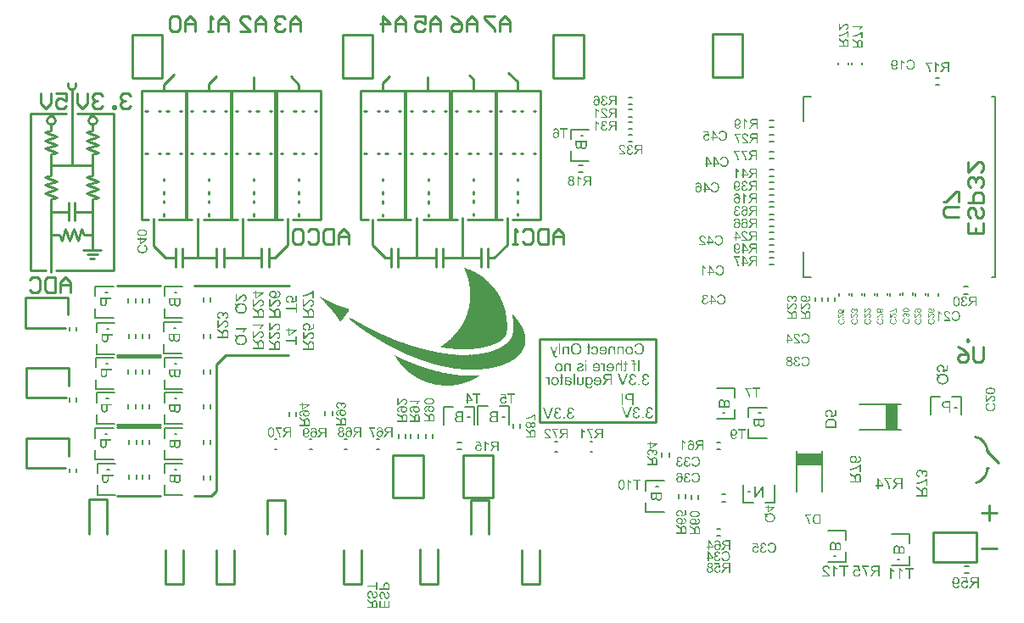
<source format=gbo>
G04*
G04 #@! TF.GenerationSoftware,Altium Limited,Altium Designer,18.0.7 (293)*
G04*
G04 Layer_Color=32896*
%FSLAX25Y25*%
%MOIN*%
G70*
G01*
G75*
%ADD10C,0.00500*%
%ADD12C,0.00984*%
%ADD13C,0.00787*%
%ADD15C,0.01000*%
%ADD138C,0.00800*%
G36*
X257799Y310474D02*
X257943D01*
Y310402D01*
X258159D01*
Y310330D01*
X258303D01*
Y310258D01*
X258448D01*
Y310186D01*
X258592D01*
Y310114D01*
X258736D01*
Y310041D01*
X258880D01*
Y309969D01*
X259024D01*
Y309897D01*
X259169D01*
Y309825D01*
X259385D01*
Y309753D01*
X259529D01*
Y309681D01*
X259673D01*
Y309609D01*
X259817D01*
Y309537D01*
X259961D01*
Y309465D01*
X260106D01*
Y309393D01*
X260178D01*
Y309321D01*
X260322D01*
Y309248D01*
X260466D01*
Y309176D01*
X260610D01*
Y309104D01*
X260754D01*
Y309032D01*
X260898D01*
Y308960D01*
X261043D01*
Y308888D01*
X261187D01*
Y308816D01*
X261331D01*
Y308744D01*
X261475D01*
Y308672D01*
X261619D01*
Y308600D01*
X261764D01*
Y308528D01*
X261908D01*
Y308456D01*
X262052D01*
Y308383D01*
X262196D01*
Y308312D01*
X262340D01*
Y308239D01*
X262484D01*
Y308167D01*
X262629D01*
Y308095D01*
X262773D01*
Y308023D01*
X262917D01*
Y307951D01*
X263061D01*
Y307879D01*
X263205D01*
Y307807D01*
X263349D01*
Y307735D01*
X263566D01*
Y307663D01*
X263638D01*
Y307591D01*
X263782D01*
Y307519D01*
X263998D01*
Y307447D01*
X264214D01*
Y307374D01*
X264358D01*
Y307302D01*
X264503D01*
Y307230D01*
X264719D01*
Y307158D01*
X264863D01*
Y307086D01*
X265079D01*
Y307014D01*
X265368D01*
Y306942D01*
X265584D01*
Y306870D01*
X265800D01*
Y306798D01*
X266016D01*
Y306726D01*
X266233D01*
Y306653D01*
X266449D01*
Y306581D01*
X266737D01*
Y306509D01*
X266953D01*
Y306437D01*
X267242D01*
Y306365D01*
X267458D01*
Y306293D01*
X267674D01*
Y306221D01*
X267963D01*
Y306149D01*
X268251D01*
Y306077D01*
X268395D01*
Y306005D01*
X268539D01*
Y305933D01*
X268684D01*
Y305861D01*
X268828D01*
Y305788D01*
X268900D01*
Y305716D01*
X268972D01*
Y305500D01*
X268900D01*
Y305284D01*
X268828D01*
Y305068D01*
X268684D01*
Y304852D01*
X268539D01*
Y304635D01*
X268395D01*
Y304563D01*
X268467D01*
Y304491D01*
X268395D01*
Y304419D01*
X268251D01*
Y304347D01*
X268323D01*
Y304275D01*
X268251D01*
Y304203D01*
X268107D01*
Y304131D01*
X268179D01*
Y304059D01*
X268107D01*
Y303987D01*
X268035D01*
Y303914D01*
X267891D01*
Y303842D01*
X267963D01*
Y303770D01*
X267891D01*
Y303698D01*
X267818D01*
Y303626D01*
X267674D01*
Y303554D01*
X267746D01*
Y303482D01*
X267674D01*
Y303410D01*
X267602D01*
Y303338D01*
X267530D01*
Y303193D01*
X267458D01*
Y303121D01*
X267386D01*
Y303049D01*
X267314D01*
Y302905D01*
X267242D01*
Y302833D01*
X267170D01*
Y302761D01*
X267098D01*
Y302617D01*
X267026D01*
Y302545D01*
X266953D01*
Y302473D01*
X266881D01*
Y302401D01*
X266809D01*
Y302256D01*
X266737D01*
Y302184D01*
X266665D01*
Y302112D01*
X266593D01*
Y302040D01*
X266521D01*
Y301968D01*
X266449D01*
Y301896D01*
X266377D01*
Y301752D01*
X266305D01*
Y301680D01*
X266233D01*
Y301608D01*
X266161D01*
Y301536D01*
X266016D01*
Y301464D01*
X265944D01*
Y301391D01*
X265872D01*
Y301319D01*
X265800D01*
Y301247D01*
X265728D01*
Y301175D01*
X265584D01*
Y301103D01*
X265512D01*
Y301031D01*
X265368D01*
Y301103D01*
X265296D01*
Y301175D01*
X265224D01*
Y301319D01*
X265151D01*
Y301464D01*
X265079D01*
Y301608D01*
X264935D01*
Y301752D01*
X264863D01*
Y301824D01*
X264791D01*
Y301968D01*
X264719D01*
Y302112D01*
X264647D01*
Y302184D01*
X264575D01*
Y302328D01*
X264503D01*
Y302473D01*
X264431D01*
Y302545D01*
X264358D01*
Y302689D01*
X264286D01*
Y302761D01*
X264214D01*
Y302905D01*
X264142D01*
Y302977D01*
X264070D01*
Y303121D01*
X263998D01*
Y303193D01*
X263926D01*
Y303338D01*
X263854D01*
Y303410D01*
X263782D01*
Y303482D01*
X263710D01*
Y303626D01*
X263638D01*
Y303698D01*
X263566D01*
Y303770D01*
X263493D01*
Y303914D01*
X263421D01*
Y303987D01*
X263349D01*
Y304059D01*
X263277D01*
Y304203D01*
X263205D01*
Y304275D01*
X263133D01*
Y304347D01*
X263061D01*
Y304419D01*
X262989D01*
Y304563D01*
X262917D01*
Y304635D01*
X262845D01*
Y304707D01*
X262773D01*
Y304779D01*
X262701D01*
Y304852D01*
X262629D01*
Y304996D01*
X262556D01*
Y305068D01*
X262484D01*
Y305140D01*
X262412D01*
Y305212D01*
X262340D01*
Y305284D01*
X262268D01*
Y305428D01*
X262196D01*
Y305500D01*
X262124D01*
Y305572D01*
X262052D01*
Y305644D01*
X261980D01*
Y305716D01*
X261908D01*
Y305788D01*
X261836D01*
Y305861D01*
X261764D01*
Y305933D01*
X261691D01*
Y306005D01*
X261764D01*
Y306077D01*
X261619D01*
Y306149D01*
X261547D01*
Y306221D01*
X261475D01*
Y306293D01*
X261403D01*
Y306365D01*
X261331D01*
Y306437D01*
X261259D01*
Y306509D01*
X261187D01*
Y306581D01*
X261115D01*
Y306653D01*
X261043D01*
Y306726D01*
X260971D01*
Y306798D01*
X260898D01*
Y307014D01*
X260754D01*
Y307086D01*
X260682D01*
Y307158D01*
X260610D01*
Y307230D01*
X260538D01*
Y307302D01*
X260466D01*
Y307374D01*
X260394D01*
Y307447D01*
X260322D01*
Y307519D01*
X260250D01*
Y307591D01*
X260178D01*
Y307663D01*
X260106D01*
Y307735D01*
X260033D01*
Y307951D01*
X259889D01*
Y308023D01*
X259817D01*
Y308095D01*
X259745D01*
Y308167D01*
X259673D01*
Y308239D01*
X259601D01*
Y308312D01*
X259529D01*
Y308383D01*
X259457D01*
Y308456D01*
X259385D01*
Y308528D01*
X259313D01*
Y308600D01*
X259241D01*
Y308672D01*
X259169D01*
Y308744D01*
X259096D01*
Y308816D01*
X259024D01*
Y308888D01*
X258952D01*
Y308960D01*
X258880D01*
Y309032D01*
X258808D01*
Y309176D01*
X258736D01*
Y309248D01*
X258664D01*
Y309321D01*
X258592D01*
Y309393D01*
X258520D01*
Y309465D01*
X258448D01*
Y309537D01*
X258376D01*
Y309609D01*
X258303D01*
Y309681D01*
X258231D01*
Y309753D01*
X258159D01*
Y309897D01*
X258087D01*
Y309969D01*
X258015D01*
Y310041D01*
X257943D01*
Y310114D01*
X257871D01*
Y310186D01*
X257799D01*
Y310330D01*
X257727D01*
Y310402D01*
X257655D01*
Y310474D01*
X257583D01*
Y310546D01*
X257799D01*
Y310474D01*
D02*
G37*
G36*
X333126Y303914D02*
X333198D01*
Y303842D01*
X333270D01*
Y303770D01*
X333342D01*
Y303698D01*
X333414D01*
Y303626D01*
X333486D01*
Y303554D01*
X333559D01*
Y303482D01*
X333631D01*
Y303410D01*
X333703D01*
Y303338D01*
X333847D01*
Y303121D01*
X333919D01*
Y303049D01*
X333991D01*
Y302977D01*
X334063D01*
Y302905D01*
X334135D01*
Y302833D01*
X334207D01*
Y302689D01*
X334279D01*
Y302617D01*
X334351D01*
Y302545D01*
X334423D01*
Y302473D01*
X334496D01*
Y302401D01*
X334568D01*
Y302256D01*
X334640D01*
Y302184D01*
X334712D01*
Y302112D01*
X334784D01*
Y302040D01*
X334856D01*
Y301896D01*
X334928D01*
Y301824D01*
X335000D01*
Y301752D01*
X335072D01*
Y301680D01*
X335144D01*
Y301536D01*
X335216D01*
Y301464D01*
X335289D01*
Y301391D01*
X335361D01*
Y301319D01*
X335289D01*
Y301247D01*
X335433D01*
Y301175D01*
X335505D01*
Y301103D01*
X335433D01*
Y301031D01*
X335577D01*
Y300959D01*
X335649D01*
Y300743D01*
X335793D01*
Y300526D01*
X335937D01*
Y300310D01*
X336081D01*
Y300166D01*
X336154D01*
Y300094D01*
X336226D01*
Y299950D01*
X336298D01*
Y299806D01*
X336370D01*
Y299661D01*
X336442D01*
Y299589D01*
X336514D01*
Y299445D01*
X336586D01*
Y299301D01*
X336658D01*
Y299229D01*
X336730D01*
Y299085D01*
X336802D01*
Y298941D01*
X336874D01*
Y298797D01*
X336946D01*
Y298652D01*
X337018D01*
Y298508D01*
X337091D01*
Y298364D01*
X337163D01*
Y298220D01*
X337235D01*
Y298004D01*
X337307D01*
Y297859D01*
X337379D01*
Y297715D01*
X337451D01*
Y297571D01*
X337523D01*
Y297355D01*
X337595D01*
Y297139D01*
X337667D01*
Y296922D01*
X337739D01*
Y296706D01*
X337811D01*
Y296490D01*
X337883D01*
Y296273D01*
X337956D01*
Y296057D01*
X338028D01*
Y295697D01*
X338100D01*
Y295337D01*
X338172D01*
Y294832D01*
X338244D01*
Y294111D01*
X338316D01*
Y293102D01*
X338244D01*
Y292381D01*
X338172D01*
Y292021D01*
X338100D01*
Y291660D01*
X338028D01*
Y291444D01*
X337956D01*
Y291228D01*
X337883D01*
Y291012D01*
X337811D01*
Y290795D01*
X337739D01*
Y290651D01*
X337667D01*
Y290435D01*
X337595D01*
Y290291D01*
X337523D01*
Y290146D01*
X337451D01*
Y290002D01*
X337379D01*
Y289858D01*
X337307D01*
Y289714D01*
X337235D01*
Y289570D01*
X337163D01*
Y289426D01*
X337091D01*
Y289353D01*
X337018D01*
Y289209D01*
X336946D01*
Y289065D01*
X336874D01*
Y288993D01*
X336802D01*
Y288921D01*
X336730D01*
Y288777D01*
X336658D01*
Y288705D01*
X336586D01*
Y288561D01*
X336514D01*
Y288489D01*
X336442D01*
Y288416D01*
X336370D01*
Y288272D01*
X336298D01*
Y288200D01*
X336226D01*
Y288128D01*
X336154D01*
Y288056D01*
X336081D01*
Y287912D01*
X336009D01*
Y287840D01*
X335937D01*
Y287768D01*
X335865D01*
Y287696D01*
X335793D01*
Y287624D01*
X335721D01*
Y287551D01*
X335649D01*
Y287479D01*
X335577D01*
Y287407D01*
X335505D01*
Y287335D01*
X335433D01*
Y287263D01*
X335289D01*
Y287191D01*
X335216D01*
Y287119D01*
X335144D01*
Y287047D01*
X335072D01*
Y286975D01*
X335000D01*
Y286903D01*
X334928D01*
Y286831D01*
X334784D01*
Y286758D01*
X334712D01*
Y286686D01*
X334640D01*
Y286614D01*
X334568D01*
Y286542D01*
X334423D01*
Y286470D01*
X334351D01*
Y286398D01*
X334279D01*
Y286326D01*
X334207D01*
Y286254D01*
X334063D01*
Y286182D01*
X333991D01*
Y286110D01*
X333847D01*
Y286038D01*
X333775D01*
Y285966D01*
X333631D01*
Y285894D01*
X333559D01*
Y285822D01*
X333414D01*
Y285749D01*
X333270D01*
Y285677D01*
X333198D01*
Y285605D01*
X333054D01*
Y285533D01*
X332910D01*
Y285461D01*
X332766D01*
Y285389D01*
X332694D01*
Y285317D01*
X332549D01*
Y285245D01*
X332405D01*
Y285173D01*
X332261D01*
Y285101D01*
X332117D01*
Y285029D01*
X332045D01*
Y284956D01*
X331901D01*
Y284884D01*
X331756D01*
Y284812D01*
X331540D01*
Y284740D01*
X331396D01*
Y284668D01*
X331252D01*
Y284596D01*
X331108D01*
Y284524D01*
X330963D01*
Y284452D01*
X330747D01*
Y284380D01*
X330603D01*
Y284308D01*
X330459D01*
Y284236D01*
X330243D01*
Y284163D01*
X330099D01*
Y284091D01*
X329882D01*
Y284019D01*
X329666D01*
Y283947D01*
X329594D01*
Y283875D01*
X329378D01*
Y283803D01*
X329161D01*
Y283731D01*
X328945D01*
Y283659D01*
X328729D01*
Y283587D01*
X328513D01*
Y283515D01*
X328224D01*
Y283443D01*
X328008D01*
Y283371D01*
X327792D01*
Y283298D01*
X327503D01*
Y283226D01*
X327287D01*
Y283154D01*
X326999D01*
Y283082D01*
X326711D01*
Y283010D01*
X326422D01*
Y282938D01*
X326062D01*
Y282866D01*
X325774D01*
Y282794D01*
X325413D01*
Y282722D01*
X325053D01*
Y282650D01*
X324692D01*
Y282578D01*
X324260D01*
Y282506D01*
X323755D01*
Y282434D01*
X323323D01*
Y282362D01*
X322818D01*
Y282289D01*
X322241D01*
Y282217D01*
X321593D01*
Y282145D01*
X320944D01*
Y282073D01*
X319791D01*
Y282001D01*
X314817D01*
Y282073D01*
X313736D01*
Y282145D01*
X313015D01*
Y282217D01*
X312294D01*
Y282289D01*
X311645D01*
Y282362D01*
X310996D01*
Y282434D01*
X310492D01*
Y282506D01*
X309915D01*
Y282578D01*
X309483D01*
Y282650D01*
X309050D01*
Y282722D01*
X308618D01*
Y282794D01*
X308257D01*
Y282866D01*
X307825D01*
Y282938D01*
X307464D01*
Y283010D01*
X307104D01*
Y283082D01*
X306744D01*
Y283154D01*
X306383D01*
Y283226D01*
X306023D01*
Y283298D01*
X305662D01*
Y283371D01*
X305374D01*
Y283443D01*
X305086D01*
Y283515D01*
X304797D01*
Y283587D01*
X304509D01*
Y283659D01*
X304221D01*
Y283731D01*
X303932D01*
Y283803D01*
X303644D01*
Y283875D01*
X303356D01*
Y283947D01*
X303139D01*
Y284019D01*
X302851D01*
Y284091D01*
X302563D01*
Y284163D01*
X302346D01*
Y284236D01*
X302058D01*
Y284308D01*
X301842D01*
Y284380D01*
X301554D01*
Y284452D01*
X301337D01*
Y284524D01*
X301121D01*
Y284596D01*
X300833D01*
Y284668D01*
X300616D01*
Y284740D01*
X300400D01*
Y284812D01*
X300112D01*
Y284884D01*
X299896D01*
Y284956D01*
X299679D01*
Y285029D01*
X299463D01*
Y285101D01*
X299247D01*
Y285173D01*
X299031D01*
Y285245D01*
X298814D01*
Y285317D01*
X298598D01*
Y285389D01*
X298382D01*
Y285461D01*
X298166D01*
Y285533D01*
X297949D01*
Y285605D01*
X297805D01*
Y285677D01*
X297589D01*
Y285749D01*
X297373D01*
Y285822D01*
X297156D01*
Y285894D01*
X296940D01*
Y285966D01*
X296724D01*
Y286038D01*
X296580D01*
Y286110D01*
X296436D01*
Y286182D01*
X296219D01*
Y286254D01*
X296075D01*
Y286326D01*
X295859D01*
Y286398D01*
X295643D01*
Y286470D01*
X295498D01*
Y286542D01*
X295282D01*
Y286614D01*
X295138D01*
Y286686D01*
X294922D01*
Y286758D01*
X294778D01*
Y286831D01*
X294561D01*
Y286903D01*
X294417D01*
Y286975D01*
X294201D01*
Y287047D01*
X294057D01*
Y287119D01*
X293841D01*
Y287191D01*
X293696D01*
Y287263D01*
X293408D01*
Y287335D01*
X293120D01*
Y287407D01*
X292976D01*
Y287479D01*
X292831D01*
Y287551D01*
X292615D01*
Y287624D01*
X292471D01*
Y287696D01*
X292255D01*
Y287768D01*
X292111D01*
Y287840D01*
X291966D01*
Y287912D01*
X291822D01*
Y287984D01*
X291606D01*
Y288056D01*
X291462D01*
Y288128D01*
X291318D01*
Y288200D01*
X291174D01*
Y288272D01*
X291029D01*
Y288344D01*
X290885D01*
Y288416D01*
X290741D01*
Y288489D01*
X290597D01*
Y288561D01*
X290453D01*
Y288633D01*
X290236D01*
Y288705D01*
X290092D01*
Y288777D01*
X289948D01*
Y288849D01*
X289804D01*
Y288921D01*
X289660D01*
Y288993D01*
X289516D01*
Y289065D01*
X289371D01*
Y289137D01*
X289227D01*
Y289209D01*
X289011D01*
Y289281D01*
X288867D01*
Y289353D01*
X288723D01*
Y289426D01*
X288579D01*
Y289498D01*
X288434D01*
Y289570D01*
X288290D01*
Y289642D01*
X288146D01*
Y289714D01*
X288002D01*
Y289786D01*
X287858D01*
Y289858D01*
X287714D01*
Y289930D01*
X287569D01*
Y290002D01*
X287425D01*
Y290074D01*
X287281D01*
Y290146D01*
X287137D01*
Y290218D01*
X286993D01*
Y290291D01*
X286848D01*
Y290363D01*
X286704D01*
Y290435D01*
X286560D01*
Y290507D01*
X286416D01*
Y290579D01*
X286272D01*
Y290651D01*
X286128D01*
Y290723D01*
X285983D01*
Y290795D01*
X285839D01*
Y290867D01*
X285767D01*
Y290939D01*
X285623D01*
Y291012D01*
X285479D01*
Y291084D01*
X285335D01*
Y291156D01*
X285191D01*
Y291228D01*
X285046D01*
Y291300D01*
X284902D01*
Y291372D01*
X284758D01*
Y291444D01*
X284614D01*
Y291516D01*
X284470D01*
Y291588D01*
X284398D01*
Y291660D01*
X284254D01*
Y291732D01*
X284109D01*
Y291804D01*
X283965D01*
Y291876D01*
X283893D01*
Y291949D01*
X283749D01*
Y292021D01*
X283605D01*
Y292093D01*
X283461D01*
Y292165D01*
X283316D01*
Y292237D01*
X283244D01*
Y292309D01*
X283100D01*
Y292381D01*
X282956D01*
Y292453D01*
X282812D01*
Y292525D01*
X282668D01*
Y292597D01*
X282596D01*
Y292669D01*
X282451D01*
Y292741D01*
X282307D01*
Y292813D01*
X282163D01*
Y292886D01*
X282091D01*
Y292958D01*
X281947D01*
Y293030D01*
X281803D01*
Y293102D01*
X281731D01*
Y293174D01*
X281659D01*
Y293246D01*
X281514D01*
Y293318D01*
X281370D01*
Y293390D01*
X281226D01*
Y293462D01*
X281154D01*
Y293534D01*
X281010D01*
Y293606D01*
X280866D01*
Y293678D01*
X280793D01*
Y293751D01*
X280649D01*
Y293823D01*
X280505D01*
Y293895D01*
X280361D01*
Y293967D01*
X280289D01*
Y294039D01*
X280145D01*
Y294111D01*
X280001D01*
Y294183D01*
X279928D01*
Y294255D01*
X279712D01*
Y294327D01*
X279640D01*
Y294399D01*
X279496D01*
Y294472D01*
X279352D01*
Y294544D01*
X279208D01*
Y294616D01*
X279136D01*
Y294688D01*
X278991D01*
Y294760D01*
X278847D01*
Y294832D01*
X278775D01*
Y294904D01*
X278631D01*
Y294976D01*
X278559D01*
Y295048D01*
X278415D01*
Y295120D01*
X278271D01*
Y295192D01*
X278199D01*
Y295264D01*
X278054D01*
Y295337D01*
X277982D01*
Y295409D01*
X277838D01*
Y295481D01*
X277694D01*
Y295553D01*
X277622D01*
Y295625D01*
X277478D01*
Y295697D01*
X277406D01*
Y295769D01*
X277261D01*
Y295841D01*
X277189D01*
Y295913D01*
X277045D01*
Y295985D01*
X276973D01*
Y296057D01*
X276829D01*
Y296129D01*
X276685D01*
Y296201D01*
X276613D01*
Y296273D01*
X276468D01*
Y296346D01*
X276396D01*
Y296418D01*
X276252D01*
Y296490D01*
X276180D01*
Y296562D01*
X276036D01*
Y296634D01*
X275964D01*
Y296706D01*
X275820D01*
Y296778D01*
X275748D01*
Y296850D01*
X275604D01*
Y296922D01*
X275531D01*
Y296994D01*
X275387D01*
Y297066D01*
X275315D01*
Y297139D01*
X275171D01*
Y297283D01*
X275027D01*
Y297355D01*
X274955D01*
Y297427D01*
X274811D01*
Y297499D01*
X274739D01*
Y297571D01*
X274666D01*
Y297643D01*
X274522D01*
Y297715D01*
X274450D01*
Y297787D01*
X274306D01*
Y297859D01*
X274234D01*
Y297931D01*
X274090D01*
Y298004D01*
X274018D01*
Y298076D01*
X273873D01*
Y298148D01*
X273801D01*
Y298220D01*
X273729D01*
Y298292D01*
X273585D01*
Y298364D01*
X273513D01*
Y298436D01*
X273369D01*
Y298508D01*
X273297D01*
Y298580D01*
X273153D01*
Y298652D01*
X273081D01*
Y298724D01*
X273008D01*
Y298797D01*
X272864D01*
Y298868D01*
X272792D01*
Y298941D01*
X272648D01*
Y299013D01*
X272576D01*
Y299085D01*
X272504D01*
Y299157D01*
X272360D01*
Y299229D01*
X272288D01*
Y299301D01*
X272216D01*
Y299373D01*
X272071D01*
Y299445D01*
X271999D01*
Y299517D01*
X271927D01*
Y299589D01*
X271783D01*
Y299661D01*
X271711D01*
Y299733D01*
X271639D01*
Y299806D01*
X271495D01*
Y299878D01*
X271423D01*
Y299950D01*
X271351D01*
Y300022D01*
X271206D01*
Y300094D01*
X271134D01*
Y300166D01*
X271062D01*
Y300238D01*
X270990D01*
Y300310D01*
X270846D01*
Y300382D01*
X270774D01*
Y300454D01*
X270702D01*
Y300526D01*
X270630D01*
Y300599D01*
X270486D01*
Y300671D01*
X270413D01*
Y300743D01*
X270341D01*
Y300815D01*
X270269D01*
Y300887D01*
X270125D01*
Y300959D01*
X270053D01*
Y301031D01*
X269981D01*
Y301103D01*
X269909D01*
Y301175D01*
X269837D01*
Y301247D01*
X269765D01*
Y301319D01*
X269693D01*
Y301391D01*
X269621D01*
Y301464D01*
X269549D01*
Y301536D01*
X269476D01*
Y301608D01*
X269404D01*
Y301680D01*
X269332D01*
Y301824D01*
X269260D01*
Y302040D01*
X269188D01*
Y302112D01*
X269332D01*
Y302184D01*
X269260D01*
Y302256D01*
X269621D01*
Y302184D01*
X269837D01*
Y302112D01*
X269981D01*
Y302040D01*
X270125D01*
Y301968D01*
X270269D01*
Y301896D01*
X270413D01*
Y301824D01*
X270558D01*
Y301752D01*
X270702D01*
Y301680D01*
X270846D01*
Y301608D01*
X270990D01*
Y301536D01*
X271062D01*
Y301464D01*
X271206D01*
Y301391D01*
X271351D01*
Y301319D01*
X271495D01*
Y301247D01*
X271567D01*
Y301175D01*
X271711D01*
Y301103D01*
X271855D01*
Y301031D01*
X271999D01*
Y300959D01*
X272071D01*
Y300887D01*
X272216D01*
Y300815D01*
X272360D01*
Y300743D01*
X272504D01*
Y300671D01*
X272648D01*
Y300599D01*
X272720D01*
Y300526D01*
X272864D01*
Y300454D01*
X273008D01*
Y300382D01*
X273153D01*
Y300310D01*
X273225D01*
Y300238D01*
X273369D01*
Y300166D01*
X273513D01*
Y300094D01*
X273657D01*
Y300022D01*
X273873D01*
Y299950D01*
X273946D01*
Y299878D01*
X274162D01*
Y299806D01*
X274306D01*
Y299733D01*
X274450D01*
Y299661D01*
X274522D01*
Y299589D01*
X274666D01*
Y299517D01*
X274811D01*
Y299445D01*
X274955D01*
Y299373D01*
X275099D01*
Y299301D01*
X275171D01*
Y299229D01*
X275315D01*
Y299157D01*
X275459D01*
Y299085D01*
X275604D01*
Y299013D01*
X275748D01*
Y298941D01*
X275892D01*
Y298868D01*
X275964D01*
Y298797D01*
X276108D01*
Y298724D01*
X276180D01*
Y298652D01*
X276324D01*
Y298580D01*
X276468D01*
Y298508D01*
X276613D01*
Y298436D01*
X276757D01*
Y298364D01*
X276901D01*
Y298292D01*
X277045D01*
Y298220D01*
X277189D01*
Y298148D01*
X277333D01*
Y298076D01*
X277478D01*
Y298004D01*
X277622D01*
Y297931D01*
X277766D01*
Y297859D01*
X277910D01*
Y297787D01*
X278054D01*
Y297715D01*
X278199D01*
Y297643D01*
X278271D01*
Y297571D01*
X278415D01*
Y297499D01*
X278559D01*
Y297427D01*
X278703D01*
Y297355D01*
X278847D01*
Y297283D01*
X278991D01*
Y297211D01*
X279136D01*
Y297139D01*
X279280D01*
Y297066D01*
X279424D01*
Y296994D01*
X279640D01*
Y296922D01*
X279784D01*
Y296850D01*
X279928D01*
Y296778D01*
X280073D01*
Y296706D01*
X280217D01*
Y296634D01*
X280361D01*
Y296562D01*
X280505D01*
Y296490D01*
X280649D01*
Y296418D01*
X280866D01*
Y296346D01*
X281010D01*
Y296273D01*
X281154D01*
Y296201D01*
X281298D01*
Y296129D01*
X281442D01*
Y296057D01*
X281586D01*
Y295985D01*
X281803D01*
Y295913D01*
X281947D01*
Y295841D01*
X282091D01*
Y295769D01*
X282235D01*
Y295697D01*
X282451D01*
Y295625D01*
X282596D01*
Y295553D01*
X282740D01*
Y295481D01*
X282884D01*
Y295409D01*
X283100D01*
Y295337D01*
X283244D01*
Y295264D01*
X283388D01*
Y295192D01*
X283533D01*
Y295120D01*
X283749D01*
Y295048D01*
X283893D01*
Y294976D01*
X284109D01*
Y294904D01*
X284254D01*
Y294832D01*
X284398D01*
Y294760D01*
X284614D01*
Y294688D01*
X284758D01*
Y294616D01*
X284902D01*
Y294544D01*
X285119D01*
Y294472D01*
X285191D01*
Y294399D01*
X285407D01*
Y294327D01*
X285551D01*
Y294255D01*
X285695D01*
Y294183D01*
X285911D01*
Y294111D01*
X286056D01*
Y294039D01*
X286272D01*
Y293967D01*
X286416D01*
Y293895D01*
X286632D01*
Y293823D01*
X286776D01*
Y293751D01*
X286993D01*
Y293678D01*
X287137D01*
Y293606D01*
X287353D01*
Y293534D01*
X287497D01*
Y293462D01*
X287714D01*
Y293390D01*
X287858D01*
Y293318D01*
X288074D01*
Y293246D01*
X288290D01*
Y293174D01*
X288506D01*
Y293102D01*
X288651D01*
Y293030D01*
X288867D01*
Y292958D01*
X289083D01*
Y292886D01*
X289299D01*
Y292813D01*
X289516D01*
Y292741D01*
X289876D01*
Y292669D01*
X290092D01*
Y292597D01*
X290236D01*
Y292525D01*
X290381D01*
Y292453D01*
X290597D01*
Y292381D01*
X290813D01*
Y292309D01*
X291029D01*
Y292237D01*
X291246D01*
Y292165D01*
X291462D01*
Y292093D01*
X291606D01*
Y292021D01*
X291822D01*
Y291949D01*
X292038D01*
Y291876D01*
X292255D01*
Y291804D01*
X292543D01*
Y291732D01*
X292759D01*
Y291660D01*
X292976D01*
Y291588D01*
X293192D01*
Y291516D01*
X293408D01*
Y291444D01*
X293624D01*
Y291372D01*
X293913D01*
Y291300D01*
X294129D01*
Y291228D01*
X294345D01*
Y291156D01*
X294561D01*
Y291084D01*
X294850D01*
Y291012D01*
X295066D01*
Y290939D01*
X295282D01*
Y290867D01*
X295571D01*
Y290795D01*
X295787D01*
Y290723D01*
X296003D01*
Y290651D01*
X296291D01*
Y290579D01*
X296580D01*
Y290507D01*
X296796D01*
Y290435D01*
X297084D01*
Y290363D01*
X297373D01*
Y290291D01*
X297661D01*
Y290218D01*
X297877D01*
Y290146D01*
X298166D01*
Y290074D01*
X298454D01*
Y290002D01*
X298742D01*
Y289930D01*
X299031D01*
Y289858D01*
X299319D01*
Y289786D01*
X299535D01*
Y289714D01*
X299823D01*
Y289642D01*
X300112D01*
Y289570D01*
X300400D01*
Y289498D01*
X300761D01*
Y289426D01*
X301049D01*
Y289353D01*
X301337D01*
Y289426D01*
X301409D01*
Y289281D01*
X301698D01*
Y289209D01*
X302058D01*
Y289137D01*
X302346D01*
Y289065D01*
X302707D01*
Y288993D01*
X303067D01*
Y288921D01*
X303428D01*
Y288993D01*
X303500D01*
Y288849D01*
X303788D01*
Y288921D01*
X303860D01*
Y288777D01*
X304149D01*
Y288849D01*
X304221D01*
Y288705D01*
X304581D01*
Y288633D01*
X304869D01*
Y288705D01*
X305013D01*
Y288561D01*
X305302D01*
Y288633D01*
X305446D01*
Y288561D01*
X305374D01*
Y288489D01*
X305734D01*
Y288561D01*
X305878D01*
Y288489D01*
X305806D01*
Y288416D01*
X306167D01*
Y288489D01*
X306239D01*
Y288344D01*
X306599D01*
Y288416D01*
X306671D01*
Y288272D01*
X307104D01*
Y288344D01*
X307176D01*
Y288200D01*
X307681D01*
Y288272D01*
X307753D01*
Y288128D01*
X308401D01*
Y288056D01*
X309050D01*
Y287984D01*
X309843D01*
Y287912D01*
X310708D01*
Y287840D01*
X311429D01*
Y287912D01*
X312006D01*
Y287768D01*
X313519D01*
Y287840D01*
X314096D01*
Y287768D01*
X316331D01*
Y287912D01*
X316691D01*
Y287840D01*
X317484D01*
Y287912D01*
X318277D01*
Y287984D01*
X318998D01*
Y288056D01*
X319574D01*
Y288128D01*
X320151D01*
Y288272D01*
X320295D01*
Y288200D01*
X320584D01*
Y288272D01*
X321016D01*
Y288344D01*
X321376D01*
Y288416D01*
X321809D01*
Y288489D01*
X322169D01*
Y288561D01*
X322530D01*
Y288633D01*
X322818D01*
Y288777D01*
X322890D01*
Y288705D01*
X323179D01*
Y288777D01*
X323467D01*
Y288849D01*
X323755D01*
Y288921D01*
X324043D01*
Y288993D01*
X324260D01*
Y289065D01*
X324548D01*
Y289137D01*
X324764D01*
Y289209D01*
X324981D01*
Y289281D01*
X325197D01*
Y289353D01*
X325485D01*
Y289426D01*
X325701D01*
Y289498D01*
X325846D01*
Y289570D01*
X326062D01*
Y289642D01*
X326278D01*
Y289714D01*
X326422D01*
Y289786D01*
X326639D01*
Y289858D01*
X326855D01*
Y289930D01*
X326999D01*
Y290002D01*
X327215D01*
Y290074D01*
X327359D01*
Y290218D01*
X327431D01*
Y290291D01*
X327503D01*
Y290218D01*
X327648D01*
Y290291D01*
X327792D01*
Y290363D01*
X327936D01*
Y290435D01*
X328080D01*
Y290507D01*
X328224D01*
Y290579D01*
X328368D01*
Y290651D01*
X328513D01*
Y290723D01*
X328657D01*
Y290795D01*
X328729D01*
Y290867D01*
X328873D01*
Y290939D01*
X328945D01*
Y291012D01*
X329089D01*
Y291084D01*
X329234D01*
Y291156D01*
X329306D01*
Y291228D01*
X329450D01*
Y291300D01*
X329594D01*
Y291372D01*
X329666D01*
Y291444D01*
X329810D01*
Y291516D01*
X329882D01*
Y291660D01*
X330026D01*
Y291732D01*
X330171D01*
Y291804D01*
X330315D01*
Y291876D01*
X330387D01*
Y291949D01*
X330459D01*
Y292021D01*
X330531D01*
Y292093D01*
X330675D01*
Y292165D01*
X330747D01*
Y292237D01*
X330819D01*
Y292309D01*
X330891D01*
Y292453D01*
X331036D01*
Y292525D01*
X331108D01*
Y292597D01*
X331180D01*
Y292669D01*
X331252D01*
Y292741D01*
X331324D01*
Y292813D01*
X331396D01*
Y292886D01*
X331540D01*
Y292958D01*
X331612D01*
Y293030D01*
X331684D01*
Y293174D01*
X331828D01*
Y293246D01*
X331901D01*
Y293318D01*
X331973D01*
Y293462D01*
X332045D01*
Y293606D01*
X332189D01*
Y293751D01*
X332333D01*
Y293895D01*
X332405D01*
Y293967D01*
X332477D01*
Y294111D01*
X332549D01*
Y294183D01*
X332621D01*
Y294327D01*
X332694D01*
Y294472D01*
X332766D01*
Y294616D01*
X332838D01*
Y294688D01*
X332910D01*
Y294832D01*
X332982D01*
Y295048D01*
X333054D01*
Y295192D01*
X333126D01*
Y295409D01*
X333198D01*
Y295697D01*
X333270D01*
Y296057D01*
X333342D01*
Y296418D01*
X333414D01*
Y296994D01*
X333486D01*
Y297643D01*
X333559D01*
Y298508D01*
X333486D01*
Y299661D01*
X333559D01*
Y300743D01*
X333414D01*
Y300887D01*
X333486D01*
Y301608D01*
X333414D01*
Y301536D01*
X333342D01*
Y301680D01*
X333414D01*
Y302112D01*
X333342D01*
Y302617D01*
X333270D01*
Y302977D01*
X333198D01*
Y303338D01*
X333126D01*
Y303698D01*
X332982D01*
Y303770D01*
X333054D01*
Y303987D01*
X333126D01*
Y303914D01*
D02*
G37*
G36*
X314384Y321935D02*
X314601D01*
Y321863D01*
X314889D01*
Y321791D01*
X315105D01*
Y321719D01*
X315321D01*
Y321647D01*
X315466D01*
Y321575D01*
X315682D01*
Y321503D01*
X315898D01*
Y321431D01*
X316042D01*
Y321358D01*
X316331D01*
Y321287D01*
X316547D01*
Y321214D01*
X316691D01*
Y321142D01*
X316907D01*
Y321070D01*
X317051D01*
Y320998D01*
X317196D01*
Y320926D01*
X317340D01*
Y320854D01*
X317484D01*
Y320782D01*
X317628D01*
Y320710D01*
X317844D01*
Y320638D01*
X317988D01*
Y320566D01*
X318133D01*
Y320494D01*
X318205D01*
Y320422D01*
X318349D01*
Y320349D01*
X318493D01*
Y320277D01*
X318637D01*
Y320205D01*
X318781D01*
Y320133D01*
X318926D01*
Y320061D01*
X318998D01*
Y319989D01*
X319142D01*
Y319917D01*
X319286D01*
Y319845D01*
X319430D01*
Y319773D01*
X319502D01*
Y319701D01*
X319646D01*
Y319629D01*
X319791D01*
Y319556D01*
X319863D01*
Y319484D01*
X320007D01*
Y319412D01*
X320079D01*
Y319340D01*
X320223D01*
Y319268D01*
X320295D01*
Y319196D01*
X320439D01*
Y319124D01*
X320511D01*
Y319052D01*
X320656D01*
Y318980D01*
X320728D01*
Y318908D01*
X320872D01*
Y318836D01*
X320944D01*
Y318763D01*
X321088D01*
Y318691D01*
X321160D01*
Y318619D01*
X321232D01*
Y318547D01*
X321376D01*
Y318475D01*
X321448D01*
Y318403D01*
X321521D01*
Y318331D01*
X321665D01*
Y318259D01*
X321737D01*
Y318187D01*
X321809D01*
Y318115D01*
X321953D01*
Y318043D01*
X322025D01*
Y317971D01*
X322097D01*
Y317899D01*
X322169D01*
Y317827D01*
X322241D01*
Y317754D01*
X322313D01*
Y317682D01*
X322386D01*
Y317610D01*
X322458D01*
Y317538D01*
X322602D01*
Y317466D01*
X322674D01*
Y317394D01*
X322746D01*
Y317322D01*
X322818D01*
Y317250D01*
X322890D01*
Y317178D01*
X322962D01*
Y317106D01*
X323034D01*
Y317034D01*
X323179D01*
Y316962D01*
X323251D01*
Y316889D01*
X323323D01*
Y316817D01*
X323395D01*
Y316745D01*
X323467D01*
Y316673D01*
X323539D01*
Y316601D01*
X323611D01*
Y316529D01*
X323683D01*
Y316457D01*
X323755D01*
Y316385D01*
X323827D01*
Y316313D01*
X323899D01*
Y316241D01*
X323971D01*
Y316168D01*
X324043D01*
Y316096D01*
X324116D01*
Y316024D01*
X324188D01*
Y315952D01*
X324260D01*
Y315880D01*
X324332D01*
Y315808D01*
X324404D01*
Y315736D01*
X324476D01*
Y315664D01*
X324548D01*
Y315592D01*
X324620D01*
Y315520D01*
X324692D01*
Y315448D01*
X324764D01*
Y315303D01*
X324836D01*
Y315231D01*
X324908D01*
Y315159D01*
X324981D01*
Y315087D01*
X325053D01*
Y315015D01*
X325125D01*
Y314943D01*
X325197D01*
Y314871D01*
X325269D01*
Y314799D01*
X325341D01*
Y314655D01*
X325413D01*
Y314583D01*
X325485D01*
Y314511D01*
X325557D01*
Y314439D01*
X325629D01*
Y314366D01*
X325701D01*
Y314294D01*
X325846D01*
Y314150D01*
X325918D01*
Y314078D01*
X325990D01*
Y314006D01*
X326062D01*
Y313862D01*
X326134D01*
Y313790D01*
X326206D01*
Y313718D01*
X326278D01*
Y313646D01*
X326350D01*
Y313502D01*
X326422D01*
Y313429D01*
X326494D01*
Y313357D01*
X326566D01*
Y313213D01*
X326639D01*
Y313141D01*
X326711D01*
Y313069D01*
X326783D01*
Y312925D01*
X326855D01*
Y312853D01*
X326927D01*
Y312709D01*
X326999D01*
Y312636D01*
X327071D01*
Y312492D01*
X327143D01*
Y312420D01*
X327215D01*
Y312276D01*
X327287D01*
Y312204D01*
X327359D01*
Y312060D01*
X327431D01*
Y311988D01*
X327503D01*
Y311843D01*
X327576D01*
Y311771D01*
X327648D01*
Y311699D01*
X327720D01*
Y311627D01*
X327648D01*
Y311555D01*
X327792D01*
Y311483D01*
X327720D01*
Y311411D01*
X327864D01*
Y311339D01*
X327936D01*
Y311267D01*
X327864D01*
Y311195D01*
X328008D01*
Y311123D01*
X327936D01*
Y311051D01*
X328080D01*
Y310979D01*
X328008D01*
Y310906D01*
X328152D01*
Y310834D01*
X328080D01*
Y310762D01*
X328224D01*
Y310690D01*
X328152D01*
Y310618D01*
X328296D01*
Y310546D01*
X328368D01*
Y310474D01*
X328296D01*
Y310402D01*
X328441D01*
Y310330D01*
X328368D01*
Y310258D01*
X328441D01*
Y310114D01*
X328513D01*
Y309969D01*
X328585D01*
Y309825D01*
X328657D01*
Y309681D01*
X328729D01*
Y309537D01*
X328801D01*
Y309393D01*
X328873D01*
Y309248D01*
X328945D01*
Y309104D01*
X329017D01*
Y308888D01*
X329089D01*
Y308744D01*
X329161D01*
Y308600D01*
X329234D01*
Y308456D01*
X329306D01*
Y308239D01*
X329378D01*
Y308095D01*
X329450D01*
Y307879D01*
X329522D01*
Y307663D01*
X329594D01*
Y307519D01*
X329666D01*
Y307302D01*
X329738D01*
Y307158D01*
X329810D01*
Y307014D01*
X329882D01*
Y306726D01*
X329954D01*
Y306509D01*
X330026D01*
Y306293D01*
X330099D01*
Y306005D01*
X330171D01*
Y305788D01*
X330243D01*
Y305500D01*
X330315D01*
Y305284D01*
X330387D01*
Y304924D01*
X330459D01*
Y304635D01*
X330531D01*
Y304275D01*
X330603D01*
Y303914D01*
X330675D01*
Y303482D01*
X330747D01*
Y302977D01*
X330819D01*
Y302328D01*
X330891D01*
Y301608D01*
X330963D01*
Y300743D01*
X331036D01*
Y297355D01*
X330963D01*
Y296562D01*
X330891D01*
Y295985D01*
X330819D01*
Y295697D01*
X330747D01*
Y295553D01*
X330675D01*
Y295409D01*
X330603D01*
Y295337D01*
X330531D01*
Y295192D01*
X330459D01*
Y295120D01*
X330387D01*
Y294976D01*
X330315D01*
Y294904D01*
X330243D01*
Y294832D01*
X330171D01*
Y294688D01*
X330099D01*
Y294616D01*
X330026D01*
Y294544D01*
X329954D01*
Y294472D01*
X329882D01*
Y294399D01*
X329810D01*
Y294327D01*
X329738D01*
Y294255D01*
X329666D01*
Y294183D01*
X329594D01*
Y294111D01*
X329522D01*
Y294039D01*
X329450D01*
Y293967D01*
X329306D01*
Y293895D01*
X329234D01*
Y293823D01*
X329161D01*
Y293751D01*
X329089D01*
Y293678D01*
X328945D01*
Y293606D01*
X328873D01*
Y293534D01*
X328801D01*
Y293462D01*
X328657D01*
Y293390D01*
X328585D01*
Y293318D01*
X328441D01*
Y293246D01*
X328368D01*
Y293174D01*
X328224D01*
Y293102D01*
X328152D01*
Y293030D01*
X328008D01*
Y292958D01*
X327864D01*
Y292886D01*
X327720D01*
Y292813D01*
X327648D01*
Y292741D01*
X327503D01*
Y292669D01*
X327359D01*
Y292597D01*
X327215D01*
Y292525D01*
X327071D01*
Y292453D01*
X326927D01*
Y292381D01*
X326783D01*
Y292309D01*
X326639D01*
Y292237D01*
X326494D01*
Y292165D01*
X326278D01*
Y292093D01*
X326134D01*
Y292021D01*
X325990D01*
Y291949D01*
X325774D01*
Y291876D01*
X325629D01*
Y291804D01*
X325413D01*
Y291732D01*
X325197D01*
Y291660D01*
X325053D01*
Y291588D01*
X324836D01*
Y291516D01*
X324620D01*
Y291444D01*
X324332D01*
Y291372D01*
X324116D01*
Y291300D01*
X323899D01*
Y291228D01*
X323611D01*
Y291156D01*
X323395D01*
Y291084D01*
X323106D01*
Y291012D01*
X322746D01*
Y290939D01*
X322458D01*
Y290867D01*
X322169D01*
Y290795D01*
X321881D01*
Y290723D01*
X321593D01*
Y290651D01*
X321160D01*
Y290579D01*
X320728D01*
Y290507D01*
X320367D01*
Y290435D01*
X319935D01*
Y290363D01*
X319430D01*
Y290291D01*
X318781D01*
Y290218D01*
X318133D01*
Y290146D01*
X317340D01*
Y290074D01*
X316186D01*
Y290002D01*
X312078D01*
Y290074D01*
X310780D01*
Y290146D01*
X309915D01*
Y290218D01*
X309122D01*
Y290291D01*
X308546D01*
Y290363D01*
X308041D01*
Y290435D01*
X307464D01*
Y290507D01*
X306960D01*
Y290579D01*
X306527D01*
Y290651D01*
X306095D01*
Y290723D01*
X305662D01*
Y290795D01*
X305230D01*
Y290867D01*
X304869D01*
Y290939D01*
X304725D01*
Y291012D01*
X304941D01*
Y291084D01*
X305086D01*
Y291156D01*
X305230D01*
Y291228D01*
X305302D01*
Y291300D01*
X305446D01*
Y291372D01*
X305518D01*
Y291444D01*
X305662D01*
Y291516D01*
X305734D01*
Y291588D01*
X305878D01*
Y291660D01*
X305951D01*
Y291732D01*
X306095D01*
Y291804D01*
X306167D01*
Y291876D01*
X306239D01*
Y291949D01*
X306311D01*
Y292021D01*
X306455D01*
Y292093D01*
X306527D01*
Y292165D01*
X306599D01*
Y292237D01*
X306744D01*
Y292309D01*
X306816D01*
Y292381D01*
X306888D01*
Y292453D01*
X307032D01*
Y292525D01*
X307104D01*
Y292597D01*
X307176D01*
Y292669D01*
X307320D01*
Y292741D01*
X307392D01*
Y292813D01*
X307609D01*
Y292886D01*
X307681D01*
Y292958D01*
X307753D01*
Y293030D01*
X307825D01*
Y293102D01*
X307897D01*
Y293174D01*
X307969D01*
Y293246D01*
X308041D01*
Y293318D01*
X308113D01*
Y293390D01*
X308257D01*
Y293462D01*
X308329D01*
Y293534D01*
X308401D01*
Y293606D01*
X308473D01*
Y293678D01*
X308546D01*
Y293751D01*
X308618D01*
Y293823D01*
X308690D01*
Y293895D01*
X308762D01*
Y293967D01*
X308834D01*
Y294039D01*
X308906D01*
Y294111D01*
X308978D01*
Y294183D01*
X309050D01*
Y294255D01*
X309122D01*
Y294327D01*
X309194D01*
Y294399D01*
X309266D01*
Y294472D01*
X309338D01*
Y294544D01*
X309411D01*
Y294616D01*
X309483D01*
Y294688D01*
X309555D01*
Y294760D01*
X309627D01*
Y294832D01*
X309699D01*
Y294904D01*
X309771D01*
Y294976D01*
X309843D01*
Y295048D01*
X309915D01*
Y295120D01*
X309987D01*
Y295192D01*
X310059D01*
Y295264D01*
X310131D01*
Y295337D01*
X310204D01*
Y295409D01*
X310276D01*
Y295481D01*
X310348D01*
Y295625D01*
X310420D01*
Y295697D01*
X310492D01*
Y295769D01*
X310564D01*
Y295841D01*
X310636D01*
Y295913D01*
X310708D01*
Y295985D01*
X310780D01*
Y296057D01*
X310852D01*
Y296129D01*
X310924D01*
Y296201D01*
X310996D01*
Y296346D01*
X311069D01*
Y296418D01*
X311141D01*
Y296490D01*
X311213D01*
Y296562D01*
X311285D01*
Y296634D01*
X311357D01*
Y296778D01*
X311429D01*
Y296850D01*
X311501D01*
Y296922D01*
X311573D01*
Y296994D01*
X311645D01*
Y297066D01*
X311717D01*
Y297211D01*
X311789D01*
Y297283D01*
X311861D01*
Y297355D01*
X311933D01*
Y297499D01*
X312006D01*
Y297571D01*
X312078D01*
Y297643D01*
X312150D01*
Y297787D01*
X312222D01*
Y297859D01*
X312294D01*
Y297931D01*
X312366D01*
Y298076D01*
X312438D01*
Y298148D01*
X312510D01*
Y298292D01*
X312582D01*
Y298364D01*
X312654D01*
Y298508D01*
X312726D01*
Y298580D01*
X312799D01*
Y298652D01*
X312871D01*
Y298797D01*
X312943D01*
Y298941D01*
X313015D01*
Y299013D01*
X313087D01*
Y299157D01*
X313159D01*
Y299229D01*
X313231D01*
Y299373D01*
X313303D01*
Y299517D01*
X313375D01*
Y299589D01*
X313447D01*
Y299733D01*
X313519D01*
Y299878D01*
X313591D01*
Y299950D01*
X313664D01*
Y300094D01*
X313736D01*
Y300238D01*
X313808D01*
Y300382D01*
X313880D01*
Y300454D01*
X313952D01*
Y300599D01*
X314024D01*
Y300815D01*
X314096D01*
Y300959D01*
X314168D01*
Y301103D01*
X314240D01*
Y301247D01*
X314312D01*
Y301391D01*
X314384D01*
Y301536D01*
X314456D01*
Y301752D01*
X314528D01*
Y301896D01*
X314601D01*
Y302040D01*
X314673D01*
Y302184D01*
X314745D01*
Y302401D01*
X314817D01*
Y302545D01*
X314889D01*
Y302689D01*
X314961D01*
Y302905D01*
X315033D01*
Y303121D01*
X315105D01*
Y303266D01*
X315177D01*
Y303482D01*
X315249D01*
Y303626D01*
X315321D01*
Y303842D01*
X315393D01*
Y304059D01*
X315466D01*
Y304275D01*
X315538D01*
Y304491D01*
X315610D01*
Y304779D01*
X315682D01*
Y304996D01*
X315754D01*
Y305284D01*
X315826D01*
Y305572D01*
X315898D01*
Y305861D01*
X315970D01*
Y306077D01*
X316042D01*
Y306365D01*
X316114D01*
Y306798D01*
X316186D01*
Y307086D01*
X316259D01*
Y307447D01*
X316331D01*
Y307879D01*
X316403D01*
Y308383D01*
X316475D01*
Y309104D01*
X316547D01*
Y310186D01*
X316619D01*
Y311988D01*
X316547D01*
Y313357D01*
X316475D01*
Y314222D01*
X316403D01*
Y314799D01*
X316331D01*
Y315303D01*
X316259D01*
Y315736D01*
X316186D01*
Y316096D01*
X316114D01*
Y316529D01*
X316042D01*
Y316817D01*
X315970D01*
Y317178D01*
X315898D01*
Y317466D01*
X315826D01*
Y317754D01*
X315754D01*
Y317971D01*
X315682D01*
Y318259D01*
X315610D01*
Y318475D01*
X315538D01*
Y318691D01*
X315466D01*
Y318908D01*
X315393D01*
Y319124D01*
X315321D01*
Y319340D01*
X315249D01*
Y319484D01*
X315177D01*
Y319701D01*
X315105D01*
Y319917D01*
X315033D01*
Y320061D01*
X314961D01*
Y320277D01*
X314889D01*
Y320422D01*
X314817D01*
Y320638D01*
X314745D01*
Y320782D01*
X314673D01*
Y320926D01*
X314601D01*
Y321142D01*
X314528D01*
Y321287D01*
X314456D01*
Y321431D01*
X314384D01*
Y321575D01*
X314312D01*
Y321719D01*
X314240D01*
Y321863D01*
X314168D01*
Y322007D01*
X314384D01*
Y321935D01*
D02*
G37*
G36*
X287065Y287479D02*
X287209D01*
Y287407D01*
X287353D01*
Y287335D01*
X287497D01*
Y287263D01*
X287641D01*
Y287191D01*
X287786D01*
Y287119D01*
X287930D01*
Y287047D01*
X288074D01*
Y286975D01*
X288218D01*
Y286903D01*
X288362D01*
Y286831D01*
X288506D01*
Y286758D01*
X288651D01*
Y286686D01*
X288867D01*
Y286614D01*
X289011D01*
Y286542D01*
X289155D01*
Y286470D01*
X289299D01*
Y286398D01*
X289443D01*
Y286326D01*
X289660D01*
Y286254D01*
X289804D01*
Y286182D01*
X289948D01*
Y286110D01*
X290092D01*
Y286038D01*
X290236D01*
Y285966D01*
X290453D01*
Y285894D01*
X290597D01*
Y285822D01*
X290741D01*
Y285749D01*
X290885D01*
Y285677D01*
X291101D01*
Y285605D01*
X291318D01*
Y285533D01*
X291534D01*
Y285461D01*
X291678D01*
Y285389D01*
X291822D01*
Y285317D01*
X292038D01*
Y285245D01*
X292183D01*
Y285173D01*
X292327D01*
Y285101D01*
X292543D01*
Y285029D01*
X292687D01*
Y284956D01*
X292903D01*
Y284884D01*
X293048D01*
Y284812D01*
X293264D01*
Y284740D01*
X293408D01*
Y284668D01*
X293624D01*
Y284596D01*
X293769D01*
Y284524D01*
X293985D01*
Y284452D01*
X294129D01*
Y284380D01*
X294345D01*
Y284308D01*
X294489D01*
Y284236D01*
X294706D01*
Y284163D01*
X294922D01*
Y284091D01*
X295066D01*
Y284019D01*
X295282D01*
Y283947D01*
X295498D01*
Y283875D01*
X295643D01*
Y283803D01*
X295859D01*
Y283731D01*
X296075D01*
Y283659D01*
X296291D01*
Y283587D01*
X296436D01*
Y283515D01*
X296652D01*
Y283443D01*
X296868D01*
Y283371D01*
X297084D01*
Y283298D01*
X297301D01*
Y283226D01*
X297517D01*
Y283154D01*
X297733D01*
Y283082D01*
X297949D01*
Y283010D01*
X298166D01*
Y282938D01*
X298382D01*
Y282866D01*
X298598D01*
Y282794D01*
X298814D01*
Y282722D01*
X299031D01*
Y282650D01*
X299247D01*
Y282578D01*
X299463D01*
Y282506D01*
X299679D01*
Y282434D01*
X299896D01*
Y282362D01*
X300112D01*
Y282289D01*
X300328D01*
Y282217D01*
X300616D01*
Y282145D01*
X300833D01*
Y282073D01*
X301121D01*
Y282001D01*
X301337D01*
Y281929D01*
X301626D01*
Y281857D01*
X301842D01*
Y281785D01*
X302130D01*
Y281713D01*
X302346D01*
Y281641D01*
X302635D01*
Y281569D01*
X302923D01*
Y281496D01*
X303211D01*
Y281424D01*
X303500D01*
Y281352D01*
X303788D01*
Y281280D01*
X304076D01*
Y281208D01*
X304365D01*
Y281136D01*
X304725D01*
Y281064D01*
X305013D01*
Y280992D01*
X305302D01*
Y280920D01*
X305662D01*
Y280848D01*
X306023D01*
Y280776D01*
X306383D01*
Y280703D01*
X306744D01*
Y280631D01*
X307104D01*
Y280559D01*
X307464D01*
Y280487D01*
X307825D01*
Y280415D01*
X308185D01*
Y280343D01*
X308618D01*
Y280271D01*
X309050D01*
Y280199D01*
X309555D01*
Y280127D01*
X310059D01*
Y280055D01*
X310564D01*
Y279983D01*
X311141D01*
Y279911D01*
X311789D01*
Y279838D01*
X312366D01*
Y279766D01*
X313231D01*
Y279694D01*
X314168D01*
Y279622D01*
X315466D01*
Y279550D01*
X318277D01*
Y279622D01*
X320079D01*
Y279694D01*
X320439D01*
Y279622D01*
X320367D01*
Y279550D01*
X320223D01*
Y279478D01*
X320079D01*
Y279406D01*
X320007D01*
Y279334D01*
X319863D01*
Y279262D01*
X319791D01*
Y279190D01*
X319646D01*
Y279118D01*
X319502D01*
Y279046D01*
X319430D01*
Y278974D01*
X319286D01*
Y278901D01*
X319142D01*
Y278829D01*
X319070D01*
Y278757D01*
X318926D01*
Y278685D01*
X318781D01*
Y278613D01*
X318637D01*
Y278541D01*
X318493D01*
Y278469D01*
X318349D01*
Y278397D01*
X318205D01*
Y278325D01*
X318061D01*
Y278253D01*
X317916D01*
Y278181D01*
X317772D01*
Y278109D01*
X317628D01*
Y278036D01*
X317556D01*
Y277964D01*
X317412D01*
Y277892D01*
X317196D01*
Y277820D01*
X317051D01*
Y277748D01*
X316907D01*
Y277676D01*
X316691D01*
Y277604D01*
X316547D01*
Y277532D01*
X316403D01*
Y277460D01*
X316186D01*
Y277388D01*
X316042D01*
Y277316D01*
X315826D01*
Y277243D01*
X315682D01*
Y277171D01*
X315466D01*
Y277099D01*
X315249D01*
Y277027D01*
X315033D01*
Y276955D01*
X314817D01*
Y276883D01*
X314673D01*
Y276811D01*
X314456D01*
Y276739D01*
X314240D01*
Y276667D01*
X313952D01*
Y276595D01*
X313664D01*
Y276523D01*
X313447D01*
Y276451D01*
X313159D01*
Y276378D01*
X312871D01*
Y276306D01*
X312582D01*
Y276234D01*
X312222D01*
Y276162D01*
X311861D01*
Y276090D01*
X311573D01*
Y276018D01*
X311141D01*
Y275946D01*
X310636D01*
Y275874D01*
X310059D01*
Y275802D01*
X308762D01*
Y275730D01*
X307536D01*
Y275802D01*
X305302D01*
Y275874D01*
X304437D01*
Y275946D01*
X303788D01*
Y276018D01*
X303211D01*
Y276090D01*
X302851D01*
Y276162D01*
X302491D01*
Y276234D01*
X302274D01*
Y276306D01*
X301986D01*
Y276378D01*
X301698D01*
Y276451D01*
X301409D01*
Y276523D01*
X301121D01*
Y276595D01*
X300833D01*
Y276667D01*
X300616D01*
Y276739D01*
X300400D01*
Y276811D01*
X300184D01*
Y276883D01*
X299968D01*
Y276955D01*
X299751D01*
Y277027D01*
X299535D01*
Y277099D01*
X299319D01*
Y277171D01*
X299103D01*
Y277243D01*
X298958D01*
Y277316D01*
X298742D01*
Y277388D01*
X298598D01*
Y277460D01*
X298382D01*
Y277532D01*
X298238D01*
Y277604D01*
X298094D01*
Y277676D01*
X297877D01*
Y277748D01*
X297733D01*
Y277820D01*
X297517D01*
Y277892D01*
X297373D01*
Y277964D01*
X297229D01*
Y278036D01*
X297084D01*
Y278109D01*
X297012D01*
Y278181D01*
X296868D01*
Y278253D01*
X296724D01*
Y278325D01*
X296580D01*
Y278397D01*
X296436D01*
Y278469D01*
X296291D01*
Y278541D01*
X296147D01*
Y278613D01*
X296003D01*
Y278685D01*
X295931D01*
Y278757D01*
X295787D01*
Y278829D01*
X295643D01*
Y278901D01*
X295571D01*
Y278974D01*
X295426D01*
Y279046D01*
X295354D01*
Y279118D01*
X295210D01*
Y279190D01*
X295066D01*
Y279262D01*
X294994D01*
Y279334D01*
X294850D01*
Y279406D01*
X294706D01*
Y279478D01*
X294634D01*
Y279550D01*
X294489D01*
Y279622D01*
X294417D01*
Y279694D01*
X294273D01*
Y279766D01*
X294201D01*
Y279838D01*
X294057D01*
Y279911D01*
X293985D01*
Y279983D01*
X293841D01*
Y280055D01*
X293769D01*
Y280127D01*
X293552D01*
Y280199D01*
X293480D01*
Y280271D01*
X293336D01*
Y280343D01*
X293264D01*
Y280415D01*
X293120D01*
Y280487D01*
X293048D01*
Y280559D01*
X292976D01*
Y280631D01*
X292831D01*
Y280703D01*
X292759D01*
Y280776D01*
X292687D01*
Y280848D01*
X292615D01*
Y280920D01*
X292543D01*
Y280992D01*
X292399D01*
Y281064D01*
X292327D01*
Y281136D01*
X292255D01*
Y281208D01*
X292183D01*
Y281280D01*
X292038D01*
Y281352D01*
X291966D01*
Y281424D01*
X291894D01*
Y281496D01*
X291822D01*
Y281569D01*
X291750D01*
Y281641D01*
X291606D01*
Y281713D01*
X291534D01*
Y281785D01*
X291462D01*
Y281857D01*
X291390D01*
Y281929D01*
X291318D01*
Y282001D01*
X291246D01*
Y282073D01*
X291174D01*
Y282145D01*
X291101D01*
Y282217D01*
X291029D01*
Y282289D01*
X290957D01*
Y282362D01*
X290885D01*
Y282434D01*
X290813D01*
Y282506D01*
X290741D01*
Y282578D01*
X290669D01*
Y282650D01*
X290597D01*
Y282722D01*
X290525D01*
Y282794D01*
X290453D01*
Y282866D01*
X290381D01*
Y282938D01*
X290308D01*
Y283010D01*
X290236D01*
Y283082D01*
X290164D01*
Y283154D01*
X290092D01*
Y283226D01*
X290020D01*
Y283371D01*
X289948D01*
Y283443D01*
X289876D01*
Y283515D01*
X289804D01*
Y283587D01*
X289732D01*
Y283731D01*
X289660D01*
Y283803D01*
X289588D01*
Y283875D01*
X289516D01*
Y283947D01*
X289443D01*
Y284019D01*
X289371D01*
Y284091D01*
X289299D01*
Y284163D01*
X289227D01*
Y284308D01*
X289155D01*
Y284380D01*
X289083D01*
Y284452D01*
X289011D01*
Y284524D01*
X288939D01*
Y284668D01*
X288867D01*
Y284740D01*
X288795D01*
Y284812D01*
X288723D01*
Y284884D01*
X288651D01*
Y285029D01*
X288579D01*
Y285101D01*
X288506D01*
Y285173D01*
X288434D01*
Y285317D01*
X288362D01*
Y285389D01*
X288290D01*
Y285461D01*
X288218D01*
Y285605D01*
X288146D01*
Y285677D01*
X288074D01*
Y285822D01*
X288002D01*
Y285894D01*
X287930D01*
Y286038D01*
X287858D01*
Y286110D01*
X287786D01*
Y286254D01*
X287714D01*
Y286326D01*
X287641D01*
Y286470D01*
X287569D01*
Y286542D01*
X287497D01*
Y286686D01*
X287425D01*
Y286758D01*
X287353D01*
Y286903D01*
X287281D01*
Y286975D01*
X287209D01*
Y287119D01*
X287137D01*
Y287263D01*
X287065D01*
Y287335D01*
X286993D01*
Y287407D01*
X286921D01*
Y287551D01*
X287065D01*
Y287479D01*
D02*
G37*
G36*
X484547Y258563D02*
X479823D01*
Y268209D01*
X484547D01*
Y258563D01*
D02*
G37*
G36*
X454626Y244193D02*
X444980D01*
Y248917D01*
X454626D01*
Y244193D01*
D02*
G37*
G36*
X232653Y312418D02*
X235507D01*
Y311975D01*
X232653Y309966D01*
X232157D01*
Y311876D01*
X231102D01*
Y312418D01*
X232157D01*
Y313014D01*
X232653D01*
Y312418D01*
D02*
G37*
G36*
X231622Y307406D02*
X231675Y307441D01*
X231729Y307479D01*
X231779Y307517D01*
X231821Y307552D01*
X231859Y307582D01*
X231889Y307609D01*
X231905Y307624D01*
X231912Y307632D01*
X231943Y307662D01*
X231977Y307697D01*
X232019Y307743D01*
X232061Y307788D01*
X232153Y307891D01*
X232244Y307998D01*
X232287Y308048D01*
X232329Y308098D01*
X232367Y308140D01*
X232401Y308178D01*
X232428Y308212D01*
X232447Y308235D01*
X232462Y308254D01*
X232466Y308258D01*
X232558Y308365D01*
X232642Y308461D01*
X232722Y308552D01*
X232795Y308632D01*
X232863Y308709D01*
X232928Y308774D01*
X232986Y308835D01*
X233039Y308892D01*
X233085Y308938D01*
X233127Y308976D01*
X233161Y309011D01*
X233188Y309041D01*
X233211Y309060D01*
X233230Y309076D01*
X233238Y309083D01*
X233242Y309087D01*
X233345Y309175D01*
X233444Y309251D01*
X233536Y309313D01*
X233616Y309362D01*
X233650Y309381D01*
X233681Y309400D01*
X233708Y309416D01*
X233734Y309427D01*
X233750Y309435D01*
X233765Y309442D01*
X233772Y309446D01*
X233776D01*
X233872Y309484D01*
X233967Y309511D01*
X234055Y309530D01*
X234135Y309542D01*
X234200Y309553D01*
X234231D01*
X234254Y309557D01*
X234273D01*
X234288D01*
X234296D01*
X234300D01*
X234395Y309553D01*
X234487Y309542D01*
X234575Y309523D01*
X234655Y309500D01*
X234731Y309473D01*
X234804Y309438D01*
X234869Y309408D01*
X234930Y309374D01*
X234983Y309335D01*
X235033Y309305D01*
X235075Y309274D01*
X235109Y309244D01*
X235136Y309221D01*
X235155Y309202D01*
X235167Y309190D01*
X235171Y309186D01*
X235232Y309114D01*
X235285Y309037D01*
X235335Y308957D01*
X235373Y308873D01*
X235407Y308789D01*
X235438Y308705D01*
X235461Y308625D01*
X235480Y308545D01*
X235491Y308472D01*
X235503Y308403D01*
X235511Y308338D01*
X235518Y308285D01*
Y308243D01*
X235522Y308208D01*
Y308182D01*
X235518Y308067D01*
X235507Y307960D01*
X235491Y307857D01*
X235472Y307762D01*
X235446Y307674D01*
X235419Y307590D01*
X235388Y307513D01*
X235358Y307448D01*
X235327Y307387D01*
X235297Y307334D01*
X235270Y307288D01*
X235243Y307250D01*
X235224Y307219D01*
X235209Y307200D01*
X235197Y307185D01*
X235194Y307181D01*
X235129Y307116D01*
X235060Y307055D01*
X234987Y307005D01*
X234907Y306959D01*
X234831Y306917D01*
X234751Y306883D01*
X234674Y306856D01*
X234598Y306830D01*
X234525Y306810D01*
X234460Y306795D01*
X234399Y306780D01*
X234349Y306772D01*
X234307Y306765D01*
X234273Y306761D01*
X234254Y306757D01*
X234246D01*
X234189Y307315D01*
X234265Y307318D01*
X234334Y307326D01*
X234403Y307337D01*
X234464Y307353D01*
X234521Y307368D01*
X234575Y307387D01*
X234624Y307410D01*
X234670Y307433D01*
X234708Y307452D01*
X234743Y307475D01*
X234770Y307494D01*
X234796Y307513D01*
X234815Y307525D01*
X234827Y307536D01*
X234835Y307544D01*
X234838Y307548D01*
X234880Y307593D01*
X234915Y307643D01*
X234949Y307693D01*
X234976Y307743D01*
X234999Y307796D01*
X235018Y307846D01*
X235045Y307945D01*
X235056Y307991D01*
X235064Y308037D01*
X235068Y308075D01*
X235071Y308105D01*
X235075Y308132D01*
Y308170D01*
X235071Y308239D01*
X235068Y308304D01*
X235056Y308365D01*
X235041Y308419D01*
X235026Y308472D01*
X235006Y308522D01*
X234983Y308568D01*
X234964Y308610D01*
X234945Y308648D01*
X234922Y308678D01*
X234903Y308705D01*
X234888Y308728D01*
X234873Y308747D01*
X234865Y308759D01*
X234857Y308766D01*
X234854Y308770D01*
X234812Y308812D01*
X234766Y308846D01*
X234720Y308877D01*
X234674Y308904D01*
X234628Y308927D01*
X234586Y308942D01*
X234498Y308973D01*
X234460Y308980D01*
X234426Y308988D01*
X234391Y308992D01*
X234365Y308995D01*
X234342Y308999D01*
X234326D01*
X234315D01*
X234311D01*
X234254Y308995D01*
X234197Y308988D01*
X234139Y308976D01*
X234082Y308961D01*
X233971Y308919D01*
X233872Y308873D01*
X233826Y308850D01*
X233788Y308827D01*
X233750Y308804D01*
X233719Y308785D01*
X233696Y308770D01*
X233677Y308759D01*
X233666Y308751D01*
X233662Y308747D01*
X233593Y308694D01*
X233524Y308632D01*
X233448Y308564D01*
X233371Y308491D01*
X233291Y308411D01*
X233215Y308331D01*
X233138Y308247D01*
X233066Y308167D01*
X232997Y308090D01*
X232932Y308017D01*
X232875Y307953D01*
X232825Y307891D01*
X232783Y307846D01*
X232753Y307807D01*
X232733Y307785D01*
X232726Y307781D01*
Y307777D01*
X232657Y307693D01*
X232588Y307613D01*
X232523Y307540D01*
X232462Y307471D01*
X232405Y307410D01*
X232348Y307349D01*
X232298Y307299D01*
X232252Y307250D01*
X232210Y307208D01*
X232172Y307173D01*
X232138Y307143D01*
X232111Y307116D01*
X232092Y307097D01*
X232073Y307082D01*
X232065Y307074D01*
X232061Y307070D01*
X231954Y306986D01*
X231847Y306913D01*
X231752Y306849D01*
X231660Y306803D01*
X231622Y306780D01*
X231588Y306765D01*
X231553Y306749D01*
X231526Y306738D01*
X231507Y306726D01*
X231492Y306719D01*
X231481Y306715D01*
X231477D01*
X231408Y306692D01*
X231343Y306677D01*
X231278Y306665D01*
X231221Y306658D01*
X231175Y306654D01*
X231137D01*
X231121D01*
X231110D01*
X231106D01*
X231102D01*
Y309565D01*
X231622D01*
Y307406D01*
D02*
G37*
G36*
X232302Y305619D02*
X232428Y305535D01*
X232542Y305447D01*
X232642Y305366D01*
X232684Y305328D01*
X232726Y305294D01*
X232764Y305259D01*
X232795Y305229D01*
X232821Y305202D01*
X232844Y305179D01*
X232863Y305164D01*
X232875Y305149D01*
X232882Y305141D01*
X232886Y305137D01*
X232928Y305088D01*
X232966Y305034D01*
X233005Y304973D01*
X233039Y304916D01*
X233066Y304866D01*
X233089Y304824D01*
X233096Y304809D01*
X233104Y304797D01*
X233108Y304790D01*
Y304786D01*
X233127Y304900D01*
X233150Y305007D01*
X233177Y305107D01*
X233207Y305198D01*
X233238Y305282D01*
X233272Y305363D01*
X233307Y305431D01*
X233341Y305492D01*
X233375Y305546D01*
X233406Y305592D01*
X233436Y305634D01*
X233463Y305664D01*
X233482Y305691D01*
X233498Y305706D01*
X233509Y305718D01*
X233513Y305722D01*
X233574Y305775D01*
X233639Y305821D01*
X233708Y305863D01*
X233772Y305897D01*
X233841Y305928D01*
X233906Y305955D01*
X233971Y305974D01*
X234029Y305989D01*
X234086Y306000D01*
X234139Y306012D01*
X234185Y306020D01*
X234227Y306024D01*
X234258Y306027D01*
X234284D01*
X234300D01*
X234303D01*
X234372Y306024D01*
X234437Y306020D01*
X234559Y306000D01*
X234674Y305970D01*
X234724Y305955D01*
X234770Y305936D01*
X234812Y305920D01*
X234850Y305901D01*
X234884Y305886D01*
X234911Y305874D01*
X234934Y305859D01*
X234949Y305852D01*
X234961Y305848D01*
X234964Y305844D01*
X235018Y305809D01*
X235068Y305771D01*
X235117Y305729D01*
X235159Y305691D01*
X235197Y305649D01*
X235232Y305607D01*
X235289Y305531D01*
X235331Y305462D01*
X235346Y305431D01*
X235362Y305405D01*
X235373Y305385D01*
X235381Y305370D01*
X235385Y305359D01*
Y305355D01*
X235407Y305294D01*
X235427Y305229D01*
X235442Y305160D01*
X235457Y305088D01*
X235476Y304939D01*
X235491Y304793D01*
X235495Y304725D01*
X235499Y304663D01*
X235503Y304606D01*
X235507Y304557D01*
Y302509D01*
X231102D01*
Y303094D01*
X233058D01*
Y303846D01*
X233054Y303911D01*
X233051Y303968D01*
X233047Y304014D01*
X233043Y304048D01*
X233039Y304071D01*
X233035Y304087D01*
Y304090D01*
X233020Y304140D01*
X233001Y304190D01*
X232982Y304232D01*
X232963Y304274D01*
X232944Y304305D01*
X232932Y304331D01*
X232921Y304350D01*
X232917Y304354D01*
X232882Y304404D01*
X232837Y304457D01*
X232787Y304507D01*
X232741Y304553D01*
X232695Y304595D01*
X232657Y304625D01*
X232642Y304637D01*
X232630Y304644D01*
X232627Y304652D01*
X232623D01*
X232581Y304683D01*
X232535Y304717D01*
X232439Y304786D01*
X232340Y304858D01*
X232241Y304923D01*
X232199Y304954D01*
X232157Y304984D01*
X232119Y305007D01*
X232084Y305030D01*
X232057Y305049D01*
X232038Y305061D01*
X232023Y305068D01*
X232019Y305072D01*
X231102Y305653D01*
Y306382D01*
X232302Y305619D01*
D02*
G37*
G36*
X202736Y266728D02*
X202732Y266576D01*
X202729Y266507D01*
X202725Y266438D01*
X202721Y266377D01*
X202713Y266320D01*
X202706Y266266D01*
X202698Y266217D01*
X202694Y266171D01*
X202687Y266133D01*
X202679Y266098D01*
X202675Y266072D01*
X202671Y266049D01*
X202667Y266030D01*
X202664Y266022D01*
Y266018D01*
X202633Y265915D01*
X202599Y265819D01*
X202564Y265739D01*
X202530Y265667D01*
X202499Y265613D01*
X202484Y265590D01*
X202473Y265571D01*
X202465Y265556D01*
X202457Y265544D01*
X202450Y265541D01*
Y265537D01*
X202389Y265468D01*
X202324Y265403D01*
X202255Y265350D01*
X202190Y265300D01*
X202129Y265262D01*
X202102Y265246D01*
X202079Y265235D01*
X202064Y265224D01*
X202049Y265220D01*
X202041Y265212D01*
X202037D01*
X201934Y265166D01*
X201835Y265136D01*
X201735Y265113D01*
X201647Y265094D01*
X201609Y265090D01*
X201571Y265086D01*
X201541Y265082D01*
X201514D01*
X201491Y265078D01*
X201476D01*
X201464D01*
X201460D01*
X201392Y265082D01*
X201323Y265086D01*
X201258Y265097D01*
X201197Y265113D01*
X201136Y265128D01*
X201082Y265147D01*
X201032Y265166D01*
X200983Y265185D01*
X200941Y265208D01*
X200906Y265227D01*
X200872Y265246D01*
X200845Y265262D01*
X200822Y265277D01*
X200807Y265288D01*
X200799Y265292D01*
X200796Y265296D01*
X200746Y265338D01*
X200696Y265384D01*
X200612Y265483D01*
X200544Y265586D01*
X200490Y265682D01*
X200467Y265732D01*
X200448Y265774D01*
X200429Y265812D01*
X200417Y265846D01*
X200406Y265873D01*
X200398Y265892D01*
X200395Y265907D01*
Y265911D01*
X200333Y265804D01*
X200269Y265709D01*
X200200Y265628D01*
X200135Y265563D01*
X200081Y265514D01*
X200036Y265476D01*
X200016Y265464D01*
X200005Y265457D01*
X199997Y265449D01*
X199994D01*
X199898Y265395D01*
X199806Y265357D01*
X199715Y265330D01*
X199634Y265311D01*
X199600Y265304D01*
X199566Y265300D01*
X199535Y265296D01*
X199512D01*
X199489Y265292D01*
X199474D01*
X199466D01*
X199462D01*
X199405D01*
X199348Y265300D01*
X199241Y265319D01*
X199145Y265350D01*
X199058Y265380D01*
X199019Y265395D01*
X198985Y265411D01*
X198954Y265426D01*
X198928Y265441D01*
X198909Y265453D01*
X198893Y265460D01*
X198886Y265464D01*
X198882Y265468D01*
X198783Y265537D01*
X198698Y265613D01*
X198630Y265693D01*
X198572Y265770D01*
X198527Y265839D01*
X198507Y265869D01*
X198496Y265896D01*
X198485Y265915D01*
X198477Y265930D01*
X198469Y265942D01*
Y265945D01*
X198446Y266007D01*
X198424Y266068D01*
X198389Y266201D01*
X198366Y266335D01*
X198347Y266465D01*
X198343Y266526D01*
X198339Y266580D01*
X198336Y266629D01*
Y266671D01*
X198332Y266706D01*
Y268406D01*
X202736D01*
Y266728D01*
D02*
G37*
G36*
X380844Y268172D02*
X380259D01*
Y269964D01*
X379132D01*
X378964Y269968D01*
X378807Y269979D01*
X378666Y269998D01*
X378536Y270025D01*
X378418Y270052D01*
X378311Y270086D01*
X378215Y270121D01*
X378135Y270159D01*
X378063Y270193D01*
X378001Y270228D01*
X377948Y270262D01*
X377906Y270289D01*
X377875Y270315D01*
X377853Y270334D01*
X377841Y270346D01*
X377837Y270350D01*
X377772Y270426D01*
X377719Y270502D01*
X377669Y270583D01*
X377631Y270663D01*
X377597Y270743D01*
X377566Y270823D01*
X377543Y270900D01*
X377524Y270972D01*
X377509Y271041D01*
X377497Y271102D01*
X377490Y271160D01*
X377482Y271205D01*
Y271247D01*
X377478Y271278D01*
Y271293D01*
Y271301D01*
X377486Y271419D01*
X377501Y271534D01*
X377520Y271637D01*
X377536Y271683D01*
X377547Y271725D01*
X377558Y271763D01*
X377574Y271797D01*
X377585Y271828D01*
X377593Y271855D01*
X377604Y271874D01*
X377608Y271889D01*
X377616Y271897D01*
Y271901D01*
X377669Y271996D01*
X377727Y272084D01*
X377788Y272157D01*
X377845Y272218D01*
X377895Y272264D01*
X377933Y272298D01*
X377948Y272309D01*
X377959Y272317D01*
X377967Y272325D01*
X377971D01*
X378055Y272378D01*
X378147Y272424D01*
X378238Y272458D01*
X378322Y272489D01*
X378399Y272508D01*
X378433Y272516D01*
X378460Y272523D01*
X378483Y272527D01*
X378498Y272531D01*
X378510Y272535D01*
X378513D01*
X378559Y272542D01*
X378609Y272550D01*
X378716Y272558D01*
X378827Y272565D01*
X378934Y272573D01*
X379029D01*
X379071Y272577D01*
X380844D01*
Y268172D01*
D02*
G37*
G36*
X376638D02*
X376053D01*
Y272577D01*
X376638D01*
Y268172D01*
D02*
G37*
G36*
X387124Y267288D02*
X387215Y267280D01*
X387303Y267265D01*
X387387Y267246D01*
X387464Y267223D01*
X387536Y267196D01*
X387601Y267169D01*
X387662Y267142D01*
X387716Y267112D01*
X387765Y267085D01*
X387804Y267058D01*
X387838Y267036D01*
X387869Y267016D01*
X387888Y267001D01*
X387899Y266993D01*
X387903Y266990D01*
X387964Y266932D01*
X388021Y266867D01*
X388075Y266802D01*
X388121Y266734D01*
X388163Y266661D01*
X388197Y266592D01*
X388231Y266524D01*
X388258Y266459D01*
X388281Y266394D01*
X388300Y266336D01*
X388316Y266283D01*
X388331Y266237D01*
X388338Y266203D01*
X388346Y266172D01*
X388350Y266157D01*
Y266149D01*
X387807Y266054D01*
X387796Y266126D01*
X387781Y266195D01*
X387762Y266256D01*
X387742Y266314D01*
X387720Y266367D01*
X387697Y266417D01*
X387674Y266462D01*
X387651Y266501D01*
X387632Y266535D01*
X387609Y266566D01*
X387590Y266592D01*
X387574Y266612D01*
X387559Y266631D01*
X387548Y266642D01*
X387544Y266646D01*
X387540Y266650D01*
X387498Y266684D01*
X387456Y266715D01*
X387414Y266741D01*
X387368Y266764D01*
X387280Y266799D01*
X387200Y266825D01*
X387127Y266837D01*
X387097Y266841D01*
X387070Y266845D01*
X387047Y266848D01*
X387017D01*
X386959Y266845D01*
X386902Y266841D01*
X386803Y266818D01*
X386711Y266787D01*
X386638Y266749D01*
X386604Y266730D01*
X386577Y266711D01*
X386555Y266695D01*
X386535Y266680D01*
X386516Y266669D01*
X386505Y266657D01*
X386501Y266653D01*
X386497Y266650D01*
X386463Y266612D01*
X386428Y266573D01*
X386402Y266531D01*
X386379Y266493D01*
X386344Y266409D01*
X386321Y266333D01*
X386306Y266264D01*
X386302Y266233D01*
X386299Y266210D01*
X386295Y266187D01*
Y266172D01*
Y266164D01*
Y266161D01*
X386299Y266092D01*
X386306Y266027D01*
X386321Y265970D01*
X386337Y265912D01*
X386360Y265863D01*
X386383Y265817D01*
X386405Y265779D01*
X386432Y265740D01*
X386459Y265706D01*
X386482Y265679D01*
X386505Y265656D01*
X386528Y265637D01*
X386543Y265622D01*
X386558Y265611D01*
X386566Y265607D01*
X386570Y265603D01*
X386623Y265572D01*
X386677Y265546D01*
X386784Y265500D01*
X386887Y265469D01*
X386982Y265446D01*
X387024Y265439D01*
X387066Y265435D01*
X387101Y265427D01*
X387131D01*
X387154Y265423D01*
X387215D01*
X387246Y265427D01*
X387269Y265431D01*
X387277D01*
X387338Y264957D01*
X387254Y264977D01*
X387181Y264992D01*
X387116Y264999D01*
X387059Y265007D01*
X387017Y265011D01*
X386982Y265015D01*
X386956D01*
X386887Y265011D01*
X386822Y265003D01*
X386761Y264992D01*
X386700Y264977D01*
X386646Y264957D01*
X386596Y264938D01*
X386547Y264915D01*
X386505Y264896D01*
X386467Y264873D01*
X386432Y264850D01*
X386405Y264831D01*
X386379Y264812D01*
X386364Y264797D01*
X386348Y264786D01*
X386341Y264778D01*
X386337Y264774D01*
X386295Y264728D01*
X386257Y264679D01*
X386222Y264629D01*
X386195Y264575D01*
X386173Y264526D01*
X386153Y264472D01*
X386123Y264377D01*
X386111Y264331D01*
X386104Y264289D01*
X386100Y264254D01*
X386096Y264220D01*
X386092Y264193D01*
Y264174D01*
Y264163D01*
Y264159D01*
X386096Y264086D01*
X386104Y264018D01*
X386115Y263953D01*
X386134Y263892D01*
X386153Y263834D01*
X386176Y263781D01*
X386199Y263731D01*
X386222Y263685D01*
X386249Y263647D01*
X386272Y263609D01*
X386295Y263578D01*
X386314Y263552D01*
X386333Y263532D01*
X386344Y263517D01*
X386352Y263510D01*
X386356Y263506D01*
X386405Y263460D01*
X386459Y263418D01*
X386512Y263384D01*
X386566Y263353D01*
X386623Y263326D01*
X386677Y263307D01*
X386726Y263288D01*
X386776Y263277D01*
X386826Y263265D01*
X386868Y263258D01*
X386906Y263250D01*
X386936Y263246D01*
X386963Y263242D01*
X387001D01*
X387059Y263246D01*
X387116Y263250D01*
X387223Y263273D01*
X387315Y263307D01*
X387395Y263345D01*
X387429Y263361D01*
X387460Y263380D01*
X387487Y263399D01*
X387506Y263414D01*
X387525Y263426D01*
X387536Y263437D01*
X387544Y263441D01*
X387548Y263445D01*
X387586Y263487D01*
X387624Y263532D01*
X387659Y263582D01*
X387689Y263636D01*
X387742Y263743D01*
X387788Y263853D01*
X387804Y263903D01*
X387819Y263953D01*
X387834Y263995D01*
X387842Y264033D01*
X387849Y264067D01*
X387857Y264090D01*
X387861Y264106D01*
Y264109D01*
X388403Y264037D01*
X388388Y263937D01*
X388369Y263842D01*
X388342Y263750D01*
X388312Y263666D01*
X388277Y263586D01*
X388243Y263510D01*
X388205Y263445D01*
X388166Y263384D01*
X388128Y263326D01*
X388090Y263277D01*
X388060Y263238D01*
X388029Y263204D01*
X388002Y263174D01*
X387983Y263154D01*
X387972Y263143D01*
X387968Y263139D01*
X387895Y263078D01*
X387815Y263024D01*
X387739Y262979D01*
X387655Y262940D01*
X387574Y262906D01*
X387494Y262879D01*
X387418Y262856D01*
X387341Y262837D01*
X387273Y262826D01*
X387208Y262814D01*
X387150Y262807D01*
X387101Y262799D01*
X387063D01*
X387032Y262795D01*
X387005D01*
X386887Y262799D01*
X386776Y262814D01*
X386669Y262833D01*
X386570Y262856D01*
X386474Y262887D01*
X386386Y262921D01*
X386306Y262956D01*
X386234Y262994D01*
X386169Y263032D01*
X386111Y263067D01*
X386062Y263101D01*
X386020Y263131D01*
X385985Y263154D01*
X385962Y263177D01*
X385947Y263189D01*
X385943Y263193D01*
X385867Y263269D01*
X385802Y263349D01*
X385749Y263433D01*
X385699Y263513D01*
X385657Y263597D01*
X385622Y263678D01*
X385596Y263758D01*
X385573Y263830D01*
X385554Y263903D01*
X385542Y263968D01*
X385531Y264025D01*
X385527Y264075D01*
X385523Y264113D01*
X385519Y264144D01*
Y264163D01*
Y264171D01*
X385523Y264251D01*
X385527Y264323D01*
X385538Y264396D01*
X385554Y264461D01*
X385569Y264526D01*
X385588Y264583D01*
X385607Y264636D01*
X385626Y264686D01*
X385649Y264732D01*
X385668Y264770D01*
X385687Y264801D01*
X385703Y264831D01*
X385718Y264850D01*
X385729Y264869D01*
X385733Y264877D01*
X385737Y264881D01*
X385779Y264931D01*
X385825Y264977D01*
X385875Y265022D01*
X385924Y265060D01*
X385974Y265095D01*
X386023Y265125D01*
X386123Y265175D01*
X386169Y265194D01*
X386211Y265213D01*
X386249Y265225D01*
X386280Y265236D01*
X386306Y265244D01*
X386325Y265251D01*
X386341Y265255D01*
X386344D01*
X386241Y265313D01*
X386150Y265370D01*
X386069Y265435D01*
X386008Y265492D01*
X385959Y265546D01*
X385920Y265588D01*
X385909Y265603D01*
X385901Y265614D01*
X385894Y265622D01*
Y265626D01*
X385840Y265718D01*
X385802Y265805D01*
X385775Y265893D01*
X385756Y265973D01*
X385745Y266042D01*
X385741Y266073D01*
Y266100D01*
X385737Y266119D01*
Y266134D01*
Y266142D01*
Y266145D01*
Y266203D01*
X385745Y266256D01*
X385764Y266363D01*
X385790Y266459D01*
X385817Y266543D01*
X385833Y266581D01*
X385848Y266615D01*
X385863Y266642D01*
X385875Y266669D01*
X385886Y266688D01*
X385894Y266703D01*
X385897Y266711D01*
X385901Y266715D01*
X385966Y266810D01*
X386043Y266894D01*
X386119Y266967D01*
X386192Y267024D01*
X386260Y267074D01*
X386287Y267093D01*
X386314Y267108D01*
X386333Y267120D01*
X386348Y267127D01*
X386360Y267135D01*
X386364D01*
X386478Y267188D01*
X386593Y267227D01*
X386707Y267253D01*
X386810Y267272D01*
X386856Y267280D01*
X386898Y267284D01*
X386936Y267288D01*
X386967D01*
X386994Y267291D01*
X387028D01*
X387124Y267288D01*
D02*
G37*
G36*
X381990D02*
X382081Y267280D01*
X382169Y267265D01*
X382253Y267246D01*
X382330Y267223D01*
X382402Y267196D01*
X382467Y267169D01*
X382528Y267142D01*
X382582Y267112D01*
X382631Y267085D01*
X382670Y267058D01*
X382704Y267036D01*
X382734Y267016D01*
X382754Y267001D01*
X382765Y266993D01*
X382769Y266990D01*
X382830Y266932D01*
X382887Y266867D01*
X382941Y266802D01*
X382987Y266734D01*
X383029Y266661D01*
X383063Y266592D01*
X383097Y266524D01*
X383124Y266459D01*
X383147Y266394D01*
X383166Y266336D01*
X383181Y266283D01*
X383197Y266237D01*
X383204Y266203D01*
X383212Y266172D01*
X383216Y266157D01*
Y266149D01*
X382673Y266054D01*
X382662Y266126D01*
X382647Y266195D01*
X382628Y266256D01*
X382608Y266314D01*
X382586Y266367D01*
X382563Y266417D01*
X382540Y266462D01*
X382517Y266501D01*
X382498Y266535D01*
X382475Y266566D01*
X382456Y266592D01*
X382440Y266612D01*
X382425Y266631D01*
X382414Y266642D01*
X382410Y266646D01*
X382406Y266650D01*
X382364Y266684D01*
X382322Y266715D01*
X382280Y266741D01*
X382234Y266764D01*
X382146Y266799D01*
X382066Y266825D01*
X381993Y266837D01*
X381963Y266841D01*
X381936Y266845D01*
X381913Y266848D01*
X381883D01*
X381825Y266845D01*
X381768Y266841D01*
X381669Y266818D01*
X381577Y266787D01*
X381505Y266749D01*
X381470Y266730D01*
X381443Y266711D01*
X381420Y266695D01*
X381401Y266680D01*
X381382Y266669D01*
X381371Y266657D01*
X381367Y266653D01*
X381363Y266650D01*
X381329Y266612D01*
X381294Y266573D01*
X381268Y266531D01*
X381245Y266493D01*
X381210Y266409D01*
X381187Y266333D01*
X381172Y266264D01*
X381168Y266233D01*
X381165Y266210D01*
X381161Y266187D01*
Y266172D01*
Y266164D01*
Y266161D01*
X381165Y266092D01*
X381172Y266027D01*
X381187Y265970D01*
X381203Y265912D01*
X381226Y265863D01*
X381248Y265817D01*
X381271Y265779D01*
X381298Y265740D01*
X381325Y265706D01*
X381348Y265679D01*
X381371Y265656D01*
X381394Y265637D01*
X381409Y265622D01*
X381424Y265611D01*
X381432Y265607D01*
X381436Y265603D01*
X381489Y265572D01*
X381543Y265546D01*
X381650Y265500D01*
X381753Y265469D01*
X381848Y265446D01*
X381890Y265439D01*
X381932Y265435D01*
X381967Y265427D01*
X381997D01*
X382020Y265423D01*
X382081D01*
X382112Y265427D01*
X382135Y265431D01*
X382142D01*
X382204Y264957D01*
X382119Y264977D01*
X382047Y264992D01*
X381982Y264999D01*
X381925Y265007D01*
X381883Y265011D01*
X381848Y265015D01*
X381821D01*
X381753Y265011D01*
X381688Y265003D01*
X381627Y264992D01*
X381566Y264977D01*
X381512Y264957D01*
X381462Y264938D01*
X381413Y264915D01*
X381371Y264896D01*
X381333Y264873D01*
X381298Y264850D01*
X381271Y264831D01*
X381245Y264812D01*
X381229Y264797D01*
X381214Y264786D01*
X381206Y264778D01*
X381203Y264774D01*
X381161Y264728D01*
X381122Y264679D01*
X381088Y264629D01*
X381061Y264575D01*
X381038Y264526D01*
X381019Y264472D01*
X380989Y264377D01*
X380977Y264331D01*
X380970Y264289D01*
X380966Y264254D01*
X380962Y264220D01*
X380958Y264193D01*
Y264174D01*
Y264163D01*
Y264159D01*
X380962Y264086D01*
X380970Y264018D01*
X380981Y263953D01*
X381000Y263892D01*
X381019Y263834D01*
X381042Y263781D01*
X381065Y263731D01*
X381088Y263685D01*
X381115Y263647D01*
X381138Y263609D01*
X381161Y263578D01*
X381180Y263552D01*
X381199Y263532D01*
X381210Y263517D01*
X381218Y263510D01*
X381222Y263506D01*
X381271Y263460D01*
X381325Y263418D01*
X381378Y263384D01*
X381432Y263353D01*
X381489Y263326D01*
X381543Y263307D01*
X381592Y263288D01*
X381642Y263277D01*
X381692Y263265D01*
X381734Y263258D01*
X381772Y263250D01*
X381802Y263246D01*
X381829Y263242D01*
X381867D01*
X381925Y263246D01*
X381982Y263250D01*
X382089Y263273D01*
X382181Y263307D01*
X382261Y263345D01*
X382295Y263361D01*
X382326Y263380D01*
X382352Y263399D01*
X382372Y263414D01*
X382391Y263426D01*
X382402Y263437D01*
X382410Y263441D01*
X382414Y263445D01*
X382452Y263487D01*
X382490Y263532D01*
X382524Y263582D01*
X382555Y263636D01*
X382608Y263743D01*
X382654Y263853D01*
X382670Y263903D01*
X382685Y263953D01*
X382700Y263995D01*
X382708Y264033D01*
X382715Y264067D01*
X382723Y264090D01*
X382727Y264106D01*
Y264109D01*
X383269Y264037D01*
X383254Y263937D01*
X383235Y263842D01*
X383208Y263750D01*
X383178Y263666D01*
X383143Y263586D01*
X383109Y263510D01*
X383071Y263445D01*
X383032Y263384D01*
X382994Y263326D01*
X382956Y263277D01*
X382926Y263238D01*
X382895Y263204D01*
X382868Y263174D01*
X382849Y263154D01*
X382838Y263143D01*
X382834Y263139D01*
X382761Y263078D01*
X382681Y263024D01*
X382605Y262979D01*
X382521Y262940D01*
X382440Y262906D01*
X382360Y262879D01*
X382284Y262856D01*
X382207Y262837D01*
X382139Y262826D01*
X382074Y262814D01*
X382016Y262807D01*
X381967Y262799D01*
X381928D01*
X381898Y262795D01*
X381871D01*
X381753Y262799D01*
X381642Y262814D01*
X381535Y262833D01*
X381436Y262856D01*
X381340Y262887D01*
X381252Y262921D01*
X381172Y262956D01*
X381100Y262994D01*
X381035Y263032D01*
X380977Y263067D01*
X380928Y263101D01*
X380886Y263131D01*
X380851Y263154D01*
X380828Y263177D01*
X380813Y263189D01*
X380809Y263193D01*
X380733Y263269D01*
X380668Y263349D01*
X380614Y263433D01*
X380565Y263513D01*
X380523Y263597D01*
X380488Y263678D01*
X380462Y263758D01*
X380439Y263830D01*
X380420Y263903D01*
X380408Y263968D01*
X380397Y264025D01*
X380393Y264075D01*
X380389Y264113D01*
X380385Y264144D01*
Y264163D01*
Y264171D01*
X380389Y264251D01*
X380393Y264323D01*
X380404Y264396D01*
X380420Y264461D01*
X380435Y264526D01*
X380454Y264583D01*
X380473Y264636D01*
X380492Y264686D01*
X380515Y264732D01*
X380534Y264770D01*
X380553Y264801D01*
X380569Y264831D01*
X380584Y264850D01*
X380595Y264869D01*
X380599Y264877D01*
X380603Y264881D01*
X380645Y264931D01*
X380691Y264977D01*
X380740Y265022D01*
X380790Y265060D01*
X380840Y265095D01*
X380889Y265125D01*
X380989Y265175D01*
X381035Y265194D01*
X381077Y265213D01*
X381115Y265225D01*
X381145Y265236D01*
X381172Y265244D01*
X381191Y265251D01*
X381206Y265255D01*
X381210D01*
X381107Y265313D01*
X381015Y265370D01*
X380935Y265435D01*
X380874Y265492D01*
X380824Y265546D01*
X380786Y265588D01*
X380775Y265603D01*
X380767Y265614D01*
X380760Y265622D01*
Y265626D01*
X380706Y265718D01*
X380668Y265805D01*
X380641Y265893D01*
X380622Y265973D01*
X380611Y266042D01*
X380607Y266073D01*
Y266100D01*
X380603Y266119D01*
Y266134D01*
Y266142D01*
Y266145D01*
Y266203D01*
X380611Y266256D01*
X380630Y266363D01*
X380656Y266459D01*
X380683Y266543D01*
X380698Y266581D01*
X380714Y266615D01*
X380729Y266642D01*
X380740Y266669D01*
X380752Y266688D01*
X380760Y266703D01*
X380763Y266711D01*
X380767Y266715D01*
X380832Y266810D01*
X380908Y266894D01*
X380985Y266967D01*
X381058Y267024D01*
X381126Y267074D01*
X381153Y267093D01*
X381180Y267108D01*
X381199Y267120D01*
X381214Y267127D01*
X381226Y267135D01*
X381229D01*
X381344Y267188D01*
X381459Y267227D01*
X381573Y267253D01*
X381676Y267272D01*
X381722Y267280D01*
X381764Y267284D01*
X381802Y267288D01*
X381833D01*
X381860Y267291D01*
X381894D01*
X381990Y267288D01*
D02*
G37*
G36*
X378376Y262872D02*
X377772D01*
X376053Y267276D01*
X376645D01*
X377837Y264075D01*
X377887Y263941D01*
X377929Y263808D01*
X377971Y263685D01*
X377990Y263632D01*
X378005Y263578D01*
X378021Y263529D01*
X378036Y263487D01*
X378047Y263449D01*
X378055Y263414D01*
X378063Y263387D01*
X378070Y263368D01*
X378074Y263357D01*
Y263353D01*
X378109Y263479D01*
X378151Y263609D01*
X378189Y263731D01*
X378208Y263785D01*
X378223Y263842D01*
X378242Y263892D01*
X378257Y263934D01*
X378273Y263976D01*
X378284Y264010D01*
X378292Y264037D01*
X378299Y264060D01*
X378307Y264071D01*
Y264075D01*
X379449Y267276D01*
X380083D01*
X378376Y262872D01*
D02*
G37*
G36*
X384683D02*
X384068D01*
Y263487D01*
X384683D01*
Y262872D01*
D02*
G37*
G36*
X176358Y240164D02*
X174567D01*
Y239037D01*
X174563Y238869D01*
X174551Y238712D01*
X174532Y238571D01*
X174506Y238441D01*
X174479Y238322D01*
X174444Y238215D01*
X174410Y238120D01*
X174372Y238040D01*
X174337Y237967D01*
X174303Y237906D01*
X174269Y237853D01*
X174242Y237810D01*
X174215Y237780D01*
X174196Y237757D01*
X174185Y237745D01*
X174181Y237742D01*
X174104Y237677D01*
X174028Y237623D01*
X173948Y237574D01*
X173868Y237535D01*
X173787Y237501D01*
X173707Y237471D01*
X173631Y237448D01*
X173558Y237428D01*
X173489Y237413D01*
X173428Y237402D01*
X173371Y237394D01*
X173325Y237386D01*
X173283D01*
X173253Y237383D01*
X173237D01*
X173230D01*
X173111Y237390D01*
X172997Y237405D01*
X172894Y237425D01*
X172848Y237440D01*
X172806Y237451D01*
X172767Y237463D01*
X172733Y237478D01*
X172703Y237490D01*
X172676Y237497D01*
X172657Y237509D01*
X172641Y237512D01*
X172634Y237520D01*
X172630D01*
X172535Y237574D01*
X172447Y237631D01*
X172374Y237692D01*
X172313Y237749D01*
X172267Y237799D01*
X172233Y237837D01*
X172221Y237853D01*
X172214Y237864D01*
X172206Y237872D01*
Y237875D01*
X172152Y237960D01*
X172107Y238051D01*
X172072Y238143D01*
X172042Y238227D01*
X172023Y238303D01*
X172015Y238338D01*
X172007Y238364D01*
X172003Y238387D01*
X172000Y238403D01*
X171996Y238414D01*
Y238418D01*
X171988Y238464D01*
X171981Y238513D01*
X171973Y238620D01*
X171965Y238731D01*
X171958Y238838D01*
Y238934D01*
X171954Y238976D01*
Y240748D01*
X176358D01*
Y240164D01*
D02*
G37*
G36*
X224875Y309414D02*
X224929Y309448D01*
X224982Y309486D01*
X225032Y309524D01*
X225074Y309559D01*
X225112Y309589D01*
X225143Y309616D01*
X225158Y309631D01*
X225166Y309639D01*
X225196Y309670D01*
X225231Y309704D01*
X225272Y309750D01*
X225315Y309796D01*
X225406Y309899D01*
X225498Y310006D01*
X225540Y310055D01*
X225582Y310105D01*
X225620Y310147D01*
X225655Y310185D01*
X225681Y310220D01*
X225700Y310243D01*
X225716Y310262D01*
X225719Y310266D01*
X225811Y310372D01*
X225895Y310468D01*
X225975Y310560D01*
X226048Y310640D01*
X226117Y310716D01*
X226182Y310781D01*
X226239Y310842D01*
X226292Y310900D01*
X226338Y310946D01*
X226380Y310984D01*
X226415Y311018D01*
X226441Y311049D01*
X226464Y311068D01*
X226483Y311083D01*
X226491Y311091D01*
X226495Y311094D01*
X226598Y311182D01*
X226697Y311259D01*
X226789Y311320D01*
X226869Y311369D01*
X226904Y311389D01*
X226934Y311408D01*
X226961Y311423D01*
X226988Y311435D01*
X227003Y311442D01*
X227018Y311450D01*
X227026Y311454D01*
X227030D01*
X227125Y311492D01*
X227221Y311519D01*
X227309Y311538D01*
X227389Y311549D01*
X227454Y311561D01*
X227484D01*
X227507Y311564D01*
X227526D01*
X227542D01*
X227549D01*
X227553D01*
X227649Y311561D01*
X227740Y311549D01*
X227828Y311530D01*
X227908Y311507D01*
X227985Y311480D01*
X228057Y311446D01*
X228122Y311415D01*
X228183Y311381D01*
X228237Y311343D01*
X228287Y311312D01*
X228328Y311282D01*
X228363Y311251D01*
X228390Y311228D01*
X228409Y311209D01*
X228420Y311198D01*
X228424Y311194D01*
X228485Y311121D01*
X228539Y311045D01*
X228588Y310965D01*
X228626Y310881D01*
X228661Y310796D01*
X228691Y310713D01*
X228714Y310632D01*
X228733Y310552D01*
X228745Y310479D01*
X228756Y310411D01*
X228764Y310346D01*
X228772Y310292D01*
Y310250D01*
X228776Y310216D01*
Y310189D01*
X228772Y310075D01*
X228760Y309968D01*
X228745Y309864D01*
X228726Y309769D01*
X228699Y309681D01*
X228672Y309597D01*
X228642Y309521D01*
X228611Y309456D01*
X228581Y309395D01*
X228550Y309341D01*
X228523Y309295D01*
X228497Y309257D01*
X228478Y309226D01*
X228462Y309207D01*
X228451Y309192D01*
X228447Y309188D01*
X228382Y309123D01*
X228313Y309062D01*
X228241Y309013D01*
X228160Y308967D01*
X228084Y308925D01*
X228004Y308890D01*
X227927Y308864D01*
X227851Y308837D01*
X227779Y308818D01*
X227713Y308803D01*
X227652Y308787D01*
X227603Y308780D01*
X227561Y308772D01*
X227526Y308768D01*
X227507Y308764D01*
X227500D01*
X227442Y309322D01*
X227519Y309326D01*
X227587Y309333D01*
X227656Y309345D01*
X227717Y309360D01*
X227775Y309376D01*
X227828Y309395D01*
X227878Y309418D01*
X227924Y309440D01*
X227962Y309459D01*
X227996Y309483D01*
X228023Y309502D01*
X228050Y309521D01*
X228069Y309532D01*
X228080Y309544D01*
X228088Y309551D01*
X228092Y309555D01*
X228134Y309601D01*
X228168Y309651D01*
X228203Y309700D01*
X228229Y309750D01*
X228252Y309803D01*
X228271Y309853D01*
X228298Y309952D01*
X228309Y309998D01*
X228317Y310044D01*
X228321Y310082D01*
X228325Y310113D01*
X228328Y310139D01*
Y310178D01*
X228325Y310246D01*
X228321Y310311D01*
X228309Y310372D01*
X228294Y310426D01*
X228279Y310479D01*
X228260Y310529D01*
X228237Y310575D01*
X228218Y310617D01*
X228199Y310655D01*
X228176Y310686D01*
X228157Y310713D01*
X228141Y310735D01*
X228126Y310754D01*
X228118Y310766D01*
X228111Y310774D01*
X228107Y310777D01*
X228065Y310820D01*
X228019Y310854D01*
X227973Y310884D01*
X227927Y310911D01*
X227882Y310934D01*
X227840Y310949D01*
X227752Y310980D01*
X227713Y310988D01*
X227679Y310995D01*
X227645Y310999D01*
X227618Y311003D01*
X227595Y311007D01*
X227580D01*
X227568D01*
X227565D01*
X227507Y311003D01*
X227450Y310995D01*
X227393Y310984D01*
X227335Y310968D01*
X227224Y310926D01*
X227125Y310881D01*
X227079Y310858D01*
X227041Y310835D01*
X227003Y310812D01*
X226972Y310793D01*
X226950Y310777D01*
X226930Y310766D01*
X226919Y310758D01*
X226915Y310754D01*
X226846Y310701D01*
X226778Y310640D01*
X226701Y310571D01*
X226625Y310499D01*
X226545Y310418D01*
X226468Y310338D01*
X226392Y310254D01*
X226319Y310174D01*
X226251Y310098D01*
X226185Y310025D01*
X226128Y309960D01*
X226079Y309899D01*
X226037Y309853D01*
X226006Y309815D01*
X225987Y309792D01*
X225979Y309788D01*
Y309784D01*
X225910Y309700D01*
X225842Y309620D01*
X225777Y309547D01*
X225716Y309479D01*
X225658Y309418D01*
X225601Y309356D01*
X225551Y309307D01*
X225505Y309257D01*
X225464Y309215D01*
X225425Y309181D01*
X225391Y309150D01*
X225364Y309123D01*
X225345Y309104D01*
X225326Y309089D01*
X225318Y309081D01*
X225315Y309078D01*
X225208Y308994D01*
X225101Y308921D01*
X225005Y308856D01*
X224914Y308810D01*
X224875Y308787D01*
X224841Y308772D01*
X224806Y308757D01*
X224780Y308745D01*
X224761Y308734D01*
X224745Y308726D01*
X224734Y308722D01*
X224730D01*
X224661Y308699D01*
X224596Y308684D01*
X224531Y308673D01*
X224474Y308665D01*
X224428Y308661D01*
X224390D01*
X224375D01*
X224363D01*
X224359D01*
X224356D01*
Y311572D01*
X224875D01*
Y309414D01*
D02*
G37*
G36*
X224474Y308119D02*
X224539Y307985D01*
X224608Y307859D01*
X224642Y307802D01*
X224673Y307744D01*
X224703Y307695D01*
X224734Y307645D01*
X224761Y307603D01*
X224784Y307569D01*
X224803Y307538D01*
X224818Y307519D01*
X224826Y307504D01*
X224829Y307500D01*
X224890Y307561D01*
X224956Y307618D01*
X225017Y307668D01*
X225081Y307718D01*
X225147Y307764D01*
X225208Y307802D01*
X225269Y307840D01*
X225326Y307874D01*
X225379Y307901D01*
X225429Y307928D01*
X225471Y307947D01*
X225509Y307966D01*
X225540Y307977D01*
X225563Y307989D01*
X225578Y307997D01*
X225582D01*
X225666Y308027D01*
X225750Y308054D01*
X225918Y308092D01*
X226082Y308123D01*
X226159Y308134D01*
X226235Y308145D01*
X226304Y308149D01*
X226365Y308157D01*
X226422Y308161D01*
X226468D01*
X226506Y308165D01*
X226537D01*
X226552D01*
X226560D01*
X226682Y308161D01*
X226797Y308153D01*
X226911Y308142D01*
X227018Y308123D01*
X227121Y308103D01*
X227217Y308084D01*
X227309Y308058D01*
X227393Y308035D01*
X227465Y308012D01*
X227534Y307989D01*
X227591Y307966D01*
X227641Y307947D01*
X227679Y307928D01*
X227710Y307916D01*
X227725Y307909D01*
X227733Y307905D01*
X227828Y307855D01*
X227920Y307798D01*
X228004Y307740D01*
X228080Y307679D01*
X228153Y307618D01*
X228222Y307557D01*
X228283Y307496D01*
X228336Y307435D01*
X228386Y307382D01*
X228428Y307328D01*
X228462Y307282D01*
X228493Y307240D01*
X228516Y307206D01*
X228531Y307183D01*
X228542Y307164D01*
X228546Y307160D01*
X228596Y307068D01*
X228642Y306973D01*
X228680Y306877D01*
X228714Y306782D01*
X228741Y306690D01*
X228764Y306598D01*
X228787Y306510D01*
X228802Y306427D01*
X228814Y306350D01*
X228821Y306277D01*
X228829Y306216D01*
X228833Y306163D01*
X228837Y306121D01*
Y306060D01*
X228833Y305949D01*
X228825Y305838D01*
X228810Y305735D01*
X228791Y305636D01*
X228772Y305540D01*
X228749Y305449D01*
X228722Y305364D01*
X228695Y305288D01*
X228668Y305216D01*
X228642Y305154D01*
X228619Y305101D01*
X228600Y305055D01*
X228581Y305017D01*
X228565Y304990D01*
X228558Y304975D01*
X228554Y304967D01*
X228500Y304879D01*
X228439Y304795D01*
X228374Y304715D01*
X228309Y304643D01*
X228241Y304578D01*
X228176Y304513D01*
X228107Y304459D01*
X228042Y304410D01*
X227981Y304364D01*
X227924Y304326D01*
X227874Y304291D01*
X227828Y304264D01*
X227790Y304241D01*
X227763Y304226D01*
X227748Y304219D01*
X227740Y304215D01*
X227641Y304169D01*
X227538Y304127D01*
X227435Y304093D01*
X227331Y304062D01*
X227232Y304035D01*
X227133Y304016D01*
X227037Y303997D01*
X226950Y303986D01*
X226866Y303974D01*
X226789Y303966D01*
X226724Y303959D01*
X226667Y303955D01*
X226621Y303951D01*
X226587D01*
X226564D01*
X226560D01*
X226556D01*
X226434Y303955D01*
X226319Y303963D01*
X226205Y303974D01*
X226098Y303993D01*
X225994Y304012D01*
X225895Y304035D01*
X225807Y304058D01*
X225723Y304081D01*
X225647Y304104D01*
X225578Y304131D01*
X225521Y304150D01*
X225471Y304169D01*
X225433Y304188D01*
X225402Y304199D01*
X225387Y304207D01*
X225379Y304211D01*
X225284Y304264D01*
X225196Y304318D01*
X225112Y304379D01*
X225032Y304440D01*
X224959Y304501D01*
X224894Y304562D01*
X224833Y304623D01*
X224780Y304684D01*
X224730Y304742D01*
X224688Y304791D01*
X224654Y304837D01*
X224623Y304879D01*
X224600Y304914D01*
X224585Y304937D01*
X224573Y304956D01*
X224570Y304960D01*
X224520Y305051D01*
X224474Y305147D01*
X224436Y305242D01*
X224405Y305338D01*
X224375Y305429D01*
X224352Y305517D01*
X224333Y305605D01*
X224318Y305689D01*
X224306Y305762D01*
X224298Y305834D01*
X224291Y305895D01*
X224287Y305949D01*
Y305991D01*
X224283Y306021D01*
Y306048D01*
X224287Y306159D01*
X224295Y306266D01*
X224310Y306369D01*
X224325Y306469D01*
X224344Y306560D01*
X224367Y306652D01*
X224394Y306736D01*
X224421Y306812D01*
X224444Y306881D01*
X224470Y306942D01*
X224493Y306999D01*
X224512Y307045D01*
X224528Y307080D01*
X224543Y307106D01*
X224551Y307125D01*
X224554Y307129D01*
X224489Y307217D01*
X224425Y307305D01*
X224367Y307393D01*
X224318Y307477D01*
X224268Y307557D01*
X224222Y307637D01*
X224184Y307710D01*
X224149Y307783D01*
X224115Y307844D01*
X224088Y307901D01*
X224065Y307951D01*
X224050Y307997D01*
X224035Y308031D01*
X224023Y308054D01*
X224020Y308073D01*
X224016Y308077D01*
X224421Y308249D01*
X224474Y308119D01*
D02*
G37*
G36*
X484219Y212871D02*
X484287Y212867D01*
X484352Y212855D01*
X484413Y212840D01*
X484475Y212825D01*
X484528Y212806D01*
X484578Y212787D01*
X484627Y212768D01*
X484669Y212745D01*
X484704Y212725D01*
X484738Y212706D01*
X484765Y212691D01*
X484788Y212676D01*
X484803Y212664D01*
X484811Y212661D01*
X484815Y212657D01*
X484864Y212615D01*
X484914Y212569D01*
X484998Y212470D01*
X485067Y212366D01*
X485120Y212271D01*
X485143Y212221D01*
X485162Y212179D01*
X485181Y212141D01*
X485193Y212107D01*
X485204Y212080D01*
X485212Y212061D01*
X485216Y212046D01*
Y212042D01*
X485277Y212149D01*
X485342Y212244D01*
X485410Y212324D01*
X485475Y212389D01*
X485529Y212439D01*
X485575Y212477D01*
X485594Y212489D01*
X485605Y212496D01*
X485613Y212504D01*
X485617D01*
X485712Y212557D01*
X485804Y212596D01*
X485896Y212622D01*
X485976Y212641D01*
X486010Y212649D01*
X486045Y212653D01*
X486075Y212657D01*
X486098D01*
X486121Y212661D01*
X486136D01*
X486144D01*
X486148D01*
X486205D01*
X486262Y212653D01*
X486369Y212634D01*
X486465Y212603D01*
X486553Y212573D01*
X486591Y212557D01*
X486625Y212542D01*
X486656Y212527D01*
X486683Y212512D01*
X486702Y212500D01*
X486717Y212492D01*
X486725Y212489D01*
X486728Y212485D01*
X486828Y212416D01*
X486912Y212340D01*
X486980Y212259D01*
X487038Y212183D01*
X487084Y212114D01*
X487103Y212084D01*
X487114Y212057D01*
X487126Y212038D01*
X487133Y212023D01*
X487141Y212011D01*
Y212007D01*
X487164Y211946D01*
X487187Y211885D01*
X487221Y211751D01*
X487244Y211618D01*
X487263Y211488D01*
X487267Y211427D01*
X487271Y211373D01*
X487275Y211323D01*
Y211281D01*
X487279Y211247D01*
Y209547D01*
X482874D01*
Y211224D01*
X482878Y211377D01*
X482882Y211446D01*
X482886Y211514D01*
X482889Y211576D01*
X482897Y211633D01*
X482905Y211686D01*
X482912Y211736D01*
X482916Y211782D01*
X482924Y211820D01*
X482931Y211855D01*
X482935Y211881D01*
X482939Y211904D01*
X482943Y211923D01*
X482947Y211931D01*
Y211935D01*
X482977Y212038D01*
X483011Y212133D01*
X483046Y212214D01*
X483080Y212286D01*
X483111Y212340D01*
X483126Y212363D01*
X483138Y212382D01*
X483145Y212397D01*
X483153Y212408D01*
X483160Y212412D01*
Y212416D01*
X483222Y212485D01*
X483287Y212550D01*
X483355Y212603D01*
X483420Y212653D01*
X483481Y212691D01*
X483508Y212706D01*
X483531Y212718D01*
X483546Y212729D01*
X483562Y212733D01*
X483569Y212741D01*
X483573D01*
X483676Y212787D01*
X483776Y212817D01*
X483875Y212840D01*
X483963Y212859D01*
X484001Y212863D01*
X484039Y212867D01*
X484070Y212871D01*
X484096D01*
X484119Y212875D01*
X484135D01*
X484146D01*
X484150D01*
X484219Y212871D01*
D02*
G37*
G36*
X415518Y270351D02*
X415587Y270347D01*
X415652Y270336D01*
X415713Y270320D01*
X415774Y270305D01*
X415827Y270286D01*
X415877Y270267D01*
X415927Y270248D01*
X415969Y270225D01*
X416003Y270206D01*
X416037Y270187D01*
X416064Y270171D01*
X416087Y270156D01*
X416102Y270145D01*
X416110Y270141D01*
X416114Y270137D01*
X416163Y270095D01*
X416213Y270049D01*
X416297Y269950D01*
X416366Y269847D01*
X416419Y269751D01*
X416442Y269702D01*
X416461Y269659D01*
X416480Y269621D01*
X416492Y269587D01*
X416503Y269560D01*
X416511Y269541D01*
X416515Y269526D01*
Y269522D01*
X416576Y269629D01*
X416641Y269724D01*
X416710Y269805D01*
X416775Y269870D01*
X416828Y269919D01*
X416874Y269957D01*
X416893Y269969D01*
X416904Y269977D01*
X416912Y269984D01*
X416916D01*
X417011Y270038D01*
X417103Y270076D01*
X417195Y270103D01*
X417275Y270122D01*
X417309Y270129D01*
X417344Y270133D01*
X417374Y270137D01*
X417397D01*
X417420Y270141D01*
X417436D01*
X417443D01*
X417447D01*
X417504D01*
X417562Y270133D01*
X417668Y270114D01*
X417764Y270084D01*
X417852Y270053D01*
X417890Y270038D01*
X417924Y270022D01*
X417955Y270007D01*
X417982Y269992D01*
X418001Y269980D01*
X418016Y269973D01*
X418024Y269969D01*
X418028Y269965D01*
X418127Y269896D01*
X418211Y269820D01*
X418280Y269740D01*
X418337Y269663D01*
X418383Y269595D01*
X418402Y269564D01*
X418413Y269537D01*
X418425Y269518D01*
X418433Y269503D01*
X418440Y269492D01*
Y269488D01*
X418463Y269426D01*
X418486Y269365D01*
X418520Y269232D01*
X418543Y269098D01*
X418562Y268968D01*
X418566Y268907D01*
X418570Y268853D01*
X418574Y268804D01*
Y268762D01*
X418578Y268727D01*
Y267028D01*
X414173D01*
Y268705D01*
X414177Y268857D01*
X414181Y268926D01*
X414185Y268995D01*
X414188Y269056D01*
X414196Y269113D01*
X414204Y269167D01*
X414211Y269216D01*
X414215Y269262D01*
X414223Y269301D01*
X414230Y269335D01*
X414234Y269362D01*
X414238Y269385D01*
X414242Y269404D01*
X414246Y269411D01*
Y269415D01*
X414276Y269518D01*
X414311Y269614D01*
X414345Y269694D01*
X414380Y269766D01*
X414410Y269820D01*
X414425Y269843D01*
X414437Y269862D01*
X414444Y269877D01*
X414452Y269889D01*
X414460Y269893D01*
Y269896D01*
X414521Y269965D01*
X414586Y270030D01*
X414654Y270084D01*
X414719Y270133D01*
X414781Y270171D01*
X414807Y270187D01*
X414830Y270198D01*
X414846Y270210D01*
X414861Y270213D01*
X414868Y270221D01*
X414872D01*
X414975Y270267D01*
X415075Y270298D01*
X415174Y270320D01*
X415262Y270339D01*
X415300Y270343D01*
X415338Y270347D01*
X415369Y270351D01*
X415396D01*
X415418Y270355D01*
X415434D01*
X415445D01*
X415449D01*
X415518Y270351D01*
D02*
G37*
G36*
X202736Y308461D02*
X202732Y308308D01*
X202729Y308239D01*
X202725Y308171D01*
X202721Y308109D01*
X202713Y308052D01*
X202706Y307999D01*
X202698Y307949D01*
X202694Y307903D01*
X202687Y307865D01*
X202679Y307831D01*
X202675Y307804D01*
X202671Y307781D01*
X202667Y307762D01*
X202664Y307754D01*
Y307750D01*
X202633Y307647D01*
X202599Y307552D01*
X202564Y307471D01*
X202530Y307399D01*
X202499Y307345D01*
X202484Y307322D01*
X202473Y307303D01*
X202465Y307288D01*
X202457Y307277D01*
X202450Y307273D01*
Y307269D01*
X202389Y307200D01*
X202324Y307135D01*
X202255Y307082D01*
X202190Y307032D01*
X202129Y306994D01*
X202102Y306979D01*
X202079Y306967D01*
X202064Y306956D01*
X202049Y306952D01*
X202041Y306944D01*
X202037D01*
X201934Y306898D01*
X201835Y306868D01*
X201735Y306845D01*
X201647Y306826D01*
X201609Y306822D01*
X201571Y306818D01*
X201541Y306814D01*
X201514D01*
X201491Y306811D01*
X201476D01*
X201464D01*
X201460D01*
X201392Y306814D01*
X201323Y306818D01*
X201258Y306830D01*
X201197Y306845D01*
X201136Y306860D01*
X201082Y306879D01*
X201032Y306898D01*
X200983Y306918D01*
X200941Y306941D01*
X200906Y306960D01*
X200872Y306979D01*
X200845Y306994D01*
X200822Y307009D01*
X200807Y307021D01*
X200799Y307025D01*
X200796Y307028D01*
X200746Y307070D01*
X200696Y307116D01*
X200612Y307215D01*
X200544Y307319D01*
X200490Y307414D01*
X200467Y307464D01*
X200448Y307506D01*
X200429Y307544D01*
X200417Y307578D01*
X200406Y307605D01*
X200398Y307624D01*
X200395Y307640D01*
Y307643D01*
X200333Y307536D01*
X200269Y307441D01*
X200200Y307361D01*
X200135Y307296D01*
X200081Y307246D01*
X200036Y307208D01*
X200016Y307196D01*
X200005Y307189D01*
X199997Y307181D01*
X199994D01*
X199898Y307128D01*
X199806Y307089D01*
X199715Y307063D01*
X199634Y307044D01*
X199600Y307036D01*
X199566Y307032D01*
X199535Y307028D01*
X199512D01*
X199489Y307025D01*
X199474D01*
X199466D01*
X199462D01*
X199405D01*
X199348Y307032D01*
X199241Y307051D01*
X199145Y307082D01*
X199058Y307112D01*
X199019Y307128D01*
X198985Y307143D01*
X198954Y307158D01*
X198928Y307173D01*
X198909Y307185D01*
X198893Y307193D01*
X198886Y307196D01*
X198882Y307200D01*
X198783Y307269D01*
X198698Y307345D01*
X198630Y307426D01*
X198572Y307502D01*
X198527Y307571D01*
X198507Y307601D01*
X198496Y307628D01*
X198485Y307647D01*
X198477Y307662D01*
X198469Y307674D01*
Y307678D01*
X198446Y307739D01*
X198424Y307800D01*
X198389Y307934D01*
X198366Y308067D01*
X198347Y308197D01*
X198343Y308258D01*
X198339Y308312D01*
X198336Y308362D01*
Y308403D01*
X198332Y308438D01*
Y310138D01*
X202736D01*
Y308461D01*
D02*
G37*
G36*
X202559Y294484D02*
X202555Y294332D01*
X202551Y294263D01*
X202548Y294194D01*
X202544Y294133D01*
X202536Y294076D01*
X202529Y294022D01*
X202521Y293973D01*
X202517Y293927D01*
X202509Y293888D01*
X202502Y293854D01*
X202498Y293827D01*
X202494Y293805D01*
X202490Y293785D01*
X202486Y293778D01*
Y293774D01*
X202456Y293671D01*
X202421Y293575D01*
X202387Y293495D01*
X202353Y293423D01*
X202322Y293369D01*
X202307Y293346D01*
X202295Y293327D01*
X202288Y293312D01*
X202280Y293300D01*
X202273Y293296D01*
Y293293D01*
X202211Y293224D01*
X202147Y293159D01*
X202078Y293105D01*
X202013Y293056D01*
X201952Y293018D01*
X201925Y293002D01*
X201902Y292991D01*
X201887Y292979D01*
X201871Y292975D01*
X201864Y292968D01*
X201860D01*
X201757Y292922D01*
X201658Y292892D01*
X201558Y292869D01*
X201470Y292849D01*
X201432Y292846D01*
X201394Y292842D01*
X201363Y292838D01*
X201337D01*
X201314Y292834D01*
X201298D01*
X201287D01*
X201283D01*
X201214Y292838D01*
X201146Y292842D01*
X201081Y292853D01*
X201020Y292869D01*
X200958Y292884D01*
X200905Y292903D01*
X200855Y292922D01*
X200806Y292941D01*
X200764Y292964D01*
X200729Y292983D01*
X200695Y293002D01*
X200668Y293018D01*
X200645Y293033D01*
X200630Y293044D01*
X200622Y293048D01*
X200619Y293052D01*
X200569Y293094D01*
X200519Y293140D01*
X200435Y293239D01*
X200366Y293342D01*
X200313Y293438D01*
X200290Y293487D01*
X200271Y293529D01*
X200252Y293568D01*
X200240Y293602D01*
X200229Y293629D01*
X200221Y293648D01*
X200217Y293663D01*
Y293667D01*
X200156Y293560D01*
X200091Y293464D01*
X200023Y293384D01*
X199958Y293319D01*
X199904Y293270D01*
X199858Y293232D01*
X199839Y293220D01*
X199828Y293212D01*
X199820Y293205D01*
X199816D01*
X199721Y293151D01*
X199629Y293113D01*
X199537Y293086D01*
X199457Y293067D01*
X199423Y293060D01*
X199389Y293056D01*
X199358Y293052D01*
X199335D01*
X199312Y293048D01*
X199297D01*
X199289D01*
X199285D01*
X199228D01*
X199171Y293056D01*
X199064Y293075D01*
X198968Y293105D01*
X198880Y293136D01*
X198842Y293151D01*
X198808Y293166D01*
X198777Y293182D01*
X198750Y293197D01*
X198731Y293209D01*
X198716Y293216D01*
X198708Y293220D01*
X198705Y293224D01*
X198605Y293293D01*
X198521Y293369D01*
X198453Y293449D01*
X198395Y293526D01*
X198349Y293594D01*
X198330Y293625D01*
X198319Y293652D01*
X198307Y293671D01*
X198300Y293686D01*
X198292Y293698D01*
Y293701D01*
X198269Y293762D01*
X198246Y293824D01*
X198212Y293957D01*
X198189Y294091D01*
X198170Y294221D01*
X198166Y294282D01*
X198162Y294335D01*
X198158Y294385D01*
Y294427D01*
X198155Y294461D01*
Y296161D01*
X202559D01*
Y294484D01*
D02*
G37*
G36*
X175768Y281699D02*
X173976D01*
Y280572D01*
X173972Y280404D01*
X173961Y280247D01*
X173942Y280106D01*
X173915Y279976D01*
X173888Y279858D01*
X173854Y279751D01*
X173819Y279655D01*
X173781Y279575D01*
X173747Y279503D01*
X173713Y279441D01*
X173678Y279388D01*
X173651Y279346D01*
X173625Y279315D01*
X173606Y279292D01*
X173594Y279281D01*
X173590Y279277D01*
X173514Y279212D01*
X173438Y279159D01*
X173357Y279109D01*
X173277Y279071D01*
X173197Y279036D01*
X173117Y279006D01*
X173040Y278983D01*
X172968Y278964D01*
X172899Y278949D01*
X172838Y278937D01*
X172781Y278929D01*
X172735Y278922D01*
X172693D01*
X172662Y278918D01*
X172647D01*
X172639D01*
X172521Y278926D01*
X172406Y278941D01*
X172303Y278960D01*
X172257Y278975D01*
X172215Y278987D01*
X172177Y278998D01*
X172143Y279014D01*
X172112Y279025D01*
X172085Y279033D01*
X172066Y279044D01*
X172051Y279048D01*
X172043Y279056D01*
X172039D01*
X171944Y279109D01*
X171856Y279166D01*
X171783Y279227D01*
X171722Y279285D01*
X171677Y279334D01*
X171642Y279373D01*
X171631Y279388D01*
X171623Y279399D01*
X171615Y279407D01*
Y279411D01*
X171562Y279495D01*
X171516Y279587D01*
X171482Y279678D01*
X171451Y279762D01*
X171432Y279839D01*
X171424Y279873D01*
X171417Y279900D01*
X171413Y279923D01*
X171409Y279938D01*
X171405Y279949D01*
Y279953D01*
X171398Y279999D01*
X171390Y280049D01*
X171382Y280156D01*
X171375Y280266D01*
X171367Y280374D01*
Y280469D01*
X171363Y280511D01*
Y282283D01*
X175768D01*
Y281699D01*
D02*
G37*
G36*
X505315Y265158D02*
X504731D01*
Y266949D01*
X503604D01*
X503436Y266953D01*
X503279Y266964D01*
X503138Y266983D01*
X503008Y267010D01*
X502889Y267037D01*
X502782Y267071D01*
X502687Y267106D01*
X502607Y267144D01*
X502534Y267178D01*
X502473Y267213D01*
X502419Y267247D01*
X502377Y267274D01*
X502347Y267301D01*
X502324Y267320D01*
X502313Y267331D01*
X502309Y267335D01*
X502244Y267411D01*
X502190Y267488D01*
X502141Y267568D01*
X502102Y267648D01*
X502068Y267728D01*
X502037Y267809D01*
X502014Y267885D01*
X501995Y267957D01*
X501980Y268026D01*
X501969Y268087D01*
X501961Y268145D01*
X501953Y268191D01*
Y268233D01*
X501950Y268263D01*
Y268278D01*
Y268286D01*
X501957Y268405D01*
X501972Y268519D01*
X501992Y268622D01*
X502007Y268668D01*
X502018Y268710D01*
X502030Y268748D01*
X502045Y268783D01*
X502057Y268813D01*
X502064Y268840D01*
X502076Y268859D01*
X502079Y268874D01*
X502087Y268882D01*
Y268886D01*
X502141Y268981D01*
X502198Y269069D01*
X502259Y269142D01*
X502316Y269203D01*
X502366Y269249D01*
X502404Y269283D01*
X502419Y269295D01*
X502431Y269302D01*
X502438Y269310D01*
X502442D01*
X502526Y269363D01*
X502618Y269409D01*
X502710Y269443D01*
X502794Y269474D01*
X502870Y269493D01*
X502905Y269501D01*
X502931Y269509D01*
X502954Y269512D01*
X502970Y269516D01*
X502981Y269520D01*
X502985D01*
X503031Y269528D01*
X503080Y269535D01*
X503187Y269543D01*
X503298Y269550D01*
X503405Y269558D01*
X503501D01*
X503543Y269562D01*
X505315D01*
Y265158D01*
D02*
G37*
G36*
X228776Y298022D02*
X228722Y297995D01*
X228668Y297961D01*
X228561Y297889D01*
X228462Y297808D01*
X228371Y297728D01*
X228332Y297690D01*
X228294Y297656D01*
X228264Y297625D01*
X228237Y297598D01*
X228214Y297571D01*
X228199Y297556D01*
X228187Y297545D01*
X228183Y297541D01*
X228076Y297411D01*
X227977Y297274D01*
X227889Y297140D01*
X227847Y297079D01*
X227813Y297018D01*
X227779Y296960D01*
X227752Y296911D01*
X227725Y296865D01*
X227706Y296827D01*
X227691Y296796D01*
X227679Y296769D01*
X227672Y296754D01*
X227668Y296750D01*
X227144D01*
X227183Y296846D01*
X227228Y296945D01*
X227274Y297041D01*
X227320Y297128D01*
X227339Y297167D01*
X227362Y297205D01*
X227377Y297235D01*
X227393Y297262D01*
X227404Y297285D01*
X227415Y297300D01*
X227419Y297312D01*
X227423Y297316D01*
X227492Y297430D01*
X227561Y297530D01*
X227626Y297617D01*
X227679Y297694D01*
X227706Y297724D01*
X227729Y297751D01*
X227748Y297774D01*
X227767Y297797D01*
X227779Y297812D01*
X227790Y297824D01*
X227794Y297828D01*
X227798Y297831D01*
X224356D01*
Y298374D01*
X228776D01*
Y298022D01*
D02*
G37*
G36*
X224474Y295726D02*
X224539Y295593D01*
X224608Y295467D01*
X224642Y295409D01*
X224673Y295352D01*
X224703Y295302D01*
X224734Y295253D01*
X224761Y295211D01*
X224784Y295176D01*
X224803Y295146D01*
X224818Y295127D01*
X224826Y295111D01*
X224829Y295108D01*
X224890Y295169D01*
X224956Y295226D01*
X225017Y295276D01*
X225081Y295325D01*
X225147Y295371D01*
X225208Y295409D01*
X225269Y295448D01*
X225326Y295482D01*
X225379Y295509D01*
X225429Y295535D01*
X225471Y295555D01*
X225509Y295574D01*
X225540Y295585D01*
X225563Y295597D01*
X225578Y295604D01*
X225582D01*
X225666Y295635D01*
X225750Y295661D01*
X225918Y295700D01*
X226082Y295730D01*
X226159Y295742D01*
X226235Y295753D01*
X226304Y295757D01*
X226365Y295765D01*
X226422Y295768D01*
X226468D01*
X226506Y295772D01*
X226537D01*
X226552D01*
X226560D01*
X226682Y295768D01*
X226797Y295761D01*
X226911Y295749D01*
X227018Y295730D01*
X227121Y295711D01*
X227217Y295692D01*
X227309Y295665D01*
X227393Y295642D01*
X227465Y295620D01*
X227534Y295597D01*
X227591Y295574D01*
X227641Y295555D01*
X227679Y295535D01*
X227710Y295524D01*
X227725Y295516D01*
X227733Y295513D01*
X227828Y295463D01*
X227920Y295406D01*
X228004Y295348D01*
X228080Y295287D01*
X228153Y295226D01*
X228222Y295165D01*
X228283Y295104D01*
X228336Y295043D01*
X228386Y294989D01*
X228428Y294936D01*
X228462Y294890D01*
X228493Y294848D01*
X228516Y294813D01*
X228531Y294791D01*
X228542Y294772D01*
X228546Y294768D01*
X228596Y294676D01*
X228642Y294581D01*
X228680Y294485D01*
X228714Y294390D01*
X228741Y294298D01*
X228764Y294206D01*
X228787Y294118D01*
X228802Y294034D01*
X228814Y293958D01*
X228821Y293885D01*
X228829Y293824D01*
X228833Y293771D01*
X228837Y293729D01*
Y293668D01*
X228833Y293557D01*
X228825Y293446D01*
X228810Y293343D01*
X228791Y293244D01*
X228772Y293148D01*
X228749Y293056D01*
X228722Y292972D01*
X228695Y292896D01*
X228668Y292823D01*
X228642Y292762D01*
X228619Y292709D01*
X228600Y292663D01*
X228581Y292625D01*
X228565Y292598D01*
X228558Y292583D01*
X228554Y292575D01*
X228500Y292487D01*
X228439Y292403D01*
X228374Y292323D01*
X228309Y292250D01*
X228241Y292185D01*
X228176Y292120D01*
X228107Y292067D01*
X228042Y292017D01*
X227981Y291971D01*
X227924Y291933D01*
X227874Y291899D01*
X227828Y291872D01*
X227790Y291849D01*
X227763Y291834D01*
X227748Y291826D01*
X227740Y291822D01*
X227641Y291777D01*
X227538Y291735D01*
X227435Y291700D01*
X227331Y291670D01*
X227232Y291643D01*
X227133Y291624D01*
X227037Y291605D01*
X226950Y291593D01*
X226866Y291582D01*
X226789Y291574D01*
X226724Y291566D01*
X226667Y291563D01*
X226621Y291559D01*
X226587D01*
X226564D01*
X226560D01*
X226556D01*
X226434Y291563D01*
X226319Y291570D01*
X226205Y291582D01*
X226098Y291601D01*
X225994Y291620D01*
X225895Y291643D01*
X225807Y291666D01*
X225723Y291689D01*
X225647Y291712D01*
X225578Y291738D01*
X225521Y291757D01*
X225471Y291777D01*
X225433Y291796D01*
X225402Y291807D01*
X225387Y291815D01*
X225379Y291819D01*
X225284Y291872D01*
X225196Y291926D01*
X225112Y291987D01*
X225032Y292048D01*
X224959Y292109D01*
X224894Y292170D01*
X224833Y292231D01*
X224780Y292292D01*
X224730Y292350D01*
X224688Y292399D01*
X224654Y292445D01*
X224623Y292487D01*
X224600Y292522D01*
X224585Y292544D01*
X224573Y292564D01*
X224570Y292567D01*
X224520Y292659D01*
X224474Y292755D01*
X224436Y292850D01*
X224405Y292946D01*
X224375Y293037D01*
X224352Y293125D01*
X224333Y293213D01*
X224318Y293297D01*
X224306Y293370D01*
X224298Y293442D01*
X224291Y293503D01*
X224287Y293557D01*
Y293599D01*
X224283Y293629D01*
Y293656D01*
X224287Y293767D01*
X224295Y293874D01*
X224310Y293977D01*
X224325Y294076D01*
X224344Y294168D01*
X224367Y294260D01*
X224394Y294344D01*
X224421Y294420D01*
X224444Y294489D01*
X224470Y294550D01*
X224493Y294607D01*
X224512Y294653D01*
X224528Y294687D01*
X224543Y294714D01*
X224551Y294733D01*
X224554Y294737D01*
X224489Y294825D01*
X224425Y294913D01*
X224367Y295001D01*
X224318Y295085D01*
X224268Y295165D01*
X224222Y295245D01*
X224184Y295318D01*
X224149Y295390D01*
X224115Y295451D01*
X224088Y295509D01*
X224065Y295558D01*
X224050Y295604D01*
X224035Y295639D01*
X224023Y295661D01*
X224020Y295681D01*
X224016Y295684D01*
X224421Y295856D01*
X224474Y295726D01*
D02*
G37*
G36*
X175984Y267919D02*
X174193D01*
Y266793D01*
X174189Y266624D01*
X174177Y266468D01*
X174158Y266326D01*
X174132Y266197D01*
X174105Y266078D01*
X174070Y265971D01*
X174036Y265876D01*
X173998Y265796D01*
X173963Y265723D01*
X173929Y265662D01*
X173895Y265608D01*
X173868Y265566D01*
X173841Y265536D01*
X173822Y265513D01*
X173811Y265501D01*
X173807Y265498D01*
X173731Y265433D01*
X173654Y265379D01*
X173574Y265330D01*
X173494Y265291D01*
X173413Y265257D01*
X173333Y265226D01*
X173257Y265203D01*
X173184Y265184D01*
X173115Y265169D01*
X173054Y265158D01*
X172997Y265150D01*
X172951Y265142D01*
X172909D01*
X172879Y265139D01*
X172863D01*
X172856D01*
X172737Y265146D01*
X172623Y265161D01*
X172520Y265180D01*
X172474Y265196D01*
X172432Y265207D01*
X172394Y265219D01*
X172359Y265234D01*
X172328Y265246D01*
X172302Y265253D01*
X172283Y265265D01*
X172267Y265268D01*
X172260Y265276D01*
X172256D01*
X172160Y265330D01*
X172073Y265387D01*
X172000Y265448D01*
X171939Y265505D01*
X171893Y265555D01*
X171859Y265593D01*
X171847Y265608D01*
X171840Y265620D01*
X171832Y265628D01*
Y265631D01*
X171778Y265715D01*
X171733Y265807D01*
X171698Y265899D01*
X171668Y265983D01*
X171649Y266059D01*
X171641Y266093D01*
X171633Y266120D01*
X171630Y266143D01*
X171626Y266159D01*
X171622Y266170D01*
Y266174D01*
X171614Y266220D01*
X171607Y266269D01*
X171599Y266376D01*
X171591Y266487D01*
X171584Y266594D01*
Y266689D01*
X171580Y266732D01*
Y268504D01*
X175984D01*
Y267919D01*
D02*
G37*
G36*
X362402Y370272D02*
X362398Y370119D01*
X362394Y370050D01*
X362390Y369982D01*
X362386Y369920D01*
X362379Y369863D01*
X362371Y369810D01*
X362363Y369760D01*
X362360Y369714D01*
X362352Y369676D01*
X362344Y369641D01*
X362340Y369615D01*
X362337Y369592D01*
X362333Y369573D01*
X362329Y369565D01*
Y369561D01*
X362298Y369458D01*
X362264Y369363D01*
X362230Y369283D01*
X362195Y369210D01*
X362165Y369156D01*
X362150Y369133D01*
X362138Y369114D01*
X362130Y369099D01*
X362123Y369088D01*
X362115Y369084D01*
Y369080D01*
X362054Y369011D01*
X361989Y368946D01*
X361920Y368893D01*
X361855Y368843D01*
X361794Y368805D01*
X361768Y368790D01*
X361744Y368778D01*
X361729Y368767D01*
X361714Y368763D01*
X361706Y368755D01*
X361702D01*
X361599Y368709D01*
X361500Y368679D01*
X361401Y368656D01*
X361313Y368637D01*
X361275Y368633D01*
X361237Y368629D01*
X361206Y368625D01*
X361179D01*
X361156Y368622D01*
X361141D01*
X361129D01*
X361126D01*
X361057Y368625D01*
X360988Y368629D01*
X360923Y368641D01*
X360862Y368656D01*
X360801Y368671D01*
X360748Y368690D01*
X360698Y368709D01*
X360648Y368729D01*
X360606Y368752D01*
X360572Y368771D01*
X360537Y368790D01*
X360511Y368805D01*
X360488Y368820D01*
X360472Y368832D01*
X360465Y368835D01*
X360461Y368839D01*
X360411Y368881D01*
X360362Y368927D01*
X360278Y369026D01*
X360209Y369130D01*
X360155Y369225D01*
X360133Y369275D01*
X360113Y369317D01*
X360094Y369355D01*
X360083Y369389D01*
X360071Y369416D01*
X360064Y369435D01*
X360060Y369450D01*
Y369454D01*
X359999Y369347D01*
X359934Y369252D01*
X359865Y369172D01*
X359800Y369107D01*
X359747Y369057D01*
X359701Y369019D01*
X359682Y369007D01*
X359670Y369000D01*
X359663Y368992D01*
X359659D01*
X359563Y368939D01*
X359472Y368900D01*
X359380Y368874D01*
X359300Y368855D01*
X359265Y368847D01*
X359231Y368843D01*
X359200Y368839D01*
X359177D01*
X359155Y368835D01*
X359139D01*
X359132D01*
X359128D01*
X359070D01*
X359013Y368843D01*
X358906Y368862D01*
X358811Y368893D01*
X358723Y368923D01*
X358685Y368939D01*
X358650Y368954D01*
X358620Y368969D01*
X358593Y368985D01*
X358574Y368996D01*
X358559Y369004D01*
X358551Y369007D01*
X358547Y369011D01*
X358448Y369080D01*
X358364Y369156D01*
X358295Y369237D01*
X358238Y369313D01*
X358192Y369382D01*
X358173Y369412D01*
X358161Y369439D01*
X358150Y369458D01*
X358142Y369474D01*
X358135Y369485D01*
Y369489D01*
X358112Y369550D01*
X358089Y369611D01*
X358054Y369745D01*
X358032Y369878D01*
X358012Y370008D01*
X358009Y370069D01*
X358005Y370123D01*
X358001Y370173D01*
Y370215D01*
X357997Y370249D01*
Y371949D01*
X362402D01*
Y370272D01*
D02*
G37*
G36*
X218581Y304791D02*
X218654Y304787D01*
X218727Y304776D01*
X218792Y304760D01*
X218856Y304745D01*
X218914Y304726D01*
X218967Y304707D01*
X219017Y304688D01*
X219063Y304665D01*
X219101Y304646D01*
X219131Y304627D01*
X219162Y304611D01*
X219181Y304596D01*
X219200Y304585D01*
X219208Y304581D01*
X219212Y304577D01*
X219261Y304535D01*
X219307Y304489D01*
X219353Y304439D01*
X219391Y304390D01*
X219426Y304340D01*
X219456Y304291D01*
X219506Y304191D01*
X219525Y304145D01*
X219544Y304103D01*
X219555Y304065D01*
X219567Y304034D01*
X219575Y304008D01*
X219582Y303989D01*
X219586Y303973D01*
Y303970D01*
X219643Y304073D01*
X219701Y304164D01*
X219766Y304245D01*
X219823Y304306D01*
X219876Y304355D01*
X219918Y304394D01*
X219934Y304405D01*
X219945Y304413D01*
X219953Y304420D01*
X219957D01*
X220048Y304474D01*
X220136Y304512D01*
X220224Y304539D01*
X220304Y304558D01*
X220373Y304569D01*
X220404Y304573D01*
X220430D01*
X220449Y304577D01*
X220465D01*
X220472D01*
X220476D01*
X220533D01*
X220587Y304569D01*
X220694Y304550D01*
X220789Y304523D01*
X220873Y304497D01*
X220912Y304481D01*
X220946Y304466D01*
X220973Y304451D01*
X221000Y304439D01*
X221019Y304428D01*
X221034Y304420D01*
X221041Y304416D01*
X221045Y304413D01*
X221141Y304348D01*
X221225Y304271D01*
X221297Y304195D01*
X221355Y304122D01*
X221404Y304054D01*
X221424Y304027D01*
X221439Y304000D01*
X221450Y303981D01*
X221458Y303966D01*
X221465Y303954D01*
Y303951D01*
X221519Y303836D01*
X221557Y303721D01*
X221584Y303607D01*
X221603Y303503D01*
X221611Y303458D01*
X221615Y303416D01*
X221618Y303378D01*
Y303347D01*
X221622Y303320D01*
Y303286D01*
X221618Y303190D01*
X221611Y303099D01*
X221595Y303011D01*
X221576Y302927D01*
X221553Y302850D01*
X221527Y302778D01*
X221500Y302713D01*
X221473Y302652D01*
X221443Y302598D01*
X221416Y302549D01*
X221389Y302510D01*
X221366Y302476D01*
X221347Y302445D01*
X221332Y302426D01*
X221324Y302415D01*
X221320Y302411D01*
X221263Y302350D01*
X221198Y302293D01*
X221133Y302239D01*
X221064Y302193D01*
X220992Y302151D01*
X220923Y302117D01*
X220854Y302082D01*
X220789Y302056D01*
X220724Y302033D01*
X220667Y302014D01*
X220614Y301998D01*
X220568Y301983D01*
X220533Y301975D01*
X220503Y301968D01*
X220488Y301964D01*
X220480D01*
X220384Y302506D01*
X220457Y302518D01*
X220526Y302533D01*
X220587Y302552D01*
X220644Y302572D01*
X220698Y302594D01*
X220747Y302617D01*
X220793Y302640D01*
X220831Y302663D01*
X220866Y302682D01*
X220896Y302705D01*
X220923Y302724D01*
X220942Y302740D01*
X220961Y302755D01*
X220973Y302766D01*
X220976Y302770D01*
X220980Y302774D01*
X221015Y302816D01*
X221045Y302858D01*
X221072Y302900D01*
X221095Y302946D01*
X221129Y303034D01*
X221156Y303114D01*
X221167Y303186D01*
X221171Y303217D01*
X221175Y303244D01*
X221179Y303267D01*
Y303297D01*
X221175Y303355D01*
X221171Y303412D01*
X221148Y303511D01*
X221118Y303603D01*
X221080Y303675D01*
X221061Y303710D01*
X221041Y303736D01*
X221026Y303760D01*
X221011Y303779D01*
X221000Y303798D01*
X220988Y303809D01*
X220984Y303813D01*
X220980Y303817D01*
X220942Y303851D01*
X220904Y303886D01*
X220862Y303912D01*
X220824Y303935D01*
X220740Y303970D01*
X220663Y303993D01*
X220595Y304008D01*
X220564Y304012D01*
X220541Y304015D01*
X220518Y304019D01*
X220503D01*
X220495D01*
X220491D01*
X220423Y304015D01*
X220358Y304008D01*
X220300Y303993D01*
X220243Y303977D01*
X220193Y303954D01*
X220148Y303931D01*
X220109Y303908D01*
X220071Y303882D01*
X220037Y303855D01*
X220010Y303832D01*
X219987Y303809D01*
X219968Y303786D01*
X219953Y303771D01*
X219941Y303756D01*
X219937Y303748D01*
X219934Y303744D01*
X219903Y303691D01*
X219876Y303637D01*
X219830Y303530D01*
X219800Y303427D01*
X219777Y303332D01*
X219769Y303290D01*
X219766Y303248D01*
X219758Y303213D01*
Y303183D01*
X219754Y303160D01*
Y303099D01*
X219758Y303068D01*
X219762Y303045D01*
Y303038D01*
X219288Y302976D01*
X219307Y303060D01*
X219322Y303133D01*
X219330Y303198D01*
X219338Y303255D01*
X219342Y303297D01*
X219345Y303332D01*
Y303358D01*
X219342Y303427D01*
X219334Y303492D01*
X219322Y303553D01*
X219307Y303614D01*
X219288Y303668D01*
X219269Y303717D01*
X219246Y303767D01*
X219227Y303809D01*
X219204Y303847D01*
X219181Y303882D01*
X219162Y303908D01*
X219143Y303935D01*
X219128Y303951D01*
X219116Y303966D01*
X219109Y303973D01*
X219105Y303977D01*
X219059Y304019D01*
X219009Y304057D01*
X218960Y304092D01*
X218906Y304119D01*
X218856Y304141D01*
X218803Y304161D01*
X218707Y304191D01*
X218662Y304203D01*
X218620Y304210D01*
X218585Y304214D01*
X218551Y304218D01*
X218524Y304222D01*
X218505D01*
X218494D01*
X218490D01*
X218417Y304218D01*
X218348Y304210D01*
X218283Y304199D01*
X218222Y304180D01*
X218165Y304161D01*
X218111Y304138D01*
X218062Y304115D01*
X218016Y304092D01*
X217978Y304065D01*
X217940Y304042D01*
X217909Y304019D01*
X217882Y304000D01*
X217863Y303981D01*
X217848Y303970D01*
X217840Y303962D01*
X217836Y303958D01*
X217791Y303908D01*
X217749Y303855D01*
X217714Y303801D01*
X217684Y303748D01*
X217657Y303691D01*
X217638Y303637D01*
X217619Y303588D01*
X217607Y303538D01*
X217596Y303488D01*
X217588Y303446D01*
X217581Y303408D01*
X217577Y303378D01*
X217573Y303351D01*
Y303312D01*
X217577Y303255D01*
X217581Y303198D01*
X217603Y303091D01*
X217638Y302999D01*
X217676Y302919D01*
X217691Y302885D01*
X217710Y302854D01*
X217729Y302827D01*
X217745Y302808D01*
X217756Y302789D01*
X217768Y302778D01*
X217772Y302770D01*
X217775Y302766D01*
X217817Y302728D01*
X217863Y302690D01*
X217913Y302656D01*
X217966Y302625D01*
X218073Y302572D01*
X218184Y302526D01*
X218234Y302510D01*
X218283Y302495D01*
X218325Y302480D01*
X218364Y302472D01*
X218398Y302465D01*
X218421Y302457D01*
X218436Y302453D01*
X218440D01*
X218368Y301911D01*
X218268Y301926D01*
X218173Y301945D01*
X218081Y301972D01*
X217997Y302002D01*
X217917Y302037D01*
X217840Y302071D01*
X217775Y302109D01*
X217714Y302147D01*
X217657Y302186D01*
X217607Y302224D01*
X217569Y302254D01*
X217535Y302285D01*
X217504Y302312D01*
X217485Y302331D01*
X217474Y302342D01*
X217470Y302346D01*
X217409Y302419D01*
X217355Y302499D01*
X217309Y302575D01*
X217271Y302659D01*
X217237Y302740D01*
X217210Y302820D01*
X217187Y302896D01*
X217168Y302973D01*
X217157Y303041D01*
X217145Y303106D01*
X217137Y303164D01*
X217130Y303213D01*
Y303251D01*
X217126Y303282D01*
Y303309D01*
X217130Y303427D01*
X217145Y303538D01*
X217164Y303645D01*
X217187Y303744D01*
X217218Y303840D01*
X217252Y303928D01*
X217286Y304008D01*
X217325Y304080D01*
X217363Y304145D01*
X217397Y304203D01*
X217432Y304252D01*
X217462Y304294D01*
X217485Y304329D01*
X217508Y304352D01*
X217519Y304367D01*
X217523Y304371D01*
X217600Y304447D01*
X217680Y304512D01*
X217764Y304566D01*
X217844Y304615D01*
X217928Y304657D01*
X218008Y304692D01*
X218089Y304718D01*
X218161Y304741D01*
X218234Y304760D01*
X218299Y304772D01*
X218356Y304783D01*
X218406Y304787D01*
X218444Y304791D01*
X218474Y304795D01*
X218494D01*
X218501D01*
X218581Y304791D01*
D02*
G37*
G36*
X217722Y299168D02*
X217775Y299202D01*
X217829Y299240D01*
X217879Y299279D01*
X217920Y299313D01*
X217959Y299344D01*
X217989Y299370D01*
X218005Y299386D01*
X218012Y299393D01*
X218043Y299424D01*
X218077Y299458D01*
X218119Y299504D01*
X218161Y299550D01*
X218253Y299653D01*
X218345Y299760D01*
X218387Y299810D01*
X218429Y299859D01*
X218467Y299901D01*
X218501Y299939D01*
X218528Y299974D01*
X218547Y299997D01*
X218562Y300016D01*
X218566Y300020D01*
X218658Y300127D01*
X218742Y300222D01*
X218822Y300314D01*
X218895Y300394D01*
X218963Y300470D01*
X219028Y300535D01*
X219086Y300596D01*
X219139Y300654D01*
X219185Y300700D01*
X219227Y300738D01*
X219261Y300772D01*
X219288Y300803D01*
X219311Y300822D01*
X219330Y300837D01*
X219338Y300845D01*
X219342Y300849D01*
X219445Y300937D01*
X219544Y301013D01*
X219636Y301074D01*
X219716Y301124D01*
X219750Y301143D01*
X219781Y301162D01*
X219808Y301177D01*
X219834Y301189D01*
X219850Y301196D01*
X219865Y301204D01*
X219873Y301208D01*
X219876D01*
X219972Y301246D01*
X220067Y301273D01*
X220155Y301292D01*
X220235Y301303D01*
X220300Y301315D01*
X220331D01*
X220354Y301319D01*
X220373D01*
X220388D01*
X220396D01*
X220400D01*
X220495Y301315D01*
X220587Y301303D01*
X220675Y301284D01*
X220755Y301261D01*
X220831Y301235D01*
X220904Y301200D01*
X220969Y301169D01*
X221030Y301135D01*
X221083Y301097D01*
X221133Y301066D01*
X221175Y301036D01*
X221210Y301005D01*
X221236Y300982D01*
X221255Y300963D01*
X221267Y300952D01*
X221271Y300948D01*
X221332Y300875D01*
X221385Y300799D01*
X221435Y300719D01*
X221473Y300635D01*
X221508Y300551D01*
X221538Y300467D01*
X221561Y300386D01*
X221580Y300306D01*
X221592Y300234D01*
X221603Y300165D01*
X221611Y300100D01*
X221618Y300046D01*
Y300004D01*
X221622Y299970D01*
Y299943D01*
X221618Y299829D01*
X221607Y299722D01*
X221592Y299619D01*
X221572Y299523D01*
X221546Y299435D01*
X221519Y299351D01*
X221488Y299275D01*
X221458Y299210D01*
X221427Y299149D01*
X221397Y299095D01*
X221370Y299049D01*
X221343Y299011D01*
X221324Y298981D01*
X221309Y298961D01*
X221297Y298946D01*
X221294Y298942D01*
X221229Y298878D01*
X221160Y298816D01*
X221087Y298767D01*
X221007Y298721D01*
X220931Y298679D01*
X220850Y298644D01*
X220774Y298618D01*
X220698Y298591D01*
X220625Y298572D01*
X220560Y298557D01*
X220499Y298541D01*
X220449Y298534D01*
X220407Y298526D01*
X220373Y298522D01*
X220354Y298518D01*
X220346D01*
X220289Y299076D01*
X220365Y299080D01*
X220434Y299088D01*
X220503Y299099D01*
X220564Y299114D01*
X220621Y299130D01*
X220675Y299149D01*
X220724Y299172D01*
X220770Y299195D01*
X220809Y299214D01*
X220843Y299237D01*
X220870Y299256D01*
X220896Y299275D01*
X220915Y299286D01*
X220927Y299298D01*
X220935Y299305D01*
X220938Y299309D01*
X220980Y299355D01*
X221015Y299405D01*
X221049Y299454D01*
X221076Y299504D01*
X221099Y299557D01*
X221118Y299607D01*
X221145Y299706D01*
X221156Y299752D01*
X221164Y299798D01*
X221167Y299836D01*
X221171Y299867D01*
X221175Y299894D01*
Y299932D01*
X221171Y300001D01*
X221167Y300065D01*
X221156Y300127D01*
X221141Y300180D01*
X221126Y300234D01*
X221106Y300283D01*
X221083Y300329D01*
X221064Y300371D01*
X221045Y300409D01*
X221022Y300440D01*
X221003Y300467D01*
X220988Y300490D01*
X220973Y300509D01*
X220965Y300520D01*
X220957Y300528D01*
X220954Y300532D01*
X220912Y300574D01*
X220866Y300608D01*
X220820Y300639D01*
X220774Y300665D01*
X220728Y300688D01*
X220686Y300704D01*
X220598Y300734D01*
X220560Y300742D01*
X220526Y300749D01*
X220491Y300753D01*
X220465Y300757D01*
X220442Y300761D01*
X220427D01*
X220415D01*
X220411D01*
X220354Y300757D01*
X220297Y300749D01*
X220239Y300738D01*
X220182Y300723D01*
X220071Y300680D01*
X219972Y300635D01*
X219926Y300612D01*
X219888Y300589D01*
X219850Y300566D01*
X219819Y300547D01*
X219796Y300532D01*
X219777Y300520D01*
X219766Y300513D01*
X219762Y300509D01*
X219693Y300455D01*
X219624Y300394D01*
X219548Y300325D01*
X219472Y300253D01*
X219391Y300172D01*
X219315Y300092D01*
X219238Y300008D01*
X219166Y299928D01*
X219097Y299852D01*
X219032Y299779D01*
X218975Y299714D01*
X218925Y299653D01*
X218883Y299607D01*
X218853Y299569D01*
X218833Y299546D01*
X218826Y299542D01*
Y299538D01*
X218757Y299454D01*
X218688Y299374D01*
X218623Y299302D01*
X218562Y299233D01*
X218505Y299172D01*
X218448Y299111D01*
X218398Y299061D01*
X218352Y299011D01*
X218310Y298969D01*
X218272Y298935D01*
X218238Y298904D01*
X218211Y298878D01*
X218192Y298858D01*
X218173Y298843D01*
X218165Y298835D01*
X218161Y298832D01*
X218054Y298748D01*
X217947Y298675D01*
X217852Y298610D01*
X217760Y298564D01*
X217722Y298541D01*
X217688Y298526D01*
X217653Y298511D01*
X217626Y298499D01*
X217607Y298488D01*
X217592Y298480D01*
X217581Y298476D01*
X217577D01*
X217508Y298453D01*
X217443Y298438D01*
X217378Y298427D01*
X217321Y298419D01*
X217275Y298415D01*
X217237D01*
X217221D01*
X217210D01*
X217206D01*
X217202D01*
Y301326D01*
X217722D01*
Y299168D01*
D02*
G37*
G36*
X218402Y297380D02*
X218528Y297296D01*
X218642Y297208D01*
X218742Y297128D01*
X218784Y297090D01*
X218826Y297055D01*
X218864Y297021D01*
X218895Y296990D01*
X218921Y296964D01*
X218944Y296941D01*
X218963Y296925D01*
X218975Y296910D01*
X218983Y296903D01*
X218986Y296899D01*
X219028Y296849D01*
X219067Y296796D01*
X219105Y296734D01*
X219139Y296677D01*
X219166Y296627D01*
X219189Y296585D01*
X219196Y296570D01*
X219204Y296559D01*
X219208Y296551D01*
Y296547D01*
X219227Y296662D01*
X219250Y296769D01*
X219277Y296868D01*
X219307Y296960D01*
X219338Y297044D01*
X219372Y297124D01*
X219407Y297193D01*
X219441Y297254D01*
X219475Y297307D01*
X219506Y297353D01*
X219536Y297395D01*
X219563Y297426D01*
X219582Y297453D01*
X219598Y297468D01*
X219609Y297479D01*
X219613Y297483D01*
X219674Y297537D01*
X219739Y297583D01*
X219808Y297624D01*
X219873Y297659D01*
X219941Y297690D01*
X220006Y297716D01*
X220071Y297735D01*
X220128Y297751D01*
X220186Y297762D01*
X220239Y297774D01*
X220285Y297781D01*
X220327Y297785D01*
X220358Y297789D01*
X220384D01*
X220400D01*
X220404D01*
X220472Y297785D01*
X220537Y297781D01*
X220659Y297762D01*
X220774Y297731D01*
X220824Y297716D01*
X220870Y297697D01*
X220912Y297682D01*
X220950Y297663D01*
X220984Y297648D01*
X221011Y297636D01*
X221034Y297621D01*
X221049Y297613D01*
X221061Y297609D01*
X221064Y297605D01*
X221118Y297571D01*
X221167Y297533D01*
X221217Y297491D01*
X221259Y297453D01*
X221297Y297411D01*
X221332Y297369D01*
X221389Y297292D01*
X221431Y297223D01*
X221446Y297193D01*
X221462Y297166D01*
X221473Y297147D01*
X221481Y297132D01*
X221485Y297120D01*
Y297116D01*
X221508Y297055D01*
X221527Y296990D01*
X221542Y296922D01*
X221557Y296849D01*
X221576Y296700D01*
X221592Y296555D01*
X221595Y296486D01*
X221599Y296425D01*
X221603Y296368D01*
X221607Y296318D01*
Y294271D01*
X217202D01*
Y294855D01*
X219158D01*
Y295608D01*
X219154Y295672D01*
X219151Y295730D01*
X219147Y295776D01*
X219143Y295810D01*
X219139Y295833D01*
X219135Y295848D01*
Y295852D01*
X219120Y295902D01*
X219101Y295951D01*
X219082Y295993D01*
X219063Y296035D01*
X219044Y296066D01*
X219032Y296093D01*
X219021Y296112D01*
X219017Y296116D01*
X218983Y296165D01*
X218937Y296219D01*
X218887Y296268D01*
X218841Y296314D01*
X218795Y296356D01*
X218757Y296387D01*
X218742Y296398D01*
X218730Y296406D01*
X218727Y296414D01*
X218723D01*
X218681Y296444D01*
X218635Y296479D01*
X218539Y296547D01*
X218440Y296620D01*
X218341Y296685D01*
X218299Y296715D01*
X218257Y296746D01*
X218218Y296769D01*
X218184Y296792D01*
X218157Y296811D01*
X218138Y296822D01*
X218123Y296830D01*
X218119Y296834D01*
X217202Y297414D01*
Y298144D01*
X218402Y297380D01*
D02*
G37*
G36*
X252468Y300259D02*
X252579Y300248D01*
X252682Y300225D01*
X252778Y300202D01*
X252869Y300172D01*
X252953Y300137D01*
X253034Y300103D01*
X253102Y300065D01*
X253167Y300026D01*
X253221Y299992D01*
X253270Y299958D01*
X253309Y299927D01*
X253339Y299904D01*
X253362Y299885D01*
X253377Y299870D01*
X253381Y299866D01*
X253454Y299790D01*
X253515Y299709D01*
X253568Y299629D01*
X253614Y299545D01*
X253652Y299465D01*
X253683Y299385D01*
X253710Y299305D01*
X253733Y299232D01*
X253748Y299159D01*
X253759Y299094D01*
X253771Y299037D01*
X253775Y298987D01*
X253779Y298949D01*
X253782Y298919D01*
Y298892D01*
X253779Y298812D01*
X253771Y298731D01*
X253756Y298655D01*
X253740Y298579D01*
X253717Y298506D01*
X253694Y298437D01*
X253668Y298372D01*
X253645Y298311D01*
X253618Y298258D01*
X253591Y298208D01*
X253568Y298166D01*
X253545Y298128D01*
X253530Y298097D01*
X253515Y298078D01*
X253507Y298063D01*
X253503Y298059D01*
X254692Y298296D01*
Y300057D01*
X255207D01*
Y297868D01*
X252946Y297440D01*
X252881Y297948D01*
X252950Y297998D01*
X253007Y298052D01*
X253060Y298105D01*
X253102Y298159D01*
X253140Y298204D01*
X253164Y298242D01*
X253175Y298258D01*
X253183Y298269D01*
X253186Y298273D01*
Y298277D01*
X253225Y298357D01*
X253255Y298437D01*
X253274Y298518D01*
X253290Y298590D01*
X253297Y298655D01*
X253301Y298682D01*
X253305Y298705D01*
Y298747D01*
X253301Y298823D01*
X253293Y298900D01*
X253278Y298968D01*
X253263Y299033D01*
X253244Y299094D01*
X253221Y299148D01*
X253194Y299201D01*
X253171Y299247D01*
X253144Y299289D01*
X253118Y299327D01*
X253095Y299358D01*
X253076Y299385D01*
X253060Y299404D01*
X253045Y299419D01*
X253037Y299427D01*
X253034Y299430D01*
X252980Y299476D01*
X252927Y299515D01*
X252866Y299553D01*
X252808Y299580D01*
X252747Y299606D01*
X252686Y299625D01*
X252568Y299660D01*
X252514Y299667D01*
X252464Y299675D01*
X252419Y299683D01*
X252380Y299687D01*
X252350Y299690D01*
X252323D01*
X252308D01*
X252304D01*
X252216Y299687D01*
X252132Y299679D01*
X252052Y299664D01*
X251979Y299648D01*
X251907Y299629D01*
X251846Y299606D01*
X251784Y299580D01*
X251731Y299557D01*
X251685Y299530D01*
X251643Y299503D01*
X251609Y299480D01*
X251578Y299461D01*
X251555Y299446D01*
X251540Y299430D01*
X251529Y299423D01*
X251525Y299419D01*
X251471Y299369D01*
X251429Y299316D01*
X251387Y299259D01*
X251357Y299201D01*
X251326Y299148D01*
X251303Y299094D01*
X251284Y299041D01*
X251269Y298987D01*
X251254Y298942D01*
X251246Y298896D01*
X251238Y298857D01*
X251234Y298823D01*
Y298796D01*
X251231Y298777D01*
Y298758D01*
X251234Y298697D01*
X251238Y298640D01*
X251261Y298537D01*
X251295Y298441D01*
X251334Y298361D01*
X251353Y298327D01*
X251372Y298292D01*
X251391Y298269D01*
X251406Y298246D01*
X251418Y298227D01*
X251429Y298216D01*
X251433Y298208D01*
X251437Y298204D01*
X251479Y298162D01*
X251525Y298128D01*
X251624Y298063D01*
X251727Y298013D01*
X251830Y297975D01*
X251880Y297960D01*
X251922Y297945D01*
X251964Y297937D01*
X251998Y297925D01*
X252029Y297922D01*
X252048Y297918D01*
X252063Y297914D01*
X252067D01*
X252017Y297345D01*
X251914Y297360D01*
X251819Y297379D01*
X251727Y297406D01*
X251643Y297436D01*
X251563Y297467D01*
X251490Y297505D01*
X251421Y297544D01*
X251360Y297582D01*
X251307Y297620D01*
X251261Y297654D01*
X251219Y297689D01*
X251185Y297715D01*
X251158Y297742D01*
X251139Y297761D01*
X251127Y297773D01*
X251124Y297777D01*
X251066Y297849D01*
X251013Y297929D01*
X250967Y298009D01*
X250929Y298090D01*
X250898Y298174D01*
X250871Y298254D01*
X250849Y298334D01*
X250829Y298411D01*
X250814Y298483D01*
X250806Y298548D01*
X250799Y298609D01*
X250791Y298659D01*
Y298701D01*
X250787Y298731D01*
Y298758D01*
X250795Y298892D01*
X250810Y299018D01*
X250837Y299136D01*
X250871Y299247D01*
X250910Y299350D01*
X250956Y299446D01*
X251005Y299534D01*
X251055Y299610D01*
X251101Y299679D01*
X251150Y299740D01*
X251196Y299793D01*
X251234Y299835D01*
X251269Y299870D01*
X251295Y299893D01*
X251311Y299908D01*
X251318Y299912D01*
X251402Y299973D01*
X251490Y300026D01*
X251578Y300076D01*
X251666Y300114D01*
X251754Y300149D01*
X251838Y300179D01*
X251922Y300202D01*
X252002Y300221D01*
X252075Y300233D01*
X252144Y300244D01*
X252201Y300252D01*
X252254Y300259D01*
X252296D01*
X252327Y300263D01*
X252346D01*
X252354D01*
X252468Y300259D01*
D02*
G37*
G36*
X251379Y294606D02*
X251433Y294640D01*
X251486Y294678D01*
X251536Y294717D01*
X251578Y294751D01*
X251616Y294782D01*
X251647Y294808D01*
X251662Y294824D01*
X251670Y294831D01*
X251700Y294862D01*
X251735Y294896D01*
X251777Y294942D01*
X251819Y294988D01*
X251910Y295091D01*
X252002Y295198D01*
X252044Y295248D01*
X252086Y295297D01*
X252124Y295339D01*
X252159Y295377D01*
X252186Y295412D01*
X252205Y295435D01*
X252220Y295454D01*
X252224Y295458D01*
X252315Y295565D01*
X252399Y295660D01*
X252480Y295752D01*
X252552Y295832D01*
X252621Y295908D01*
X252686Y295973D01*
X252743Y296035D01*
X252797Y296092D01*
X252843Y296138D01*
X252885Y296176D01*
X252919Y296210D01*
X252946Y296241D01*
X252969Y296260D01*
X252988Y296275D01*
X252995Y296283D01*
X252999Y296287D01*
X253102Y296375D01*
X253202Y296451D01*
X253293Y296512D01*
X253374Y296562D01*
X253408Y296581D01*
X253438Y296600D01*
X253465Y296615D01*
X253492Y296627D01*
X253507Y296634D01*
X253522Y296642D01*
X253530Y296646D01*
X253534D01*
X253629Y296684D01*
X253725Y296711D01*
X253813Y296730D01*
X253893Y296741D01*
X253958Y296753D01*
X253989D01*
X254012Y296757D01*
X254031D01*
X254046D01*
X254053D01*
X254057D01*
X254153Y296753D01*
X254244Y296741D01*
X254332Y296722D01*
X254413Y296699D01*
X254489Y296673D01*
X254562Y296638D01*
X254626Y296608D01*
X254688Y296573D01*
X254741Y296535D01*
X254791Y296504D01*
X254833Y296474D01*
X254867Y296443D01*
X254894Y296420D01*
X254913Y296401D01*
X254925Y296390D01*
X254928Y296386D01*
X254989Y296313D01*
X255043Y296237D01*
X255093Y296157D01*
X255131Y296073D01*
X255165Y295989D01*
X255196Y295905D01*
X255219Y295825D01*
X255238Y295744D01*
X255249Y295672D01*
X255261Y295603D01*
X255268Y295538D01*
X255276Y295484D01*
Y295443D01*
X255280Y295408D01*
Y295381D01*
X255276Y295267D01*
X255264Y295160D01*
X255249Y295057D01*
X255230Y294961D01*
X255203Y294873D01*
X255177Y294789D01*
X255146Y294713D01*
X255116Y294648D01*
X255085Y294587D01*
X255054Y294533D01*
X255028Y294488D01*
X255001Y294449D01*
X254982Y294419D01*
X254966Y294400D01*
X254955Y294384D01*
X254951Y294380D01*
X254886Y294316D01*
X254818Y294254D01*
X254745Y294205D01*
X254665Y294159D01*
X254588Y294117D01*
X254508Y294082D01*
X254432Y294056D01*
X254355Y294029D01*
X254283Y294010D01*
X254218Y293995D01*
X254157Y293979D01*
X254107Y293972D01*
X254065Y293964D01*
X254031Y293960D01*
X254012Y293956D01*
X254004D01*
X253947Y294514D01*
X254023Y294518D01*
X254092Y294526D01*
X254160Y294537D01*
X254222Y294552D01*
X254279Y294568D01*
X254332Y294587D01*
X254382Y294610D01*
X254428Y294633D01*
X254466Y294652D01*
X254501Y294675D01*
X254527Y294694D01*
X254554Y294713D01*
X254573Y294724D01*
X254585Y294736D01*
X254592Y294743D01*
X254596Y294747D01*
X254638Y294793D01*
X254672Y294843D01*
X254707Y294892D01*
X254733Y294942D01*
X254756Y294995D01*
X254776Y295045D01*
X254802Y295145D01*
X254814Y295190D01*
X254821Y295236D01*
X254825Y295274D01*
X254829Y295305D01*
X254833Y295332D01*
Y295370D01*
X254829Y295439D01*
X254825Y295504D01*
X254814Y295565D01*
X254798Y295618D01*
X254783Y295672D01*
X254764Y295721D01*
X254741Y295767D01*
X254722Y295809D01*
X254703Y295847D01*
X254680Y295878D01*
X254661Y295905D01*
X254646Y295928D01*
X254630Y295947D01*
X254623Y295958D01*
X254615Y295966D01*
X254611Y295970D01*
X254569Y296012D01*
X254523Y296046D01*
X254478Y296077D01*
X254432Y296103D01*
X254386Y296126D01*
X254344Y296142D01*
X254256Y296172D01*
X254218Y296180D01*
X254183Y296187D01*
X254149Y296191D01*
X254122Y296195D01*
X254099Y296199D01*
X254084D01*
X254073D01*
X254069D01*
X254012Y296195D01*
X253954Y296187D01*
X253897Y296176D01*
X253840Y296161D01*
X253729Y296119D01*
X253629Y296073D01*
X253584Y296050D01*
X253545Y296027D01*
X253507Y296004D01*
X253477Y295985D01*
X253454Y295970D01*
X253435Y295958D01*
X253423Y295951D01*
X253419Y295947D01*
X253351Y295893D01*
X253282Y295832D01*
X253205Y295763D01*
X253129Y295691D01*
X253049Y295611D01*
X252973Y295530D01*
X252896Y295446D01*
X252823Y295366D01*
X252755Y295290D01*
X252690Y295217D01*
X252632Y295152D01*
X252583Y295091D01*
X252541Y295045D01*
X252510Y295007D01*
X252491Y294984D01*
X252484Y294980D01*
Y294976D01*
X252415Y294892D01*
X252346Y294812D01*
X252281Y294740D01*
X252220Y294671D01*
X252163Y294610D01*
X252105Y294549D01*
X252056Y294499D01*
X252010Y294449D01*
X251968Y294407D01*
X251930Y294373D01*
X251895Y294342D01*
X251869Y294316D01*
X251849Y294297D01*
X251830Y294281D01*
X251823Y294273D01*
X251819Y294270D01*
X251712Y294186D01*
X251605Y294113D01*
X251509Y294048D01*
X251418Y294002D01*
X251379Y293979D01*
X251345Y293964D01*
X251311Y293949D01*
X251284Y293937D01*
X251265Y293926D01*
X251250Y293918D01*
X251238Y293915D01*
X251234D01*
X251166Y293892D01*
X251101Y293876D01*
X251036Y293865D01*
X250978Y293857D01*
X250933Y293853D01*
X250894D01*
X250879D01*
X250868D01*
X250864D01*
X250860D01*
Y296764D01*
X251379D01*
Y294606D01*
D02*
G37*
G36*
X252060Y292818D02*
X252186Y292734D01*
X252300Y292646D01*
X252399Y292566D01*
X252442Y292528D01*
X252484Y292493D01*
X252522Y292459D01*
X252552Y292428D01*
X252579Y292402D01*
X252602Y292379D01*
X252621Y292364D01*
X252632Y292348D01*
X252640Y292341D01*
X252644Y292337D01*
X252686Y292287D01*
X252724Y292234D01*
X252762Y292173D01*
X252797Y292115D01*
X252823Y292066D01*
X252846Y292024D01*
X252854Y292008D01*
X252862Y291997D01*
X252866Y291989D01*
Y291985D01*
X252885Y292100D01*
X252907Y292207D01*
X252934Y292306D01*
X252965Y292398D01*
X252995Y292482D01*
X253030Y292562D01*
X253064Y292631D01*
X253099Y292692D01*
X253133Y292746D01*
X253164Y292791D01*
X253194Y292833D01*
X253221Y292864D01*
X253240Y292891D01*
X253255Y292906D01*
X253267Y292917D01*
X253270Y292921D01*
X253331Y292975D01*
X253397Y293021D01*
X253465Y293063D01*
X253530Y293097D01*
X253599Y293128D01*
X253664Y293154D01*
X253729Y293173D01*
X253786Y293189D01*
X253843Y293200D01*
X253897Y293212D01*
X253943Y293219D01*
X253985Y293223D01*
X254015Y293227D01*
X254042D01*
X254057D01*
X254061D01*
X254130Y293223D01*
X254195Y293219D01*
X254317Y293200D01*
X254432Y293170D01*
X254481Y293154D01*
X254527Y293135D01*
X254569Y293120D01*
X254607Y293101D01*
X254642Y293086D01*
X254668Y293074D01*
X254692Y293059D01*
X254707Y293051D01*
X254718Y293047D01*
X254722Y293043D01*
X254776Y293009D01*
X254825Y292971D01*
X254875Y292929D01*
X254917Y292891D01*
X254955Y292849D01*
X254989Y292807D01*
X255047Y292730D01*
X255089Y292661D01*
X255104Y292631D01*
X255119Y292604D01*
X255131Y292585D01*
X255138Y292570D01*
X255142Y292558D01*
Y292555D01*
X255165Y292493D01*
X255184Y292428D01*
X255200Y292360D01*
X255215Y292287D01*
X255234Y292138D01*
X255249Y291993D01*
X255253Y291924D01*
X255257Y291863D01*
X255261Y291806D01*
X255264Y291756D01*
Y289709D01*
X250860D01*
Y290293D01*
X252816D01*
Y291046D01*
X252812Y291111D01*
X252808Y291168D01*
X252804Y291214D01*
X252801Y291248D01*
X252797Y291271D01*
X252793Y291286D01*
Y291290D01*
X252778Y291340D01*
X252759Y291389D01*
X252739Y291431D01*
X252720Y291474D01*
X252701Y291504D01*
X252690Y291531D01*
X252678Y291550D01*
X252675Y291554D01*
X252640Y291603D01*
X252594Y291657D01*
X252545Y291706D01*
X252499Y291752D01*
X252453Y291794D01*
X252415Y291825D01*
X252399Y291836D01*
X252388Y291844D01*
X252384Y291852D01*
X252380D01*
X252338Y291882D01*
X252292Y291917D01*
X252197Y291985D01*
X252098Y292058D01*
X251998Y292123D01*
X251956Y292154D01*
X251914Y292184D01*
X251876Y292207D01*
X251842Y292230D01*
X251815Y292249D01*
X251796Y292260D01*
X251781Y292268D01*
X251777Y292272D01*
X250860Y292852D01*
Y293582D01*
X252060Y292818D01*
D02*
G37*
G36*
X391929Y232083D02*
X391925Y231930D01*
X391921Y231861D01*
X391918Y231792D01*
X391914Y231731D01*
X391906Y231674D01*
X391899Y231621D01*
X391891Y231571D01*
X391887Y231525D01*
X391880Y231487D01*
X391872Y231453D01*
X391868Y231426D01*
X391864Y231403D01*
X391860Y231384D01*
X391857Y231376D01*
Y231372D01*
X391826Y231269D01*
X391792Y231174D01*
X391757Y231094D01*
X391723Y231021D01*
X391692Y230967D01*
X391677Y230944D01*
X391666Y230925D01*
X391658Y230910D01*
X391650Y230899D01*
X391643Y230895D01*
Y230891D01*
X391582Y230822D01*
X391517Y230757D01*
X391448Y230704D01*
X391383Y230654D01*
X391322Y230616D01*
X391295Y230601D01*
X391272Y230589D01*
X391257Y230578D01*
X391242Y230574D01*
X391234Y230566D01*
X391230D01*
X391127Y230521D01*
X391028Y230490D01*
X390928Y230467D01*
X390840Y230448D01*
X390802Y230444D01*
X390764Y230440D01*
X390734Y230436D01*
X390707D01*
X390684Y230433D01*
X390669D01*
X390657D01*
X390653D01*
X390584Y230436D01*
X390516Y230440D01*
X390451Y230452D01*
X390390Y230467D01*
X390329Y230482D01*
X390275Y230501D01*
X390225Y230521D01*
X390176Y230540D01*
X390134Y230562D01*
X390099Y230582D01*
X390065Y230601D01*
X390038Y230616D01*
X390015Y230631D01*
X390000Y230643D01*
X389992Y230646D01*
X389989Y230650D01*
X389939Y230692D01*
X389889Y230738D01*
X389805Y230837D01*
X389737Y230941D01*
X389683Y231036D01*
X389660Y231086D01*
X389641Y231128D01*
X389622Y231166D01*
X389610Y231200D01*
X389599Y231227D01*
X389591Y231246D01*
X389587Y231262D01*
Y231265D01*
X389526Y231158D01*
X389461Y231063D01*
X389393Y230983D01*
X389328Y230918D01*
X389274Y230868D01*
X389228Y230830D01*
X389209Y230818D01*
X389198Y230811D01*
X389190Y230803D01*
X389186D01*
X389091Y230750D01*
X388999Y230712D01*
X388908Y230685D01*
X388827Y230666D01*
X388793Y230658D01*
X388758Y230654D01*
X388728Y230650D01*
X388705D01*
X388682Y230646D01*
X388667D01*
X388659D01*
X388655D01*
X388598D01*
X388541Y230654D01*
X388434Y230673D01*
X388338Y230704D01*
X388250Y230734D01*
X388212Y230750D01*
X388178Y230765D01*
X388147Y230780D01*
X388121Y230796D01*
X388102Y230807D01*
X388086Y230815D01*
X388079Y230818D01*
X388075Y230822D01*
X387975Y230891D01*
X387891Y230967D01*
X387823Y231048D01*
X387765Y231124D01*
X387719Y231193D01*
X387700Y231223D01*
X387689Y231250D01*
X387678Y231269D01*
X387670Y231284D01*
X387662Y231296D01*
Y231300D01*
X387639Y231361D01*
X387616Y231422D01*
X387582Y231556D01*
X387559Y231689D01*
X387540Y231819D01*
X387536Y231880D01*
X387532Y231934D01*
X387528Y231983D01*
Y232026D01*
X387525Y232060D01*
Y233760D01*
X391929D01*
Y232083D01*
D02*
G37*
G36*
X239214Y313020D02*
X239325Y313008D01*
X239428Y312989D01*
X239528Y312963D01*
X239619Y312936D01*
X239703Y312901D01*
X239780Y312867D01*
X239848Y312833D01*
X239913Y312798D01*
X239967Y312764D01*
X240017Y312730D01*
X240055Y312703D01*
X240085Y312676D01*
X240108Y312657D01*
X240124Y312645D01*
X240127Y312642D01*
X240200Y312569D01*
X240261Y312493D01*
X240314Y312416D01*
X240360Y312336D01*
X240399Y312260D01*
X240429Y312183D01*
X240456Y312107D01*
X240479Y312038D01*
X240494Y311973D01*
X240506Y311912D01*
X240517Y311859D01*
X240521Y311813D01*
X240525Y311774D01*
X240528Y311744D01*
Y311721D01*
X240521Y311606D01*
X240506Y311499D01*
X240482Y311396D01*
X240456Y311308D01*
X240441Y311270D01*
X240429Y311236D01*
X240418Y311205D01*
X240406Y311178D01*
X240399Y311156D01*
X240391Y311140D01*
X240383Y311133D01*
Y311129D01*
X240322Y311026D01*
X240253Y310934D01*
X240181Y310854D01*
X240108Y310785D01*
X240043Y310728D01*
X240013Y310705D01*
X239990Y310686D01*
X239967Y310670D01*
X239951Y310659D01*
X239944Y310655D01*
X239940Y310651D01*
X240062Y310655D01*
X240173Y310659D01*
X240280Y310667D01*
X240379Y310678D01*
X240467Y310690D01*
X240551Y310701D01*
X240628Y310713D01*
X240697Y310728D01*
X240758Y310739D01*
X240807Y310754D01*
X240853Y310766D01*
X240891Y310777D01*
X240918Y310789D01*
X240941Y310793D01*
X240952Y310800D01*
X240956D01*
X241021Y310831D01*
X241082Y310861D01*
X241140Y310892D01*
X241193Y310926D01*
X241243Y310961D01*
X241288Y310995D01*
X241327Y311026D01*
X241365Y311060D01*
X241395Y311091D01*
X241426Y311117D01*
X241449Y311140D01*
X241468Y311163D01*
X241483Y311182D01*
X241495Y311194D01*
X241499Y311202D01*
X241502Y311205D01*
X241552Y311282D01*
X241586Y311358D01*
X241613Y311435D01*
X241629Y311507D01*
X241640Y311568D01*
X241644Y311595D01*
Y311618D01*
X241648Y311633D01*
Y311660D01*
X241644Y311717D01*
X241636Y311774D01*
X241625Y311828D01*
X241613Y311881D01*
X241575Y311973D01*
X241533Y312053D01*
X241510Y312084D01*
X241487Y312114D01*
X241468Y312141D01*
X241453Y312164D01*
X241438Y312179D01*
X241426Y312191D01*
X241418Y312198D01*
X241415Y312202D01*
X241384Y312225D01*
X241354Y312248D01*
X241281Y312290D01*
X241205Y312325D01*
X241128Y312355D01*
X241059Y312378D01*
X241029Y312389D01*
X241006Y312397D01*
X240983Y312401D01*
X240968Y312405D01*
X240956Y312409D01*
X240952D01*
X240994Y312947D01*
X241086Y312932D01*
X241178Y312909D01*
X241258Y312886D01*
X241334Y312856D01*
X241407Y312825D01*
X241472Y312791D01*
X241533Y312756D01*
X241586Y312722D01*
X241636Y312687D01*
X241678Y312657D01*
X241713Y312626D01*
X241743Y312600D01*
X241766Y312577D01*
X241785Y312561D01*
X241793Y312550D01*
X241797Y312546D01*
X241850Y312481D01*
X241892Y312412D01*
X241934Y312344D01*
X241968Y312271D01*
X241995Y312202D01*
X242018Y312130D01*
X242037Y312061D01*
X242053Y311996D01*
X242068Y311935D01*
X242075Y311878D01*
X242083Y311824D01*
X242087Y311782D01*
X242091Y311744D01*
Y311694D01*
X242087Y311568D01*
X242068Y311446D01*
X242045Y311331D01*
X242010Y311224D01*
X241972Y311125D01*
X241930Y311037D01*
X241884Y310953D01*
X241839Y310877D01*
X241793Y310808D01*
X241747Y310751D01*
X241705Y310701D01*
X241667Y310659D01*
X241632Y310625D01*
X241609Y310602D01*
X241594Y310587D01*
X241586Y310583D01*
X241529Y310541D01*
X241472Y310499D01*
X241342Y310426D01*
X241201Y310365D01*
X241052Y310311D01*
X240899Y310266D01*
X240742Y310227D01*
X240589Y310197D01*
X240441Y310170D01*
X240299Y310151D01*
X240165Y310139D01*
X240101Y310132D01*
X240043Y310128D01*
X239990Y310124D01*
X239940Y310120D01*
X239894Y310117D01*
X239852D01*
X239818D01*
X239787Y310113D01*
X239761D01*
X239745D01*
X239734D01*
X239730D01*
X239524Y310117D01*
X239333Y310132D01*
X239157Y310151D01*
X238993Y310178D01*
X238848Y310212D01*
X238714Y310246D01*
X238592Y310285D01*
X238485Y310327D01*
X238393Y310365D01*
X238313Y310403D01*
X238244Y310437D01*
X238191Y310472D01*
X238148Y310499D01*
X238118Y310518D01*
X238103Y310533D01*
X238095Y310537D01*
X238007Y310621D01*
X237931Y310709D01*
X237866Y310796D01*
X237808Y310888D01*
X237759Y310984D01*
X237721Y311075D01*
X237686Y311163D01*
X237660Y311251D01*
X237641Y311331D01*
X237625Y311404D01*
X237614Y311473D01*
X237606Y311530D01*
X237602Y311576D01*
X237598Y311610D01*
Y311641D01*
X237602Y311713D01*
X237606Y311786D01*
X237629Y311920D01*
X237641Y311981D01*
X237660Y312042D01*
X237675Y312095D01*
X237694Y312145D01*
X237709Y312191D01*
X237728Y312233D01*
X237744Y312267D01*
X237755Y312298D01*
X237770Y312321D01*
X237778Y312336D01*
X237782Y312348D01*
X237786Y312351D01*
X237824Y312409D01*
X237866Y312462D01*
X237950Y312561D01*
X238042Y312645D01*
X238129Y312714D01*
X238210Y312772D01*
X238244Y312794D01*
X238275Y312810D01*
X238298Y312825D01*
X238317Y312836D01*
X238328Y312840D01*
X238332Y312844D01*
X238401Y312875D01*
X238466Y312905D01*
X238603Y312947D01*
X238729Y312982D01*
X238790Y312993D01*
X238848Y313001D01*
X238901Y313008D01*
X238951Y313016D01*
X238993Y313020D01*
X239031D01*
X239058Y313024D01*
X239081D01*
X239096D01*
X239100D01*
X239214Y313020D01*
D02*
G37*
G36*
X238191Y307397D02*
X238244Y307431D01*
X238298Y307469D01*
X238347Y307507D01*
X238389Y307542D01*
X238427Y307573D01*
X238458Y307599D01*
X238473Y307614D01*
X238481Y307622D01*
X238511Y307653D01*
X238546Y307687D01*
X238588Y307733D01*
X238630Y307779D01*
X238721Y307882D01*
X238813Y307989D01*
X238855Y308038D01*
X238897Y308088D01*
X238935Y308130D01*
X238970Y308168D01*
X238997Y308203D01*
X239016Y308226D01*
X239031Y308245D01*
X239035Y308249D01*
X239126Y308356D01*
X239211Y308451D01*
X239291Y308543D01*
X239363Y308623D01*
X239432Y308699D01*
X239497Y308764D01*
X239554Y308825D01*
X239608Y308883D01*
X239654Y308929D01*
X239696Y308967D01*
X239730Y309001D01*
X239757Y309032D01*
X239780Y309051D01*
X239799Y309066D01*
X239806Y309074D01*
X239810Y309078D01*
X239913Y309165D01*
X240013Y309242D01*
X240104Y309303D01*
X240185Y309353D01*
X240219Y309372D01*
X240249Y309391D01*
X240276Y309406D01*
X240303Y309418D01*
X240318Y309425D01*
X240334Y309433D01*
X240341Y309437D01*
X240345D01*
X240441Y309475D01*
X240536Y309502D01*
X240624Y309521D01*
X240704Y309532D01*
X240769Y309544D01*
X240800D01*
X240823Y309547D01*
X240842D01*
X240857D01*
X240864D01*
X240868D01*
X240964Y309544D01*
X241055Y309532D01*
X241143Y309513D01*
X241224Y309490D01*
X241300Y309463D01*
X241373Y309429D01*
X241438Y309398D01*
X241499Y309364D01*
X241552Y309326D01*
X241602Y309295D01*
X241644Y309265D01*
X241678Y309234D01*
X241705Y309211D01*
X241724Y309192D01*
X241736Y309181D01*
X241739Y309177D01*
X241800Y309104D01*
X241854Y309028D01*
X241904Y308948D01*
X241942Y308864D01*
X241976Y308780D01*
X242007Y308696D01*
X242030Y308615D01*
X242049Y308535D01*
X242060Y308463D01*
X242072Y308394D01*
X242079Y308329D01*
X242087Y308275D01*
Y308233D01*
X242091Y308199D01*
Y308172D01*
X242087Y308058D01*
X242075Y307951D01*
X242060Y307847D01*
X242041Y307752D01*
X242014Y307664D01*
X241988Y307580D01*
X241957Y307504D01*
X241927Y307439D01*
X241896Y307378D01*
X241865Y307324D01*
X241839Y307278D01*
X241812Y307240D01*
X241793Y307210D01*
X241777Y307190D01*
X241766Y307175D01*
X241762Y307171D01*
X241697Y307106D01*
X241629Y307045D01*
X241556Y306996D01*
X241476Y306950D01*
X241399Y306908D01*
X241319Y306873D01*
X241243Y306847D01*
X241166Y306820D01*
X241094Y306801D01*
X241029Y306786D01*
X240968Y306770D01*
X240918Y306763D01*
X240876Y306755D01*
X240842Y306751D01*
X240823Y306747D01*
X240815D01*
X240758Y307305D01*
X240834Y307309D01*
X240903Y307316D01*
X240971Y307328D01*
X241033Y307343D01*
X241090Y307359D01*
X241143Y307378D01*
X241193Y307401D01*
X241239Y307423D01*
X241277Y307443D01*
X241312Y307466D01*
X241338Y307485D01*
X241365Y307504D01*
X241384Y307515D01*
X241395Y307527D01*
X241403Y307534D01*
X241407Y307538D01*
X241449Y307584D01*
X241483Y307634D01*
X241518Y307683D01*
X241545Y307733D01*
X241567Y307786D01*
X241586Y307836D01*
X241613Y307935D01*
X241625Y307981D01*
X241632Y308027D01*
X241636Y308065D01*
X241640Y308096D01*
X241644Y308123D01*
Y308161D01*
X241640Y308229D01*
X241636Y308295D01*
X241625Y308356D01*
X241609Y308409D01*
X241594Y308463D01*
X241575Y308512D01*
X241552Y308558D01*
X241533Y308600D01*
X241514Y308638D01*
X241491Y308669D01*
X241472Y308696D01*
X241457Y308718D01*
X241441Y308738D01*
X241434Y308749D01*
X241426Y308757D01*
X241422Y308760D01*
X241380Y308803D01*
X241334Y308837D01*
X241288Y308868D01*
X241243Y308894D01*
X241197Y308917D01*
X241155Y308932D01*
X241067Y308963D01*
X241029Y308971D01*
X240994Y308978D01*
X240960Y308982D01*
X240933Y308986D01*
X240910Y308990D01*
X240895D01*
X240884D01*
X240880D01*
X240823Y308986D01*
X240765Y308978D01*
X240708Y308967D01*
X240651Y308951D01*
X240540Y308910D01*
X240441Y308864D01*
X240395Y308841D01*
X240356Y308818D01*
X240318Y308795D01*
X240288Y308776D01*
X240265Y308760D01*
X240246Y308749D01*
X240234Y308741D01*
X240230Y308738D01*
X240162Y308684D01*
X240093Y308623D01*
X240017Y308554D01*
X239940Y308482D01*
X239860Y308401D01*
X239784Y308321D01*
X239707Y308237D01*
X239634Y308157D01*
X239566Y308081D01*
X239501Y308008D01*
X239443Y307943D01*
X239394Y307882D01*
X239352Y307836D01*
X239321Y307798D01*
X239302Y307775D01*
X239295Y307771D01*
Y307767D01*
X239226Y307683D01*
X239157Y307603D01*
X239092Y307530D01*
X239031Y307462D01*
X238974Y307401D01*
X238916Y307339D01*
X238867Y307290D01*
X238821Y307240D01*
X238779Y307198D01*
X238741Y307164D01*
X238706Y307133D01*
X238680Y307106D01*
X238660Y307087D01*
X238641Y307072D01*
X238634Y307064D01*
X238630Y307061D01*
X238523Y306977D01*
X238416Y306904D01*
X238320Y306839D01*
X238229Y306793D01*
X238191Y306770D01*
X238156Y306755D01*
X238122Y306740D01*
X238095Y306728D01*
X238076Y306717D01*
X238061Y306709D01*
X238049Y306705D01*
X238045D01*
X237977Y306682D01*
X237912Y306667D01*
X237847Y306656D01*
X237789Y306648D01*
X237744Y306644D01*
X237705D01*
X237690D01*
X237679D01*
X237675D01*
X237671D01*
Y309555D01*
X238191D01*
Y307397D01*
D02*
G37*
G36*
X238871Y305609D02*
X238997Y305525D01*
X239111Y305437D01*
X239211Y305357D01*
X239252Y305319D01*
X239295Y305284D01*
X239333Y305250D01*
X239363Y305219D01*
X239390Y305193D01*
X239413Y305170D01*
X239432Y305154D01*
X239443Y305139D01*
X239451Y305132D01*
X239455Y305128D01*
X239497Y305078D01*
X239535Y305025D01*
X239573Y304963D01*
X239608Y304906D01*
X239634Y304856D01*
X239657Y304814D01*
X239665Y304799D01*
X239673Y304788D01*
X239676Y304780D01*
Y304776D01*
X239696Y304891D01*
X239719Y304998D01*
X239745Y305097D01*
X239776Y305189D01*
X239806Y305273D01*
X239841Y305353D01*
X239875Y305422D01*
X239910Y305483D01*
X239944Y305536D01*
X239974Y305582D01*
X240005Y305624D01*
X240032Y305655D01*
X240051Y305682D01*
X240066Y305697D01*
X240078Y305708D01*
X240081Y305712D01*
X240142Y305766D01*
X240208Y305812D01*
X240276Y305854D01*
X240341Y305888D01*
X240410Y305918D01*
X240475Y305945D01*
X240540Y305964D01*
X240597Y305979D01*
X240654Y305991D01*
X240708Y306002D01*
X240754Y306010D01*
X240796Y306014D01*
X240826Y306018D01*
X240853D01*
X240868D01*
X240872D01*
X240941Y306014D01*
X241006Y306010D01*
X241128Y305991D01*
X241243Y305960D01*
X241292Y305945D01*
X241338Y305926D01*
X241380Y305911D01*
X241418Y305892D01*
X241453Y305876D01*
X241480Y305865D01*
X241502Y305850D01*
X241518Y305842D01*
X241529Y305838D01*
X241533Y305834D01*
X241586Y305800D01*
X241636Y305762D01*
X241686Y305720D01*
X241728Y305682D01*
X241766Y305640D01*
X241800Y305597D01*
X241858Y305521D01*
X241900Y305452D01*
X241915Y305422D01*
X241930Y305395D01*
X241942Y305376D01*
X241949Y305361D01*
X241953Y305349D01*
Y305345D01*
X241976Y305284D01*
X241995Y305219D01*
X242010Y305151D01*
X242026Y305078D01*
X242045Y304929D01*
X242060Y304784D01*
X242064Y304715D01*
X242068Y304654D01*
X242072Y304597D01*
X242075Y304547D01*
Y302500D01*
X237671D01*
Y303084D01*
X239627D01*
Y303836D01*
X239623Y303902D01*
X239619Y303959D01*
X239615Y304005D01*
X239612Y304039D01*
X239608Y304062D01*
X239604Y304077D01*
Y304081D01*
X239589Y304131D01*
X239569Y304180D01*
X239550Y304222D01*
X239531Y304264D01*
X239512Y304295D01*
X239501Y304322D01*
X239489Y304341D01*
X239486Y304345D01*
X239451Y304394D01*
X239405Y304448D01*
X239356Y304497D01*
X239310Y304543D01*
X239264Y304585D01*
X239226Y304616D01*
X239211Y304627D01*
X239199Y304635D01*
X239195Y304643D01*
X239191D01*
X239149Y304673D01*
X239104Y304708D01*
X239008Y304776D01*
X238909Y304849D01*
X238809Y304914D01*
X238767Y304944D01*
X238725Y304975D01*
X238687Y304998D01*
X238653Y305021D01*
X238626Y305040D01*
X238607Y305051D01*
X238592Y305059D01*
X238588Y305063D01*
X237671Y305643D01*
Y306373D01*
X238871Y305609D01*
D02*
G37*
G36*
X313878Y261221D02*
X312201D01*
X312048Y261224D01*
X311979Y261228D01*
X311911Y261232D01*
X311849Y261236D01*
X311792Y261243D01*
X311739Y261251D01*
X311689Y261259D01*
X311643Y261262D01*
X311605Y261270D01*
X311571Y261278D01*
X311544Y261282D01*
X311521Y261285D01*
X311502Y261289D01*
X311494Y261293D01*
X311491D01*
X311387Y261324D01*
X311292Y261358D01*
X311212Y261392D01*
X311139Y261427D01*
X311086Y261457D01*
X311063Y261473D01*
X311044Y261484D01*
X311028Y261492D01*
X311017Y261499D01*
X311013Y261507D01*
X311009D01*
X310940Y261568D01*
X310875Y261633D01*
X310822Y261702D01*
X310772Y261767D01*
X310734Y261828D01*
X310719Y261855D01*
X310707Y261877D01*
X310696Y261893D01*
X310692Y261908D01*
X310684Y261916D01*
Y261919D01*
X310639Y262023D01*
X310608Y262122D01*
X310585Y262221D01*
X310566Y262309D01*
X310562Y262347D01*
X310558Y262386D01*
X310555Y262416D01*
Y262443D01*
X310551Y262466D01*
Y262481D01*
Y262492D01*
Y262496D01*
X310555Y262565D01*
X310558Y262634D01*
X310570Y262699D01*
X310585Y262760D01*
X310600Y262821D01*
X310619Y262875D01*
X310639Y262924D01*
X310658Y262974D01*
X310681Y263016D01*
X310700Y263050D01*
X310719Y263085D01*
X310734Y263111D01*
X310749Y263134D01*
X310761Y263150D01*
X310765Y263157D01*
X310769Y263161D01*
X310810Y263211D01*
X310856Y263260D01*
X310956Y263344D01*
X311059Y263413D01*
X311154Y263467D01*
X311204Y263490D01*
X311246Y263509D01*
X311284Y263528D01*
X311319Y263539D01*
X311345Y263551D01*
X311364Y263558D01*
X311380Y263562D01*
X311384D01*
X311277Y263623D01*
X311181Y263688D01*
X311101Y263757D01*
X311036Y263822D01*
X310986Y263875D01*
X310948Y263921D01*
X310936Y263940D01*
X310929Y263952D01*
X310921Y263959D01*
Y263963D01*
X310868Y264059D01*
X310830Y264150D01*
X310803Y264242D01*
X310784Y264322D01*
X310776Y264357D01*
X310772Y264391D01*
X310769Y264422D01*
Y264444D01*
X310765Y264468D01*
Y264483D01*
Y264490D01*
Y264494D01*
Y264551D01*
X310772Y264609D01*
X310791Y264716D01*
X310822Y264811D01*
X310853Y264899D01*
X310868Y264937D01*
X310883Y264972D01*
X310898Y265002D01*
X310914Y265029D01*
X310925Y265048D01*
X310933Y265063D01*
X310936Y265071D01*
X310940Y265075D01*
X311009Y265174D01*
X311086Y265258D01*
X311166Y265327D01*
X311242Y265384D01*
X311311Y265430D01*
X311342Y265449D01*
X311368Y265461D01*
X311387Y265472D01*
X311403Y265480D01*
X311414Y265487D01*
X311418D01*
X311479Y265510D01*
X311540Y265533D01*
X311674Y265568D01*
X311807Y265591D01*
X311937Y265610D01*
X311999Y265614D01*
X312052Y265617D01*
X312102Y265621D01*
X312144D01*
X312178Y265625D01*
X313878D01*
Y261221D01*
D02*
G37*
G36*
X202736Y280508D02*
X202732Y280355D01*
X202729Y280287D01*
X202725Y280218D01*
X202721Y280157D01*
X202713Y280099D01*
X202706Y280046D01*
X202698Y279996D01*
X202694Y279950D01*
X202687Y279912D01*
X202679Y279878D01*
X202675Y279851D01*
X202671Y279828D01*
X202667Y279809D01*
X202664Y279801D01*
Y279798D01*
X202633Y279694D01*
X202599Y279599D01*
X202564Y279519D01*
X202530Y279446D01*
X202499Y279393D01*
X202484Y279370D01*
X202473Y279351D01*
X202465Y279335D01*
X202457Y279324D01*
X202450Y279320D01*
Y279316D01*
X202389Y279247D01*
X202324Y279183D01*
X202255Y279129D01*
X202190Y279079D01*
X202129Y279041D01*
X202102Y279026D01*
X202079Y279014D01*
X202064Y279003D01*
X202049Y278999D01*
X202041Y278992D01*
X202037D01*
X201934Y278946D01*
X201835Y278915D01*
X201735Y278892D01*
X201647Y278873D01*
X201609Y278869D01*
X201571Y278866D01*
X201541Y278862D01*
X201514D01*
X201491Y278858D01*
X201476D01*
X201464D01*
X201460D01*
X201392Y278862D01*
X201323Y278866D01*
X201258Y278877D01*
X201197Y278892D01*
X201136Y278907D01*
X201082Y278927D01*
X201032Y278946D01*
X200983Y278965D01*
X200941Y278988D01*
X200906Y279007D01*
X200872Y279026D01*
X200845Y279041D01*
X200822Y279057D01*
X200807Y279068D01*
X200799Y279072D01*
X200796Y279076D01*
X200746Y279118D01*
X200696Y279163D01*
X200612Y279263D01*
X200544Y279366D01*
X200490Y279461D01*
X200467Y279511D01*
X200448Y279553D01*
X200429Y279591D01*
X200417Y279626D01*
X200406Y279652D01*
X200398Y279672D01*
X200395Y279687D01*
Y279691D01*
X200333Y279584D01*
X200269Y279488D01*
X200200Y279408D01*
X200135Y279343D01*
X200081Y279293D01*
X200036Y279255D01*
X200016Y279244D01*
X200005Y279236D01*
X199997Y279228D01*
X199994D01*
X199898Y279175D01*
X199806Y279137D01*
X199715Y279110D01*
X199634Y279091D01*
X199600Y279083D01*
X199566Y279079D01*
X199535Y279076D01*
X199512D01*
X199489Y279072D01*
X199474D01*
X199466D01*
X199462D01*
X199405D01*
X199348Y279079D01*
X199241Y279099D01*
X199145Y279129D01*
X199058Y279160D01*
X199019Y279175D01*
X198985Y279190D01*
X198954Y279205D01*
X198928Y279221D01*
X198909Y279232D01*
X198893Y279240D01*
X198886Y279244D01*
X198882Y279247D01*
X198783Y279316D01*
X198698Y279393D01*
X198630Y279473D01*
X198572Y279549D01*
X198527Y279618D01*
X198507Y279649D01*
X198496Y279675D01*
X198485Y279694D01*
X198477Y279710D01*
X198469Y279721D01*
Y279725D01*
X198446Y279786D01*
X198424Y279847D01*
X198389Y279981D01*
X198366Y280115D01*
X198347Y280244D01*
X198343Y280306D01*
X198339Y280359D01*
X198336Y280409D01*
Y280451D01*
X198332Y280485D01*
Y282185D01*
X202736D01*
Y280508D01*
D02*
G37*
G36*
X283812Y198326D02*
X283912Y198312D01*
X284002Y198295D01*
X284042Y198282D01*
X284079Y198272D01*
X284112Y198262D01*
X284142Y198249D01*
X284168Y198239D01*
X284192Y198232D01*
X284208Y198222D01*
X284222Y198219D01*
X284228Y198212D01*
X284232D01*
X284315Y198166D01*
X284392Y198116D01*
X284455Y198062D01*
X284508Y198012D01*
X284548Y197969D01*
X284578Y197936D01*
X284588Y197923D01*
X284595Y197913D01*
X284601Y197906D01*
Y197903D01*
X284648Y197829D01*
X284688Y197749D01*
X284718Y197669D01*
X284745Y197596D01*
X284761Y197530D01*
X284768Y197500D01*
X284774Y197476D01*
X284778Y197456D01*
X284781Y197443D01*
X284785Y197433D01*
Y197430D01*
X284791Y197390D01*
X284798Y197346D01*
X284805Y197253D01*
X284811Y197157D01*
X284818Y197063D01*
Y196980D01*
X284821Y196944D01*
Y195398D01*
X280982D01*
Y195908D01*
X282543D01*
Y196890D01*
X282547Y197037D01*
X282557Y197173D01*
X282573Y197297D01*
X282597Y197410D01*
X282620Y197513D01*
X282650Y197606D01*
X282680Y197689D01*
X282713Y197759D01*
X282743Y197823D01*
X282773Y197876D01*
X282803Y197923D01*
X282826Y197959D01*
X282850Y197986D01*
X282866Y198006D01*
X282876Y198016D01*
X282880Y198019D01*
X282946Y198076D01*
X283013Y198122D01*
X283083Y198166D01*
X283153Y198199D01*
X283223Y198229D01*
X283293Y198256D01*
X283359Y198275D01*
X283422Y198292D01*
X283483Y198305D01*
X283536Y198316D01*
X283586Y198322D01*
X283626Y198329D01*
X283662D01*
X283689Y198332D01*
X283702D01*
X283709D01*
X283812Y198326D01*
D02*
G37*
G36*
X280084Y195345D02*
X279631D01*
Y196610D01*
X276244D01*
Y197120D01*
X279631D01*
Y198392D01*
X280084D01*
Y195345D01*
D02*
G37*
G36*
X277383Y194936D02*
X277440Y194932D01*
X277543Y194912D01*
X277636Y194889D01*
X277676Y194872D01*
X277716Y194859D01*
X277749Y194842D01*
X277783Y194829D01*
X277810Y194812D01*
X277829Y194802D01*
X277849Y194792D01*
X277863Y194782D01*
X277869Y194779D01*
X277873Y194776D01*
X277916Y194742D01*
X277956Y194709D01*
X278033Y194632D01*
X278102Y194549D01*
X278159Y194469D01*
X278182Y194433D01*
X278202Y194396D01*
X278222Y194366D01*
X278239Y194336D01*
X278249Y194316D01*
X278259Y194296D01*
X278262Y194286D01*
X278266Y194283D01*
X278286Y194236D01*
X278306Y194180D01*
X278326Y194116D01*
X278349Y194050D01*
X278389Y193910D01*
X278426Y193767D01*
X278442Y193700D01*
X278459Y193637D01*
X278472Y193580D01*
X278485Y193527D01*
X278495Y193487D01*
X278502Y193454D01*
X278509Y193434D01*
Y193427D01*
X278535Y193317D01*
X278562Y193217D01*
X278585Y193127D01*
X278612Y193047D01*
X278635Y192974D01*
X278655Y192914D01*
X278679Y192858D01*
X278699Y192811D01*
X278715Y192774D01*
X278732Y192741D01*
X278745Y192715D01*
X278759Y192694D01*
X278768Y192678D01*
X278775Y192668D01*
X278782Y192665D01*
Y192661D01*
X278808Y192634D01*
X278835Y192611D01*
X278892Y192575D01*
X278948Y192548D01*
X279002Y192531D01*
X279048Y192518D01*
X279088Y192515D01*
X279101Y192511D01*
X279112D01*
X279118D01*
X279121D01*
X279165Y192515D01*
X279208Y192521D01*
X279248Y192531D01*
X279288Y192545D01*
X279358Y192578D01*
X279418Y192618D01*
X279465Y192655D01*
X279485Y192671D01*
X279501Y192688D01*
X279514Y192701D01*
X279524Y192711D01*
X279528Y192718D01*
X279531Y192721D01*
X279561Y192764D01*
X279588Y192811D01*
X279611Y192864D01*
X279631Y192918D01*
X279661Y193027D01*
X279681Y193141D01*
X279688Y193191D01*
X279691Y193241D01*
X279694Y193284D01*
X279698Y193321D01*
X279701Y193354D01*
Y193397D01*
X279698Y193477D01*
X279694Y193554D01*
X279684Y193623D01*
X279671Y193690D01*
X279658Y193750D01*
X279641Y193803D01*
X279624Y193853D01*
X279608Y193897D01*
X279591Y193937D01*
X279574Y193973D01*
X279558Y194000D01*
X279544Y194023D01*
X279531Y194043D01*
X279521Y194056D01*
X279518Y194063D01*
X279514Y194066D01*
X279478Y194106D01*
X279438Y194143D01*
X279395Y194176D01*
X279351Y194206D01*
X279305Y194230D01*
X279258Y194253D01*
X279171Y194286D01*
X279128Y194299D01*
X279088Y194313D01*
X279055Y194319D01*
X279025Y194326D01*
X278998Y194330D01*
X278982Y194333D01*
X278968Y194336D01*
X278965D01*
X279002Y194822D01*
X279065Y194819D01*
X279125Y194809D01*
X279238Y194786D01*
X279291Y194772D01*
X279341Y194756D01*
X279388Y194739D01*
X279428Y194722D01*
X279468Y194706D01*
X279501Y194689D01*
X279531Y194673D01*
X279558Y194659D01*
X279578Y194649D01*
X279591Y194639D01*
X279601Y194636D01*
X279604Y194632D01*
X279654Y194599D01*
X279701Y194559D01*
X279781Y194479D01*
X279851Y194396D01*
X279907Y194316D01*
X279934Y194276D01*
X279954Y194243D01*
X279971Y194210D01*
X279984Y194183D01*
X279997Y194160D01*
X280004Y194143D01*
X280011Y194133D01*
Y194130D01*
X280057Y194003D01*
X280090Y193873D01*
X280117Y193747D01*
X280127Y193687D01*
X280134Y193630D01*
X280140Y193577D01*
X280144Y193527D01*
X280147Y193484D01*
Y193447D01*
X280151Y193417D01*
Y193374D01*
X280144Y193234D01*
X280131Y193101D01*
X280120Y193037D01*
X280107Y192981D01*
X280097Y192928D01*
X280084Y192878D01*
X280070Y192831D01*
X280061Y192791D01*
X280047Y192754D01*
X280037Y192724D01*
X280031Y192701D01*
X280024Y192681D01*
X280017Y192671D01*
Y192668D01*
X279991Y192611D01*
X279964Y192558D01*
X279934Y192505D01*
X279904Y192458D01*
X279871Y192415D01*
X279841Y192375D01*
X279807Y192341D01*
X279778Y192308D01*
X279748Y192278D01*
X279721Y192255D01*
X279698Y192235D01*
X279678Y192215D01*
X279658Y192202D01*
X279644Y192192D01*
X279638Y192188D01*
X279634Y192185D01*
X279588Y192155D01*
X279538Y192132D01*
X279491Y192108D01*
X279441Y192092D01*
X279351Y192062D01*
X279268Y192042D01*
X279228Y192035D01*
X279195Y192032D01*
X279165Y192028D01*
X279138Y192025D01*
X279118Y192022D01*
X279101D01*
X279092D01*
X279088D01*
X278992Y192028D01*
X278902Y192042D01*
X278822Y192065D01*
X278752Y192088D01*
X278722Y192102D01*
X278692Y192112D01*
X278669Y192125D01*
X278649Y192135D01*
X278632Y192142D01*
X278622Y192148D01*
X278615Y192155D01*
X278612D01*
X278535Y192212D01*
X278466Y192278D01*
X278405Y192345D01*
X278352Y192411D01*
X278309Y192471D01*
X278292Y192498D01*
X278279Y192521D01*
X278269Y192538D01*
X278259Y192551D01*
X278256Y192561D01*
X278252Y192565D01*
X278232Y192608D01*
X278209Y192658D01*
X278189Y192711D01*
X278169Y192771D01*
X278129Y192894D01*
X278093Y193017D01*
X278076Y193074D01*
X278059Y193127D01*
X278046Y193177D01*
X278036Y193221D01*
X278026Y193257D01*
X278019Y193284D01*
X278013Y193300D01*
Y193307D01*
X277989Y193404D01*
X277969Y193490D01*
X277949Y193570D01*
X277929Y193640D01*
X277913Y193703D01*
X277899Y193760D01*
X277883Y193810D01*
X277873Y193853D01*
X277863Y193890D01*
X277853Y193920D01*
X277843Y193943D01*
X277836Y193963D01*
X277833Y193980D01*
X277829Y193990D01*
X277826Y193993D01*
Y193997D01*
X277789Y194080D01*
X277753Y194153D01*
X277716Y194213D01*
X277680Y194260D01*
X277646Y194296D01*
X277623Y194323D01*
X277606Y194340D01*
X277600Y194343D01*
X277550Y194379D01*
X277493Y194406D01*
X277443Y194423D01*
X277393Y194436D01*
X277350Y194443D01*
X277317Y194449D01*
X277303D01*
X277293D01*
X277290D01*
X277287D01*
X277220Y194446D01*
X277160Y194433D01*
X277103Y194416D01*
X277054Y194396D01*
X277014Y194373D01*
X276984Y194356D01*
X276964Y194343D01*
X276960Y194340D01*
X276957D01*
X276904Y194293D01*
X276857Y194240D01*
X276817Y194186D01*
X276784Y194133D01*
X276757Y194083D01*
X276737Y194043D01*
X276730Y194027D01*
X276724Y194017D01*
X276721Y194010D01*
Y194007D01*
X276691Y193920D01*
X276671Y193833D01*
X276654Y193747D01*
X276644Y193667D01*
X276641Y193630D01*
X276637Y193597D01*
Y193567D01*
X276634Y193544D01*
Y193494D01*
X276637Y193374D01*
X276651Y193261D01*
X276671Y193161D01*
X276681Y193117D01*
X276691Y193074D01*
X276701Y193034D01*
X276711Y193001D01*
X276721Y192971D01*
X276730Y192948D01*
X276737Y192928D01*
X276744Y192914D01*
X276747Y192904D01*
Y192901D01*
X276794Y192811D01*
X276840Y192731D01*
X276890Y192665D01*
X276940Y192611D01*
X276984Y192568D01*
X277017Y192538D01*
X277030Y192528D01*
X277040Y192521D01*
X277044Y192515D01*
X277047D01*
X277120Y192471D01*
X277200Y192438D01*
X277280Y192411D01*
X277357Y192391D01*
X277390Y192381D01*
X277423Y192375D01*
X277450Y192368D01*
X277477Y192365D01*
X277497Y192361D01*
X277510D01*
X277520Y192358D01*
X277523D01*
X277480Y191879D01*
X277410Y191882D01*
X277340Y191892D01*
X277210Y191915D01*
X277147Y191932D01*
X277090Y191949D01*
X277037Y191969D01*
X276990Y191989D01*
X276944Y192005D01*
X276904Y192025D01*
X276870Y192042D01*
X276840Y192058D01*
X276817Y192068D01*
X276800Y192078D01*
X276790Y192085D01*
X276787Y192088D01*
X276730Y192128D01*
X276681Y192168D01*
X276634Y192215D01*
X276587Y192258D01*
X276547Y192305D01*
X276511Y192351D01*
X276478Y192395D01*
X276444Y192441D01*
X276417Y192481D01*
X276394Y192518D01*
X276374Y192555D01*
X276361Y192585D01*
X276348Y192608D01*
X276338Y192624D01*
X276334Y192638D01*
X276331Y192641D01*
X276304Y192708D01*
X276281Y192781D01*
X276244Y192928D01*
X276218Y193074D01*
X276208Y193144D01*
X276201Y193211D01*
X276194Y193274D01*
X276188Y193334D01*
X276184Y193384D01*
Y193430D01*
X276181Y193467D01*
Y193517D01*
X276184Y193594D01*
X276188Y193667D01*
X276194Y193737D01*
X276204Y193807D01*
X276214Y193870D01*
X276228Y193930D01*
X276241Y193986D01*
X276258Y194040D01*
X276271Y194086D01*
X276284Y194130D01*
X276298Y194166D01*
X276308Y194200D01*
X276318Y194223D01*
X276324Y194243D01*
X276331Y194253D01*
Y194256D01*
X276361Y194316D01*
X276391Y194373D01*
X276424Y194426D01*
X276461Y194476D01*
X276494Y194519D01*
X276531Y194563D01*
X276564Y194599D01*
X276597Y194632D01*
X276627Y194662D01*
X276657Y194689D01*
X276684Y194712D01*
X276707Y194729D01*
X276724Y194742D01*
X276737Y194756D01*
X276747Y194759D01*
X276750Y194762D01*
X276800Y194792D01*
X276854Y194822D01*
X276904Y194846D01*
X276954Y194866D01*
X277050Y194896D01*
X277140Y194916D01*
X277180Y194926D01*
X277217Y194929D01*
X277247Y194932D01*
X277273Y194936D01*
X277297Y194939D01*
X277313D01*
X277323D01*
X277327D01*
X277383Y194936D01*
D02*
G37*
G36*
X282120Y194702D02*
X282177Y194699D01*
X282280Y194679D01*
X282374Y194656D01*
X282414Y194639D01*
X282453Y194626D01*
X282487Y194609D01*
X282520Y194596D01*
X282547Y194579D01*
X282567Y194569D01*
X282587Y194559D01*
X282600Y194549D01*
X282607Y194546D01*
X282610Y194543D01*
X282653Y194509D01*
X282693Y194476D01*
X282770Y194399D01*
X282840Y194316D01*
X282896Y194236D01*
X282920Y194200D01*
X282940Y194163D01*
X282960Y194133D01*
X282976Y194103D01*
X282986Y194083D01*
X282996Y194063D01*
X283000Y194053D01*
X283003Y194050D01*
X283023Y194003D01*
X283043Y193947D01*
X283063Y193883D01*
X283086Y193817D01*
X283126Y193677D01*
X283163Y193534D01*
X283179Y193467D01*
X283196Y193404D01*
X283209Y193347D01*
X283223Y193294D01*
X283233Y193254D01*
X283239Y193221D01*
X283246Y193201D01*
Y193194D01*
X283273Y193084D01*
X283299Y192984D01*
X283323Y192894D01*
X283349Y192814D01*
X283373Y192741D01*
X283393Y192681D01*
X283416Y192624D01*
X283436Y192578D01*
X283453Y192541D01*
X283469Y192508D01*
X283483Y192481D01*
X283496Y192461D01*
X283506Y192445D01*
X283512Y192435D01*
X283519Y192431D01*
Y192428D01*
X283546Y192401D01*
X283572Y192378D01*
X283629Y192341D01*
X283686Y192315D01*
X283739Y192298D01*
X283786Y192285D01*
X283825Y192281D01*
X283839Y192278D01*
X283849D01*
X283855D01*
X283859D01*
X283902Y192281D01*
X283945Y192288D01*
X283985Y192298D01*
X284025Y192312D01*
X284095Y192345D01*
X284155Y192385D01*
X284202Y192421D01*
X284222Y192438D01*
X284238Y192455D01*
X284252Y192468D01*
X284262Y192478D01*
X284265Y192485D01*
X284268Y192488D01*
X284298Y192531D01*
X284325Y192578D01*
X284348Y192631D01*
X284368Y192684D01*
X284398Y192794D01*
X284418Y192908D01*
X284425Y192957D01*
X284428Y193008D01*
X284432Y193051D01*
X284435Y193087D01*
X284438Y193121D01*
Y193164D01*
X284435Y193244D01*
X284432Y193321D01*
X284421Y193390D01*
X284408Y193457D01*
X284395Y193517D01*
X284378Y193570D01*
X284362Y193620D01*
X284345Y193664D01*
X284328Y193703D01*
X284312Y193740D01*
X284295Y193767D01*
X284282Y193790D01*
X284268Y193810D01*
X284258Y193823D01*
X284255Y193830D01*
X284252Y193833D01*
X284215Y193873D01*
X284175Y193910D01*
X284132Y193943D01*
X284088Y193973D01*
X284042Y193997D01*
X283995Y194020D01*
X283909Y194053D01*
X283865Y194066D01*
X283825Y194080D01*
X283792Y194086D01*
X283762Y194093D01*
X283735Y194096D01*
X283719Y194100D01*
X283706Y194103D01*
X283702D01*
X283739Y194589D01*
X283802Y194586D01*
X283862Y194576D01*
X283975Y194553D01*
X284029Y194539D01*
X284079Y194523D01*
X284125Y194506D01*
X284165Y194489D01*
X284205Y194473D01*
X284238Y194456D01*
X284268Y194439D01*
X284295Y194426D01*
X284315Y194416D01*
X284328Y194406D01*
X284338Y194403D01*
X284342Y194399D01*
X284392Y194366D01*
X284438Y194326D01*
X284518Y194246D01*
X284588Y194163D01*
X284645Y194083D01*
X284671Y194043D01*
X284691Y194010D01*
X284708Y193976D01*
X284721Y193950D01*
X284735Y193927D01*
X284741Y193910D01*
X284748Y193900D01*
Y193897D01*
X284794Y193770D01*
X284828Y193640D01*
X284854Y193514D01*
X284864Y193454D01*
X284871Y193397D01*
X284878Y193344D01*
X284881Y193294D01*
X284884Y193251D01*
Y193214D01*
X284888Y193184D01*
Y193141D01*
X284881Y193001D01*
X284868Y192868D01*
X284858Y192804D01*
X284844Y192748D01*
X284834Y192694D01*
X284821Y192645D01*
X284808Y192598D01*
X284798Y192558D01*
X284785Y192521D01*
X284774Y192491D01*
X284768Y192468D01*
X284761Y192448D01*
X284754Y192438D01*
Y192435D01*
X284728Y192378D01*
X284701Y192325D01*
X284671Y192272D01*
X284641Y192225D01*
X284608Y192182D01*
X284578Y192142D01*
X284545Y192108D01*
X284515Y192075D01*
X284485Y192045D01*
X284458Y192022D01*
X284435Y192002D01*
X284415Y191982D01*
X284395Y191969D01*
X284382Y191958D01*
X284375Y191955D01*
X284372Y191952D01*
X284325Y191922D01*
X284275Y191899D01*
X284228Y191875D01*
X284178Y191859D01*
X284088Y191829D01*
X284005Y191809D01*
X283965Y191802D01*
X283932Y191799D01*
X283902Y191795D01*
X283875Y191792D01*
X283855Y191789D01*
X283839D01*
X283829D01*
X283825D01*
X283729Y191795D01*
X283639Y191809D01*
X283559Y191832D01*
X283489Y191855D01*
X283459Y191869D01*
X283429Y191879D01*
X283406Y191892D01*
X283386Y191902D01*
X283369Y191909D01*
X283359Y191915D01*
X283353Y191922D01*
X283349D01*
X283273Y191979D01*
X283203Y192045D01*
X283143Y192112D01*
X283089Y192178D01*
X283046Y192238D01*
X283030Y192265D01*
X283016Y192288D01*
X283006Y192305D01*
X282996Y192318D01*
X282993Y192328D01*
X282990Y192332D01*
X282970Y192375D01*
X282946Y192425D01*
X282926Y192478D01*
X282906Y192538D01*
X282866Y192661D01*
X282830Y192784D01*
X282813Y192841D01*
X282797Y192894D01*
X282783Y192944D01*
X282773Y192988D01*
X282763Y193024D01*
X282756Y193051D01*
X282750Y193067D01*
Y193074D01*
X282727Y193171D01*
X282707Y193257D01*
X282687Y193337D01*
X282667Y193407D01*
X282650Y193470D01*
X282637Y193527D01*
X282620Y193577D01*
X282610Y193620D01*
X282600Y193657D01*
X282590Y193687D01*
X282580Y193710D01*
X282573Y193730D01*
X282570Y193747D01*
X282567Y193757D01*
X282563Y193760D01*
Y193763D01*
X282527Y193847D01*
X282490Y193920D01*
X282453Y193980D01*
X282417Y194027D01*
X282384Y194063D01*
X282360Y194090D01*
X282344Y194106D01*
X282337Y194110D01*
X282287Y194146D01*
X282230Y194173D01*
X282180Y194190D01*
X282131Y194203D01*
X282087Y194210D01*
X282054Y194216D01*
X282041D01*
X282031D01*
X282027D01*
X282024D01*
X281957Y194213D01*
X281897Y194200D01*
X281841Y194183D01*
X281791Y194163D01*
X281751Y194140D01*
X281721Y194123D01*
X281701Y194110D01*
X281698Y194106D01*
X281694D01*
X281641Y194060D01*
X281594Y194007D01*
X281554Y193953D01*
X281521Y193900D01*
X281494Y193850D01*
X281474Y193810D01*
X281468Y193793D01*
X281461Y193783D01*
X281458Y193777D01*
Y193773D01*
X281428Y193687D01*
X281408Y193600D01*
X281391Y193514D01*
X281381Y193434D01*
X281378Y193397D01*
X281375Y193364D01*
Y193334D01*
X281371Y193310D01*
Y193261D01*
X281375Y193141D01*
X281388Y193027D01*
X281408Y192928D01*
X281418Y192884D01*
X281428Y192841D01*
X281438Y192801D01*
X281448Y192768D01*
X281458Y192738D01*
X281468Y192715D01*
X281474Y192694D01*
X281481Y192681D01*
X281485Y192671D01*
Y192668D01*
X281531Y192578D01*
X281578Y192498D01*
X281628Y192431D01*
X281678Y192378D01*
X281721Y192335D01*
X281754Y192305D01*
X281768Y192295D01*
X281778Y192288D01*
X281781Y192281D01*
X281784D01*
X281857Y192238D01*
X281937Y192205D01*
X282017Y192178D01*
X282094Y192158D01*
X282127Y192148D01*
X282160Y192142D01*
X282187Y192135D01*
X282214Y192132D01*
X282234Y192128D01*
X282247D01*
X282257Y192125D01*
X282260D01*
X282217Y191646D01*
X282147Y191649D01*
X282077Y191659D01*
X281947Y191682D01*
X281884Y191699D01*
X281827Y191716D01*
X281774Y191735D01*
X281728Y191755D01*
X281681Y191772D01*
X281641Y191792D01*
X281608Y191809D01*
X281578Y191825D01*
X281554Y191835D01*
X281538Y191845D01*
X281528Y191852D01*
X281524Y191855D01*
X281468Y191895D01*
X281418Y191935D01*
X281371Y191982D01*
X281325Y192025D01*
X281285Y192072D01*
X281248Y192118D01*
X281215Y192162D01*
X281181Y192208D01*
X281155Y192248D01*
X281132Y192285D01*
X281112Y192322D01*
X281098Y192351D01*
X281085Y192375D01*
X281075Y192391D01*
X281071Y192405D01*
X281068Y192408D01*
X281042Y192475D01*
X281018Y192548D01*
X280982Y192694D01*
X280955Y192841D01*
X280945Y192911D01*
X280938Y192977D01*
X280932Y193041D01*
X280925Y193101D01*
X280922Y193151D01*
Y193197D01*
X280918Y193234D01*
Y193284D01*
X280922Y193360D01*
X280925Y193434D01*
X280932Y193504D01*
X280942Y193574D01*
X280952Y193637D01*
X280965Y193697D01*
X280978Y193753D01*
X280995Y193807D01*
X281008Y193853D01*
X281022Y193897D01*
X281035Y193933D01*
X281045Y193966D01*
X281055Y193990D01*
X281062Y194010D01*
X281068Y194020D01*
Y194023D01*
X281098Y194083D01*
X281128Y194140D01*
X281161Y194193D01*
X281198Y194243D01*
X281231Y194286D01*
X281268Y194330D01*
X281301Y194366D01*
X281335Y194399D01*
X281365Y194429D01*
X281395Y194456D01*
X281421Y194479D01*
X281445Y194496D01*
X281461Y194509D01*
X281474Y194523D01*
X281485Y194526D01*
X281488Y194529D01*
X281538Y194559D01*
X281591Y194589D01*
X281641Y194613D01*
X281691Y194632D01*
X281787Y194662D01*
X281877Y194683D01*
X281917Y194693D01*
X281954Y194696D01*
X281984Y194699D01*
X282011Y194702D01*
X282034Y194706D01*
X282051D01*
X282061D01*
X282064D01*
X282120Y194702D01*
D02*
G37*
G36*
X281434Y188758D02*
X282743D01*
Y190883D01*
X283196D01*
Y188758D01*
X284368D01*
Y191026D01*
X284821D01*
Y188249D01*
X280982D01*
Y191116D01*
X281434D01*
Y188758D01*
D02*
G37*
G36*
X277290Y190900D02*
X277400Y190826D01*
X277500Y190750D01*
X277586Y190680D01*
X277623Y190647D01*
X277660Y190617D01*
X277693Y190587D01*
X277720Y190560D01*
X277743Y190537D01*
X277763Y190517D01*
X277780Y190503D01*
X277789Y190490D01*
X277796Y190483D01*
X277800Y190480D01*
X277836Y190437D01*
X277869Y190390D01*
X277903Y190337D01*
X277933Y190287D01*
X277956Y190244D01*
X277976Y190207D01*
X277983Y190194D01*
X277989Y190184D01*
X277993Y190177D01*
Y190174D01*
X278009Y190274D01*
X278029Y190367D01*
X278053Y190453D01*
X278079Y190533D01*
X278106Y190607D01*
X278136Y190676D01*
X278166Y190736D01*
X278196Y190790D01*
X278226Y190836D01*
X278252Y190876D01*
X278279Y190913D01*
X278302Y190940D01*
X278319Y190963D01*
X278332Y190976D01*
X278342Y190986D01*
X278346Y190989D01*
X278399Y191036D01*
X278455Y191076D01*
X278515Y191113D01*
X278572Y191143D01*
X278632Y191169D01*
X278689Y191193D01*
X278745Y191209D01*
X278795Y191223D01*
X278845Y191233D01*
X278892Y191243D01*
X278932Y191249D01*
X278968Y191253D01*
X278995Y191256D01*
X279018D01*
X279032D01*
X279035D01*
X279095Y191253D01*
X279152Y191249D01*
X279258Y191233D01*
X279358Y191206D01*
X279401Y191193D01*
X279441Y191176D01*
X279478Y191163D01*
X279511Y191146D01*
X279541Y191133D01*
X279564Y191123D01*
X279584Y191109D01*
X279598Y191103D01*
X279608Y191099D01*
X279611Y191096D01*
X279658Y191066D01*
X279701Y191033D01*
X279744Y190996D01*
X279781Y190963D01*
X279814Y190926D01*
X279844Y190890D01*
X279894Y190823D01*
X279931Y190763D01*
X279944Y190736D01*
X279957Y190713D01*
X279967Y190697D01*
X279974Y190683D01*
X279977Y190673D01*
Y190670D01*
X279997Y190617D01*
X280014Y190560D01*
X280027Y190500D01*
X280041Y190437D01*
X280057Y190307D01*
X280070Y190180D01*
X280074Y190120D01*
X280077Y190067D01*
X280081Y190017D01*
X280084Y189974D01*
Y188189D01*
X276244D01*
Y188698D01*
X277949D01*
Y189355D01*
X277946Y189411D01*
X277943Y189461D01*
X277939Y189501D01*
X277936Y189531D01*
X277933Y189551D01*
X277929Y189564D01*
Y189568D01*
X277916Y189611D01*
X277899Y189654D01*
X277883Y189691D01*
X277866Y189727D01*
X277849Y189754D01*
X277839Y189777D01*
X277829Y189794D01*
X277826Y189797D01*
X277796Y189841D01*
X277756Y189887D01*
X277713Y189931D01*
X277673Y189971D01*
X277633Y190007D01*
X277600Y190034D01*
X277586Y190044D01*
X277576Y190050D01*
X277573Y190057D01*
X277570D01*
X277533Y190084D01*
X277493Y190114D01*
X277410Y190174D01*
X277323Y190237D01*
X277237Y190294D01*
X277200Y190320D01*
X277164Y190347D01*
X277130Y190367D01*
X277100Y190387D01*
X277077Y190403D01*
X277060Y190413D01*
X277047Y190420D01*
X277044Y190423D01*
X276244Y190930D01*
Y191566D01*
X277290Y190900D01*
D02*
G37*
G36*
X202776Y238973D02*
X202772Y238820D01*
X202768Y238751D01*
X202764Y238682D01*
X202760Y238621D01*
X202753Y238564D01*
X202745Y238510D01*
X202737Y238461D01*
X202734Y238415D01*
X202726Y238377D01*
X202718Y238342D01*
X202714Y238316D01*
X202711Y238293D01*
X202707Y238274D01*
X202703Y238266D01*
Y238262D01*
X202673Y238159D01*
X202638Y238064D01*
X202604Y237983D01*
X202569Y237911D01*
X202539Y237857D01*
X202523Y237834D01*
X202512Y237815D01*
X202504Y237800D01*
X202497Y237788D01*
X202489Y237785D01*
Y237781D01*
X202428Y237712D01*
X202363Y237647D01*
X202294Y237594D01*
X202229Y237544D01*
X202168Y237506D01*
X202141Y237491D01*
X202119Y237479D01*
X202103Y237468D01*
X202088Y237464D01*
X202080Y237456D01*
X202077D01*
X201973Y237410D01*
X201874Y237380D01*
X201775Y237357D01*
X201687Y237338D01*
X201649Y237334D01*
X201610Y237330D01*
X201580Y237326D01*
X201553D01*
X201530Y237322D01*
X201515D01*
X201503D01*
X201500D01*
X201431Y237326D01*
X201362Y237330D01*
X201297Y237341D01*
X201236Y237357D01*
X201175Y237372D01*
X201121Y237391D01*
X201072Y237410D01*
X201022Y237429D01*
X200980Y237452D01*
X200946Y237471D01*
X200911Y237491D01*
X200885Y237506D01*
X200862Y237521D01*
X200847Y237532D01*
X200839Y237536D01*
X200835Y237540D01*
X200785Y237582D01*
X200736Y237628D01*
X200652Y237727D01*
X200583Y237830D01*
X200529Y237926D01*
X200506Y237976D01*
X200487Y238018D01*
X200468Y238056D01*
X200457Y238090D01*
X200445Y238117D01*
X200438Y238136D01*
X200434Y238151D01*
Y238155D01*
X200373Y238048D01*
X200308Y237953D01*
X200239Y237873D01*
X200174Y237807D01*
X200121Y237758D01*
X200075Y237720D01*
X200056Y237708D01*
X200044Y237701D01*
X200037Y237693D01*
X200033D01*
X199937Y237639D01*
X199846Y237601D01*
X199754Y237575D01*
X199674Y237555D01*
X199639Y237548D01*
X199605Y237544D01*
X199574Y237540D01*
X199551D01*
X199529Y237536D01*
X199513D01*
X199506D01*
X199502D01*
X199445D01*
X199387Y237544D01*
X199280Y237563D01*
X199185Y237594D01*
X199097Y237624D01*
X199059Y237639D01*
X199024Y237655D01*
X198994Y237670D01*
X198967Y237685D01*
X198948Y237697D01*
X198933Y237704D01*
X198925Y237708D01*
X198921Y237712D01*
X198822Y237781D01*
X198738Y237857D01*
X198669Y237937D01*
X198612Y238014D01*
X198566Y238083D01*
X198547Y238113D01*
X198535Y238140D01*
X198524Y238159D01*
X198516Y238174D01*
X198509Y238186D01*
Y238190D01*
X198486Y238251D01*
X198463Y238312D01*
X198428Y238445D01*
X198406Y238579D01*
X198386Y238709D01*
X198383Y238770D01*
X198379Y238824D01*
X198375Y238873D01*
Y238915D01*
X198371Y238950D01*
Y240650D01*
X202776D01*
Y238973D01*
D02*
G37*
G36*
X235522Y299451D02*
X235469Y299424D01*
X235415Y299390D01*
X235308Y299317D01*
X235209Y299237D01*
X235117Y299157D01*
X235079Y299119D01*
X235041Y299084D01*
X235010Y299054D01*
X234983Y299027D01*
X234961Y299000D01*
X234945Y298985D01*
X234934Y298973D01*
X234930Y298970D01*
X234823Y298840D01*
X234724Y298702D01*
X234636Y298569D01*
X234594Y298507D01*
X234559Y298446D01*
X234525Y298389D01*
X234498Y298339D01*
X234472Y298293D01*
X234453Y298255D01*
X234437Y298225D01*
X234426Y298198D01*
X234418Y298183D01*
X234414Y298179D01*
X233891D01*
X233929Y298274D01*
X233975Y298374D01*
X234021Y298469D01*
X234067Y298557D01*
X234086Y298595D01*
X234109Y298634D01*
X234124Y298664D01*
X234139Y298691D01*
X234151Y298714D01*
X234162Y298729D01*
X234166Y298741D01*
X234170Y298744D01*
X234239Y298859D01*
X234307Y298958D01*
X234372Y299046D01*
X234426Y299123D01*
X234453Y299153D01*
X234475Y299180D01*
X234494Y299203D01*
X234514Y299226D01*
X234525Y299241D01*
X234537Y299252D01*
X234540Y299256D01*
X234544Y299260D01*
X231102D01*
Y299802D01*
X235522D01*
Y299451D01*
D02*
G37*
G36*
X231622Y295027D02*
X231675Y295062D01*
X231729Y295100D01*
X231779Y295138D01*
X231821Y295173D01*
X231859Y295203D01*
X231889Y295230D01*
X231905Y295245D01*
X231912Y295253D01*
X231943Y295283D01*
X231977Y295318D01*
X232019Y295364D01*
X232061Y295409D01*
X232153Y295513D01*
X232244Y295620D01*
X232287Y295669D01*
X232329Y295719D01*
X232367Y295761D01*
X232401Y295799D01*
X232428Y295833D01*
X232447Y295856D01*
X232462Y295876D01*
X232466Y295879D01*
X232558Y295986D01*
X232642Y296082D01*
X232722Y296173D01*
X232795Y296254D01*
X232863Y296330D01*
X232928Y296395D01*
X232986Y296456D01*
X233039Y296513D01*
X233085Y296559D01*
X233127Y296597D01*
X233161Y296632D01*
X233188Y296662D01*
X233211Y296681D01*
X233230Y296697D01*
X233238Y296704D01*
X233242Y296708D01*
X233345Y296796D01*
X233444Y296872D01*
X233536Y296934D01*
X233616Y296983D01*
X233650Y297002D01*
X233681Y297022D01*
X233708Y297037D01*
X233734Y297048D01*
X233750Y297056D01*
X233765Y297063D01*
X233772Y297067D01*
X233776D01*
X233872Y297106D01*
X233967Y297132D01*
X234055Y297151D01*
X234135Y297163D01*
X234200Y297174D01*
X234231D01*
X234254Y297178D01*
X234273D01*
X234288D01*
X234296D01*
X234300D01*
X234395Y297174D01*
X234487Y297163D01*
X234575Y297144D01*
X234655Y297121D01*
X234731Y297094D01*
X234804Y297060D01*
X234869Y297029D01*
X234930Y296995D01*
X234983Y296956D01*
X235033Y296926D01*
X235075Y296895D01*
X235109Y296865D01*
X235136Y296842D01*
X235155Y296823D01*
X235167Y296811D01*
X235171Y296808D01*
X235232Y296735D01*
X235285Y296659D01*
X235335Y296578D01*
X235373Y296494D01*
X235407Y296410D01*
X235438Y296326D01*
X235461Y296246D01*
X235480Y296166D01*
X235491Y296093D01*
X235503Y296024D01*
X235511Y295959D01*
X235518Y295906D01*
Y295864D01*
X235522Y295830D01*
Y295803D01*
X235518Y295688D01*
X235507Y295581D01*
X235491Y295478D01*
X235472Y295383D01*
X235446Y295295D01*
X235419Y295211D01*
X235388Y295134D01*
X235358Y295069D01*
X235327Y295008D01*
X235297Y294955D01*
X235270Y294909D01*
X235243Y294871D01*
X235224Y294840D01*
X235209Y294821D01*
X235197Y294806D01*
X235194Y294802D01*
X235129Y294737D01*
X235060Y294676D01*
X234987Y294626D01*
X234907Y294581D01*
X234831Y294538D01*
X234751Y294504D01*
X234674Y294477D01*
X234598Y294451D01*
X234525Y294431D01*
X234460Y294416D01*
X234399Y294401D01*
X234349Y294393D01*
X234307Y294386D01*
X234273Y294382D01*
X234254Y294378D01*
X234246D01*
X234189Y294936D01*
X234265Y294940D01*
X234334Y294947D01*
X234403Y294959D01*
X234464Y294974D01*
X234521Y294989D01*
X234575Y295008D01*
X234624Y295031D01*
X234670Y295054D01*
X234708Y295073D01*
X234743Y295096D01*
X234770Y295115D01*
X234796Y295134D01*
X234815Y295146D01*
X234827Y295157D01*
X234835Y295165D01*
X234838Y295169D01*
X234880Y295215D01*
X234915Y295264D01*
X234949Y295314D01*
X234976Y295364D01*
X234999Y295417D01*
X235018Y295467D01*
X235045Y295566D01*
X235056Y295612D01*
X235064Y295658D01*
X235068Y295696D01*
X235071Y295726D01*
X235075Y295753D01*
Y295791D01*
X235071Y295860D01*
X235068Y295925D01*
X235056Y295986D01*
X235041Y296040D01*
X235026Y296093D01*
X235006Y296143D01*
X234983Y296189D01*
X234964Y296231D01*
X234945Y296269D01*
X234922Y296300D01*
X234903Y296326D01*
X234888Y296349D01*
X234873Y296368D01*
X234865Y296380D01*
X234857Y296387D01*
X234854Y296391D01*
X234812Y296433D01*
X234766Y296468D01*
X234720Y296498D01*
X234674Y296525D01*
X234628Y296548D01*
X234586Y296563D01*
X234498Y296594D01*
X234460Y296601D01*
X234426Y296609D01*
X234391Y296613D01*
X234365Y296617D01*
X234342Y296620D01*
X234326D01*
X234315D01*
X234311D01*
X234254Y296617D01*
X234196Y296609D01*
X234139Y296597D01*
X234082Y296582D01*
X233971Y296540D01*
X233872Y296494D01*
X233826Y296471D01*
X233788Y296448D01*
X233750Y296426D01*
X233719Y296406D01*
X233696Y296391D01*
X233677Y296380D01*
X233666Y296372D01*
X233662Y296368D01*
X233593Y296315D01*
X233524Y296254D01*
X233448Y296185D01*
X233371Y296112D01*
X233291Y296032D01*
X233215Y295952D01*
X233138Y295868D01*
X233066Y295788D01*
X232997Y295711D01*
X232932Y295639D01*
X232875Y295574D01*
X232825Y295513D01*
X232783Y295467D01*
X232753Y295428D01*
X232733Y295406D01*
X232726Y295402D01*
Y295398D01*
X232657Y295314D01*
X232588Y295234D01*
X232523Y295161D01*
X232462Y295092D01*
X232405Y295031D01*
X232348Y294970D01*
X232298Y294920D01*
X232252Y294871D01*
X232210Y294829D01*
X232172Y294794D01*
X232138Y294764D01*
X232111Y294737D01*
X232092Y294718D01*
X232073Y294703D01*
X232065Y294695D01*
X232061Y294691D01*
X231954Y294607D01*
X231847Y294535D01*
X231752Y294470D01*
X231660Y294424D01*
X231622Y294401D01*
X231588Y294386D01*
X231553Y294370D01*
X231526Y294359D01*
X231507Y294348D01*
X231492Y294340D01*
X231481Y294336D01*
X231477D01*
X231408Y294313D01*
X231343Y294298D01*
X231278Y294286D01*
X231221Y294279D01*
X231175Y294275D01*
X231137D01*
X231121D01*
X231110D01*
X231106D01*
X231102D01*
Y297186D01*
X231622D01*
Y295027D01*
D02*
G37*
G36*
X232302Y293240D02*
X232428Y293156D01*
X232542Y293068D01*
X232642Y292987D01*
X232684Y292949D01*
X232726Y292915D01*
X232764Y292881D01*
X232795Y292850D01*
X232821Y292823D01*
X232844Y292800D01*
X232863Y292785D01*
X232875Y292770D01*
X232882Y292762D01*
X232886Y292758D01*
X232928Y292709D01*
X232966Y292655D01*
X233005Y292594D01*
X233039Y292537D01*
X233066Y292487D01*
X233089Y292445D01*
X233096Y292430D01*
X233104Y292418D01*
X233108Y292411D01*
Y292407D01*
X233127Y292522D01*
X233150Y292629D01*
X233177Y292728D01*
X233207Y292819D01*
X233238Y292903D01*
X233272Y292984D01*
X233307Y293053D01*
X233341Y293114D01*
X233375Y293167D01*
X233406Y293213D01*
X233436Y293255D01*
X233463Y293285D01*
X233482Y293312D01*
X233498Y293327D01*
X233509Y293339D01*
X233513Y293343D01*
X233574Y293396D01*
X233639Y293442D01*
X233708Y293484D01*
X233772Y293518D01*
X233841Y293549D01*
X233906Y293576D01*
X233971Y293595D01*
X234029Y293610D01*
X234086Y293622D01*
X234139Y293633D01*
X234185Y293641D01*
X234227Y293645D01*
X234258Y293648D01*
X234284D01*
X234300D01*
X234303D01*
X234372Y293645D01*
X234437Y293641D01*
X234559Y293622D01*
X234674Y293591D01*
X234724Y293576D01*
X234770Y293557D01*
X234812Y293541D01*
X234850Y293522D01*
X234884Y293507D01*
X234911Y293496D01*
X234934Y293480D01*
X234949Y293473D01*
X234961Y293469D01*
X234964Y293465D01*
X235018Y293431D01*
X235068Y293392D01*
X235117Y293350D01*
X235159Y293312D01*
X235197Y293270D01*
X235232Y293228D01*
X235289Y293152D01*
X235331Y293083D01*
X235346Y293053D01*
X235362Y293026D01*
X235373Y293007D01*
X235381Y292991D01*
X235385Y292980D01*
Y292976D01*
X235407Y292915D01*
X235427Y292850D01*
X235442Y292781D01*
X235457Y292709D01*
X235476Y292560D01*
X235491Y292414D01*
X235495Y292346D01*
X235499Y292285D01*
X235503Y292227D01*
X235507Y292178D01*
Y290130D01*
X231102D01*
Y290715D01*
X233058D01*
Y291467D01*
X233054Y291532D01*
X233051Y291589D01*
X233047Y291635D01*
X233043Y291670D01*
X233039Y291693D01*
X233035Y291708D01*
Y291712D01*
X233020Y291761D01*
X233001Y291811D01*
X232982Y291853D01*
X232963Y291895D01*
X232944Y291926D01*
X232932Y291952D01*
X232921Y291971D01*
X232917Y291975D01*
X232882Y292025D01*
X232837Y292078D01*
X232787Y292128D01*
X232741Y292174D01*
X232695Y292216D01*
X232657Y292247D01*
X232642Y292258D01*
X232630Y292266D01*
X232627Y292273D01*
X232623D01*
X232581Y292304D01*
X232535Y292338D01*
X232439Y292407D01*
X232340Y292479D01*
X232241Y292544D01*
X232199Y292575D01*
X232157Y292605D01*
X232119Y292629D01*
X232084Y292651D01*
X232057Y292670D01*
X232038Y292682D01*
X232023Y292690D01*
X232019Y292693D01*
X231102Y293274D01*
Y294004D01*
X232302Y293240D01*
D02*
G37*
G36*
X245775Y311152D02*
X245886Y311140D01*
X245989Y311117D01*
X246085Y311094D01*
X246176Y311064D01*
X246260Y311030D01*
X246341Y310995D01*
X246409Y310957D01*
X246474Y310919D01*
X246528Y310884D01*
X246578Y310850D01*
X246616Y310820D01*
X246646Y310796D01*
X246669Y310777D01*
X246685Y310762D01*
X246688Y310758D01*
X246761Y310682D01*
X246822Y310602D01*
X246876Y310522D01*
X246921Y310437D01*
X246959Y310357D01*
X246990Y310277D01*
X247017Y310197D01*
X247040Y310124D01*
X247055Y310052D01*
X247066Y309987D01*
X247078Y309929D01*
X247082Y309880D01*
X247086Y309841D01*
X247089Y309811D01*
Y309784D01*
X247086Y309704D01*
X247078Y309624D01*
X247063Y309547D01*
X247047Y309471D01*
X247024Y309398D01*
X247002Y309330D01*
X246975Y309265D01*
X246952Y309204D01*
X246925Y309150D01*
X246898Y309101D01*
X246876Y309058D01*
X246852Y309020D01*
X246837Y308990D01*
X246822Y308971D01*
X246814Y308955D01*
X246811Y308951D01*
X247998Y309188D01*
Y310949D01*
X248514D01*
Y308760D01*
X246253Y308333D01*
X246188Y308841D01*
X246257Y308890D01*
X246314Y308944D01*
X246367Y308997D01*
X246409Y309051D01*
X246448Y309097D01*
X246470Y309135D01*
X246482Y309150D01*
X246490Y309162D01*
X246493Y309165D01*
Y309169D01*
X246532Y309249D01*
X246562Y309330D01*
X246581Y309410D01*
X246597Y309483D01*
X246604Y309547D01*
X246608Y309574D01*
X246612Y309597D01*
Y309639D01*
X246608Y309716D01*
X246600Y309792D01*
X246585Y309861D01*
X246570Y309926D01*
X246551Y309987D01*
X246528Y310040D01*
X246501Y310094D01*
X246478Y310139D01*
X246451Y310181D01*
X246425Y310220D01*
X246402Y310250D01*
X246383Y310277D01*
X246367Y310296D01*
X246352Y310311D01*
X246344Y310319D01*
X246341Y310323D01*
X246287Y310369D01*
X246234Y310407D01*
X246173Y310445D01*
X246115Y310472D01*
X246054Y310499D01*
X245993Y310518D01*
X245875Y310552D01*
X245821Y310560D01*
X245772Y310567D01*
X245726Y310575D01*
X245687Y310579D01*
X245657Y310583D01*
X245630D01*
X245615D01*
X245611D01*
X245523Y310579D01*
X245439Y310571D01*
X245359Y310556D01*
X245286Y310541D01*
X245214Y310522D01*
X245153Y310499D01*
X245092Y310472D01*
X245038Y310449D01*
X244992Y310422D01*
X244950Y310395D01*
X244916Y310372D01*
X244885Y310353D01*
X244862Y310338D01*
X244847Y310323D01*
X244836Y310315D01*
X244832Y310311D01*
X244778Y310262D01*
X244736Y310208D01*
X244694Y310151D01*
X244664Y310094D01*
X244633Y310040D01*
X244610Y309987D01*
X244591Y309933D01*
X244576Y309880D01*
X244561Y309834D01*
X244553Y309788D01*
X244545Y309750D01*
X244541Y309716D01*
Y309689D01*
X244538Y309670D01*
Y309650D01*
X244541Y309589D01*
X244545Y309532D01*
X244568Y309429D01*
X244603Y309333D01*
X244641Y309253D01*
X244660Y309219D01*
X244679Y309185D01*
X244698Y309162D01*
X244713Y309139D01*
X244725Y309120D01*
X244736Y309108D01*
X244740Y309101D01*
X244744Y309097D01*
X244786Y309055D01*
X244832Y309020D01*
X244931Y308955D01*
X245034Y308906D01*
X245137Y308867D01*
X245187Y308852D01*
X245229Y308837D01*
X245271Y308829D01*
X245305Y308818D01*
X245336Y308814D01*
X245355Y308810D01*
X245370Y308806D01*
X245374D01*
X245324Y308237D01*
X245221Y308252D01*
X245126Y308272D01*
X245034Y308298D01*
X244950Y308329D01*
X244870Y308359D01*
X244797Y308398D01*
X244729Y308436D01*
X244668Y308474D01*
X244614Y308512D01*
X244568Y308547D01*
X244526Y308581D01*
X244492Y308608D01*
X244465Y308634D01*
X244446Y308653D01*
X244434Y308665D01*
X244431Y308669D01*
X244373Y308741D01*
X244320Y308822D01*
X244274Y308902D01*
X244236Y308982D01*
X244205Y309066D01*
X244179Y309146D01*
X244156Y309226D01*
X244137Y309303D01*
X244121Y309376D01*
X244114Y309440D01*
X244106Y309502D01*
X244098Y309551D01*
Y309593D01*
X244094Y309624D01*
Y309650D01*
X244102Y309784D01*
X244117Y309910D01*
X244144Y310029D01*
X244179Y310139D01*
X244217Y310243D01*
X244263Y310338D01*
X244312Y310426D01*
X244362Y310502D01*
X244408Y310571D01*
X244457Y310632D01*
X244503Y310686D01*
X244541Y310728D01*
X244576Y310762D01*
X244603Y310785D01*
X244618Y310800D01*
X244625Y310804D01*
X244709Y310865D01*
X244797Y310919D01*
X244885Y310968D01*
X244973Y311007D01*
X245061Y311041D01*
X245145Y311072D01*
X245229Y311094D01*
X245309Y311114D01*
X245382Y311125D01*
X245451Y311137D01*
X245508Y311144D01*
X245561Y311152D01*
X245603D01*
X245634Y311156D01*
X245653D01*
X245661D01*
X245775Y311152D01*
D02*
G37*
G36*
X248571Y304367D02*
X248052D01*
Y305819D01*
X244167D01*
Y306403D01*
X248052D01*
Y307863D01*
X248571D01*
Y304367D01*
D02*
G37*
G36*
X176181Y295479D02*
X174390D01*
Y294352D01*
X174386Y294184D01*
X174374Y294027D01*
X174355Y293886D01*
X174328Y293756D01*
X174302Y293637D01*
X174267Y293530D01*
X174233Y293435D01*
X174195Y293355D01*
X174160Y293282D01*
X174126Y293221D01*
X174092Y293167D01*
X174065Y293125D01*
X174038Y293095D01*
X174019Y293072D01*
X174007Y293060D01*
X174004Y293057D01*
X173927Y292992D01*
X173851Y292938D01*
X173771Y292889D01*
X173690Y292850D01*
X173610Y292816D01*
X173530Y292785D01*
X173454Y292762D01*
X173381Y292743D01*
X173312Y292728D01*
X173251Y292717D01*
X173194Y292709D01*
X173148Y292701D01*
X173106D01*
X173075Y292698D01*
X173060D01*
X173053D01*
X172934Y292705D01*
X172819Y292721D01*
X172716Y292740D01*
X172670Y292755D01*
X172628Y292766D01*
X172590Y292778D01*
X172556Y292793D01*
X172525Y292805D01*
X172499Y292812D01*
X172479Y292824D01*
X172464Y292828D01*
X172457Y292835D01*
X172453D01*
X172357Y292889D01*
X172269Y292946D01*
X172197Y293007D01*
X172136Y293064D01*
X172090Y293114D01*
X172055Y293152D01*
X172044Y293167D01*
X172036Y293179D01*
X172029Y293186D01*
Y293190D01*
X171975Y293274D01*
X171929Y293366D01*
X171895Y293458D01*
X171864Y293542D01*
X171845Y293618D01*
X171838Y293653D01*
X171830Y293679D01*
X171826Y293702D01*
X171823Y293718D01*
X171819Y293729D01*
Y293733D01*
X171811Y293779D01*
X171803Y293828D01*
X171796Y293935D01*
X171788Y294046D01*
X171781Y294153D01*
Y294249D01*
X171777Y294290D01*
Y296063D01*
X176181D01*
Y295479D01*
D02*
G37*
G36*
X327461Y261240D02*
X325784D01*
X325631Y261244D01*
X325562Y261248D01*
X325493Y261252D01*
X325432Y261255D01*
X325375Y261263D01*
X325321Y261271D01*
X325272Y261278D01*
X325226Y261282D01*
X325188Y261290D01*
X325153Y261297D01*
X325127Y261301D01*
X325104Y261305D01*
X325085Y261309D01*
X325077Y261313D01*
X325073D01*
X324970Y261343D01*
X324874Y261378D01*
X324794Y261412D01*
X324722Y261446D01*
X324668Y261477D01*
X324645Y261492D01*
X324626Y261504D01*
X324611Y261511D01*
X324599Y261519D01*
X324596Y261527D01*
X324592D01*
X324523Y261588D01*
X324458Y261653D01*
X324405Y261721D01*
X324355Y261786D01*
X324317Y261847D01*
X324302Y261874D01*
X324290Y261897D01*
X324279Y261912D01*
X324275Y261928D01*
X324267Y261935D01*
Y261939D01*
X324221Y262042D01*
X324191Y262142D01*
X324168Y262241D01*
X324149Y262329D01*
X324145Y262367D01*
X324141Y262405D01*
X324137Y262436D01*
Y262463D01*
X324133Y262486D01*
Y262501D01*
Y262512D01*
Y262516D01*
X324137Y262585D01*
X324141Y262653D01*
X324152Y262719D01*
X324168Y262780D01*
X324183Y262841D01*
X324202Y262894D01*
X324221Y262944D01*
X324240Y262994D01*
X324263Y263036D01*
X324282Y263070D01*
X324302Y263104D01*
X324317Y263131D01*
X324332Y263154D01*
X324343Y263169D01*
X324347Y263177D01*
X324351Y263181D01*
X324393Y263230D01*
X324439Y263280D01*
X324538Y263364D01*
X324641Y263433D01*
X324737Y263486D01*
X324787Y263509D01*
X324829Y263528D01*
X324867Y263547D01*
X324901Y263559D01*
X324928Y263570D01*
X324947Y263578D01*
X324962Y263582D01*
X324966D01*
X324859Y263643D01*
X324764Y263708D01*
X324683Y263777D01*
X324619Y263842D01*
X324569Y263895D01*
X324531Y263941D01*
X324519Y263960D01*
X324512Y263971D01*
X324504Y263979D01*
Y263983D01*
X324450Y264078D01*
X324412Y264170D01*
X324385Y264262D01*
X324366Y264342D01*
X324359Y264376D01*
X324355Y264411D01*
X324351Y264441D01*
Y264464D01*
X324347Y264487D01*
Y264502D01*
Y264510D01*
Y264514D01*
Y264571D01*
X324355Y264629D01*
X324374Y264735D01*
X324405Y264831D01*
X324435Y264919D01*
X324450Y264957D01*
X324466Y264991D01*
X324481Y265022D01*
X324496Y265049D01*
X324508Y265068D01*
X324515Y265083D01*
X324519Y265091D01*
X324523Y265094D01*
X324592Y265194D01*
X324668Y265278D01*
X324748Y265347D01*
X324825Y265404D01*
X324894Y265450D01*
X324924Y265469D01*
X324951Y265480D01*
X324970Y265492D01*
X324985Y265499D01*
X324997Y265507D01*
X325001D01*
X325062Y265530D01*
X325123Y265553D01*
X325256Y265587D01*
X325390Y265610D01*
X325520Y265629D01*
X325581Y265633D01*
X325635Y265637D01*
X325684Y265641D01*
X325726D01*
X325761Y265645D01*
X327461D01*
Y261240D01*
D02*
G37*
G36*
X459219Y214249D02*
X459287Y214245D01*
X459352Y214233D01*
X459413Y214218D01*
X459475Y214203D01*
X459528Y214184D01*
X459578Y214165D01*
X459627Y214145D01*
X459669Y214123D01*
X459704Y214103D01*
X459738Y214084D01*
X459765Y214069D01*
X459788Y214054D01*
X459803Y214042D01*
X459811Y214038D01*
X459815Y214035D01*
X459864Y213993D01*
X459914Y213947D01*
X459998Y213847D01*
X460067Y213744D01*
X460120Y213649D01*
X460143Y213599D01*
X460162Y213557D01*
X460181Y213519D01*
X460193Y213485D01*
X460204Y213458D01*
X460212Y213439D01*
X460216Y213423D01*
Y213420D01*
X460277Y213527D01*
X460342Y213622D01*
X460410Y213702D01*
X460475Y213767D01*
X460529Y213817D01*
X460575Y213855D01*
X460594Y213867D01*
X460605Y213874D01*
X460613Y213882D01*
X460617D01*
X460712Y213935D01*
X460804Y213974D01*
X460896Y214000D01*
X460976Y214019D01*
X461010Y214027D01*
X461045Y214031D01*
X461075Y214035D01*
X461098D01*
X461121Y214038D01*
X461136D01*
X461144D01*
X461148D01*
X461205D01*
X461262Y214031D01*
X461369Y214012D01*
X461465Y213981D01*
X461553Y213951D01*
X461591Y213935D01*
X461625Y213920D01*
X461656Y213905D01*
X461683Y213890D01*
X461702Y213878D01*
X461717Y213870D01*
X461725Y213867D01*
X461728Y213863D01*
X461828Y213794D01*
X461912Y213718D01*
X461980Y213637D01*
X462038Y213561D01*
X462084Y213492D01*
X462103Y213462D01*
X462114Y213435D01*
X462126Y213416D01*
X462133Y213401D01*
X462141Y213389D01*
Y213385D01*
X462164Y213324D01*
X462187Y213263D01*
X462221Y213129D01*
X462244Y212996D01*
X462263Y212866D01*
X462267Y212805D01*
X462271Y212751D01*
X462275Y212702D01*
Y212660D01*
X462279Y212625D01*
Y210925D01*
X457874D01*
Y212602D01*
X457878Y212755D01*
X457882Y212824D01*
X457886Y212893D01*
X457889Y212954D01*
X457897Y213011D01*
X457905Y213064D01*
X457912Y213114D01*
X457916Y213160D01*
X457924Y213198D01*
X457931Y213232D01*
X457935Y213259D01*
X457939Y213282D01*
X457943Y213301D01*
X457947Y213309D01*
Y213313D01*
X457977Y213416D01*
X458011Y213511D01*
X458046Y213592D01*
X458080Y213664D01*
X458111Y213718D01*
X458126Y213740D01*
X458138Y213760D01*
X458145Y213775D01*
X458153Y213786D01*
X458160Y213790D01*
Y213794D01*
X458222Y213863D01*
X458287Y213928D01*
X458355Y213981D01*
X458420Y214031D01*
X458481Y214069D01*
X458508Y214084D01*
X458531Y214096D01*
X458546Y214107D01*
X458562Y214111D01*
X458569Y214119D01*
X458573D01*
X458676Y214165D01*
X458776Y214195D01*
X458875Y214218D01*
X458963Y214237D01*
X459001Y214241D01*
X459039Y214245D01*
X459070Y214249D01*
X459096D01*
X459119Y214252D01*
X459135D01*
X459146D01*
X459150D01*
X459219Y214249D01*
D02*
G37*
G36*
X432283Y261020D02*
X432280Y260867D01*
X432276Y260798D01*
X432272Y260730D01*
X432268Y260668D01*
X432261Y260611D01*
X432253Y260558D01*
X432245Y260508D01*
X432241Y260462D01*
X432234Y260424D01*
X432226Y260390D01*
X432222Y260363D01*
X432219Y260340D01*
X432215Y260321D01*
X432211Y260313D01*
Y260309D01*
X432180Y260206D01*
X432146Y260111D01*
X432112Y260031D01*
X432077Y259958D01*
X432047Y259904D01*
X432031Y259881D01*
X432020Y259862D01*
X432012Y259847D01*
X432005Y259836D01*
X431997Y259832D01*
Y259828D01*
X431936Y259759D01*
X431871Y259694D01*
X431802Y259641D01*
X431737Y259591D01*
X431676Y259553D01*
X431649Y259538D01*
X431626Y259526D01*
X431611Y259515D01*
X431596Y259511D01*
X431588Y259503D01*
X431584D01*
X431481Y259457D01*
X431382Y259427D01*
X431283Y259404D01*
X431195Y259385D01*
X431157Y259381D01*
X431118Y259377D01*
X431088Y259373D01*
X431061D01*
X431038Y259370D01*
X431023D01*
X431011D01*
X431008D01*
X430939Y259373D01*
X430870Y259377D01*
X430805Y259389D01*
X430744Y259404D01*
X430683Y259419D01*
X430629Y259438D01*
X430580Y259457D01*
X430530Y259477D01*
X430488Y259500D01*
X430454Y259519D01*
X430419Y259538D01*
X430393Y259553D01*
X430370Y259568D01*
X430354Y259580D01*
X430347Y259584D01*
X430343Y259587D01*
X430293Y259629D01*
X430244Y259675D01*
X430160Y259774D01*
X430091Y259878D01*
X430037Y259973D01*
X430014Y260023D01*
X429995Y260065D01*
X429976Y260103D01*
X429965Y260137D01*
X429953Y260164D01*
X429946Y260183D01*
X429942Y260199D01*
Y260202D01*
X429881Y260095D01*
X429816Y260000D01*
X429747Y259920D01*
X429682Y259855D01*
X429629Y259805D01*
X429583Y259767D01*
X429564Y259755D01*
X429552Y259748D01*
X429544Y259740D01*
X429541D01*
X429445Y259687D01*
X429354Y259648D01*
X429262Y259622D01*
X429182Y259603D01*
X429147Y259595D01*
X429113Y259591D01*
X429082Y259587D01*
X429059D01*
X429037Y259584D01*
X429021D01*
X429014D01*
X429010D01*
X428952D01*
X428895Y259591D01*
X428788Y259610D01*
X428693Y259641D01*
X428605Y259671D01*
X428567Y259687D01*
X428532Y259702D01*
X428502Y259717D01*
X428475Y259733D01*
X428456Y259744D01*
X428441Y259752D01*
X428433Y259755D01*
X428429Y259759D01*
X428330Y259828D01*
X428246Y259904D01*
X428177Y259985D01*
X428120Y260061D01*
X428074Y260130D01*
X428055Y260160D01*
X428043Y260187D01*
X428032Y260206D01*
X428024Y260222D01*
X428017Y260233D01*
Y260237D01*
X427994Y260298D01*
X427971Y260359D01*
X427936Y260493D01*
X427913Y260626D01*
X427894Y260756D01*
X427890Y260817D01*
X427887Y260871D01*
X427883Y260921D01*
Y260963D01*
X427879Y260997D01*
Y262697D01*
X432283D01*
Y261020D01*
D02*
G37*
G36*
X349734Y287924D02*
X349757Y287866D01*
X349765Y287847D01*
X349773Y287828D01*
X349777Y287813D01*
X349780Y287801D01*
X349784Y287797D01*
Y287794D01*
X349803Y287736D01*
X349822Y287683D01*
X349841Y287637D01*
X349857Y287595D01*
X349872Y287557D01*
X349887Y287526D01*
X349899Y287496D01*
X349910Y287473D01*
X349925Y287431D01*
X349937Y287408D01*
X349945Y287393D01*
X349948Y287389D01*
X349975Y287351D01*
X350006Y287316D01*
X350036Y287290D01*
X350063Y287266D01*
X350090Y287247D01*
X350109Y287232D01*
X350124Y287225D01*
X350128Y287221D01*
X350170Y287202D01*
X350216Y287186D01*
X350266Y287175D01*
X350311Y287167D01*
X350353Y287163D01*
X350384Y287160D01*
X350414D01*
X350464Y287163D01*
X350518Y287167D01*
X350567Y287175D01*
X350617Y287186D01*
X350659Y287194D01*
X350690Y287202D01*
X350712Y287205D01*
X350716Y287209D01*
X350720D01*
X350659Y286701D01*
X350590Y286678D01*
X350525Y286663D01*
X350464Y286648D01*
X350414Y286640D01*
X350372Y286636D01*
X350338Y286632D01*
X350311D01*
X350220Y286636D01*
X350136Y286651D01*
X350059Y286671D01*
X349994Y286697D01*
X349941Y286720D01*
X349903Y286739D01*
X349887Y286747D01*
X349876Y286755D01*
X349872Y286758D01*
X349868D01*
X349799Y286812D01*
X349738Y286873D01*
X349681Y286938D01*
X349631Y287003D01*
X349593Y287060D01*
X349574Y287087D01*
X349563Y287110D01*
X349551Y287125D01*
X349543Y287140D01*
X349536Y287148D01*
Y287152D01*
X349513Y287194D01*
X349494Y287240D01*
X349467Y287293D01*
X349444Y287351D01*
X349394Y287469D01*
X349345Y287587D01*
X349322Y287645D01*
X349303Y287698D01*
X349284Y287748D01*
X349265Y287790D01*
X349253Y287824D01*
X349242Y287851D01*
X349238Y287866D01*
X349234Y287874D01*
X348023Y291121D01*
X348562D01*
X349246Y289257D01*
X349291Y289123D01*
X349337Y288997D01*
X349375Y288875D01*
X349391Y288818D01*
X349406Y288764D01*
X349421Y288714D01*
X349433Y288672D01*
X349444Y288630D01*
X349456Y288600D01*
X349460Y288573D01*
X349467Y288550D01*
X349471Y288539D01*
Y288535D01*
X349509Y288676D01*
X349551Y288814D01*
X349589Y288936D01*
X349608Y288993D01*
X349627Y289047D01*
X349643Y289096D01*
X349658Y289142D01*
X349670Y289180D01*
X349681Y289211D01*
X349693Y289238D01*
X349696Y289257D01*
X349704Y289268D01*
Y289272D01*
X350369Y291121D01*
X350945D01*
X349734Y287924D01*
D02*
G37*
G36*
X363536Y291908D02*
Y291121D01*
X363937D01*
Y290701D01*
X363536D01*
Y288860D01*
Y288772D01*
X363532Y288691D01*
X363528Y288619D01*
X363525Y288554D01*
X363521Y288497D01*
X363517Y288443D01*
X363509Y288397D01*
X363502Y288359D01*
X363498Y288325D01*
X363490Y288294D01*
X363487Y288271D01*
X363483Y288252D01*
X363479Y288241D01*
X363475Y288229D01*
X363471Y288225D01*
Y288222D01*
X363444Y288168D01*
X363410Y288118D01*
X363372Y288076D01*
X363334Y288042D01*
X363299Y288015D01*
X363273Y287992D01*
X363253Y287981D01*
X363246Y287977D01*
X363177Y287947D01*
X363105Y287924D01*
X363028Y287908D01*
X362955Y287897D01*
X362891Y287889D01*
X362860D01*
X362837Y287885D01*
X362787D01*
X362719Y287889D01*
X362646Y287893D01*
X362577Y287901D01*
X362512Y287908D01*
X362455Y287916D01*
X362413Y287924D01*
X362398Y287927D01*
X362386Y287931D01*
X362375D01*
X362451Y288409D01*
X362505Y288401D01*
X362551Y288397D01*
X362593Y288393D01*
X362627D01*
X362654Y288390D01*
X362730D01*
X362768Y288397D01*
X362803Y288401D01*
X362826Y288409D01*
X362848Y288416D01*
X362864Y288420D01*
X362872Y288428D01*
X362875D01*
X362917Y288458D01*
X362944Y288493D01*
X362955Y288508D01*
X362963Y288520D01*
X362967Y288527D01*
Y288531D01*
X362975Y288565D01*
X362982Y288607D01*
X362986Y288657D01*
X362990Y288707D01*
X362994Y288753D01*
Y288791D01*
Y288806D01*
Y288818D01*
Y288825D01*
Y288829D01*
Y290701D01*
X362451D01*
Y291121D01*
X362994D01*
Y292232D01*
X363536Y291908D01*
D02*
G37*
G36*
X382980Y292404D02*
X383087Y292397D01*
X383186Y292385D01*
X383286Y292366D01*
X383377Y292347D01*
X383465Y292324D01*
X383549Y292301D01*
X383622Y292275D01*
X383694Y292252D01*
X383755Y292225D01*
X383809Y292202D01*
X383855Y292183D01*
X383889Y292164D01*
X383916Y292152D01*
X383935Y292145D01*
X383939Y292141D01*
X384027Y292087D01*
X384111Y292030D01*
X384187Y291969D01*
X384260Y291908D01*
X384328Y291843D01*
X384389Y291778D01*
X384443Y291713D01*
X384496Y291652D01*
X384539Y291591D01*
X384577Y291537D01*
X384611Y291488D01*
X384638Y291446D01*
X384661Y291411D01*
X384676Y291385D01*
X384684Y291369D01*
X384687Y291362D01*
X384733Y291262D01*
X384771Y291163D01*
X384806Y291060D01*
X384837Y290957D01*
X384863Y290857D01*
X384882Y290758D01*
X384901Y290663D01*
X384913Y290571D01*
X384924Y290483D01*
X384932Y290407D01*
X384940Y290338D01*
X384943Y290277D01*
X384947Y290231D01*
Y290193D01*
Y290170D01*
Y290166D01*
Y290162D01*
X384943Y290044D01*
X384936Y289929D01*
X384924Y289818D01*
X384913Y289711D01*
X384894Y289608D01*
X384875Y289513D01*
X384856Y289421D01*
X384833Y289337D01*
X384810Y289257D01*
X384791Y289188D01*
X384771Y289127D01*
X384752Y289077D01*
X384741Y289035D01*
X384730Y289008D01*
X384722Y288989D01*
X384718Y288982D01*
X384672Y288882D01*
X384623Y288787D01*
X384569Y288699D01*
X384512Y288619D01*
X384458Y288542D01*
X384401Y288474D01*
X384344Y288412D01*
X384290Y288355D01*
X384241Y288306D01*
X384191Y288264D01*
X384149Y288225D01*
X384111Y288195D01*
X384080Y288172D01*
X384057Y288157D01*
X384042Y288145D01*
X384038Y288141D01*
X383950Y288092D01*
X383859Y288046D01*
X383767Y288008D01*
X383667Y287977D01*
X383572Y287947D01*
X383476Y287924D01*
X383381Y287905D01*
X383293Y287889D01*
X383205Y287878D01*
X383129Y287870D01*
X383060Y287862D01*
X382999Y287859D01*
X382949D01*
X382911Y287855D01*
X382881D01*
X382755Y287859D01*
X382632Y287870D01*
X382518Y287889D01*
X382407Y287912D01*
X382304Y287943D01*
X382208Y287973D01*
X382120Y288008D01*
X382040Y288042D01*
X381968Y288076D01*
X381903Y288111D01*
X381845Y288141D01*
X381800Y288172D01*
X381765Y288195D01*
X381738Y288214D01*
X381719Y288225D01*
X381715Y288229D01*
X381628Y288306D01*
X381551Y288386D01*
X381479Y288470D01*
X381410Y288562D01*
X381349Y288649D01*
X381295Y288741D01*
X381249Y288833D01*
X381207Y288921D01*
X381169Y289001D01*
X381139Y289077D01*
X381112Y289146D01*
X381089Y289207D01*
X381074Y289257D01*
X381062Y289295D01*
X381059Y289306D01*
Y289318D01*
X381055Y289322D01*
Y289325D01*
X381639Y289471D01*
X381666Y289371D01*
X381693Y289276D01*
X381727Y289188D01*
X381761Y289108D01*
X381800Y289031D01*
X381838Y288963D01*
X381876Y288901D01*
X381914Y288844D01*
X381952Y288794D01*
X381987Y288753D01*
X382017Y288718D01*
X382048Y288688D01*
X382071Y288665D01*
X382086Y288646D01*
X382098Y288638D01*
X382101Y288634D01*
X382166Y288584D01*
X382235Y288542D01*
X382304Y288504D01*
X382373Y288474D01*
X382445Y288447D01*
X382514Y288424D01*
X382579Y288405D01*
X382644Y288390D01*
X382701Y288378D01*
X382758Y288370D01*
X382808Y288363D01*
X382850Y288359D01*
X382885D01*
X382907Y288355D01*
X382930D01*
X383003Y288359D01*
X383079Y288363D01*
X383217Y288386D01*
X383282Y288405D01*
X383343Y288420D01*
X383400Y288439D01*
X383454Y288458D01*
X383503Y288477D01*
X383549Y288497D01*
X383587Y288516D01*
X383618Y288531D01*
X383645Y288542D01*
X383664Y288554D01*
X383675Y288558D01*
X383679Y288562D01*
X383740Y288603D01*
X383801Y288649D01*
X383855Y288695D01*
X383904Y288745D01*
X383950Y288798D01*
X383992Y288848D01*
X384027Y288901D01*
X384061Y288951D01*
X384092Y288997D01*
X384118Y289043D01*
X384137Y289081D01*
X384156Y289115D01*
X384168Y289146D01*
X384179Y289165D01*
X384183Y289180D01*
X384187Y289184D01*
X384241Y289348D01*
X384279Y289516D01*
X384309Y289681D01*
X384317Y289757D01*
X384328Y289834D01*
X384332Y289902D01*
X384340Y289967D01*
X384344Y290025D01*
Y290070D01*
X384348Y290112D01*
Y290143D01*
Y290158D01*
Y290166D01*
X384340Y290326D01*
X384325Y290483D01*
X384317Y290556D01*
X384306Y290624D01*
X384290Y290689D01*
X384279Y290750D01*
X384267Y290808D01*
X384252Y290857D01*
X384241Y290903D01*
X384233Y290941D01*
X384222Y290968D01*
X384218Y290991D01*
X384210Y291006D01*
Y291010D01*
X384183Y291087D01*
X384149Y291155D01*
X384115Y291224D01*
X384076Y291285D01*
X384038Y291342D01*
X384000Y291396D01*
X383958Y291446D01*
X383920Y291492D01*
X383881Y291530D01*
X383847Y291564D01*
X383817Y291595D01*
X383786Y291617D01*
X383763Y291637D01*
X383748Y291652D01*
X383736Y291659D01*
X383733Y291663D01*
X383667Y291705D01*
X383599Y291744D01*
X383526Y291778D01*
X383457Y291805D01*
X383385Y291828D01*
X383316Y291847D01*
X383247Y291866D01*
X383182Y291877D01*
X383121Y291889D01*
X383064Y291896D01*
X383014Y291900D01*
X382968Y291904D01*
X382934Y291908D01*
X382885D01*
X382804Y291904D01*
X382724Y291900D01*
X382651Y291889D01*
X382583Y291874D01*
X382518Y291858D01*
X382457Y291839D01*
X382403Y291816D01*
X382350Y291797D01*
X382308Y291778D01*
X382266Y291755D01*
X382231Y291736D01*
X382205Y291721D01*
X382182Y291705D01*
X382162Y291698D01*
X382155Y291690D01*
X382151Y291686D01*
X382098Y291644D01*
X382048Y291595D01*
X382002Y291541D01*
X381960Y291484D01*
X381884Y291369D01*
X381819Y291255D01*
X381792Y291201D01*
X381769Y291151D01*
X381750Y291106D01*
X381735Y291067D01*
X381719Y291033D01*
X381712Y291010D01*
X381704Y
... [1232384 chars truncated]
</source>
